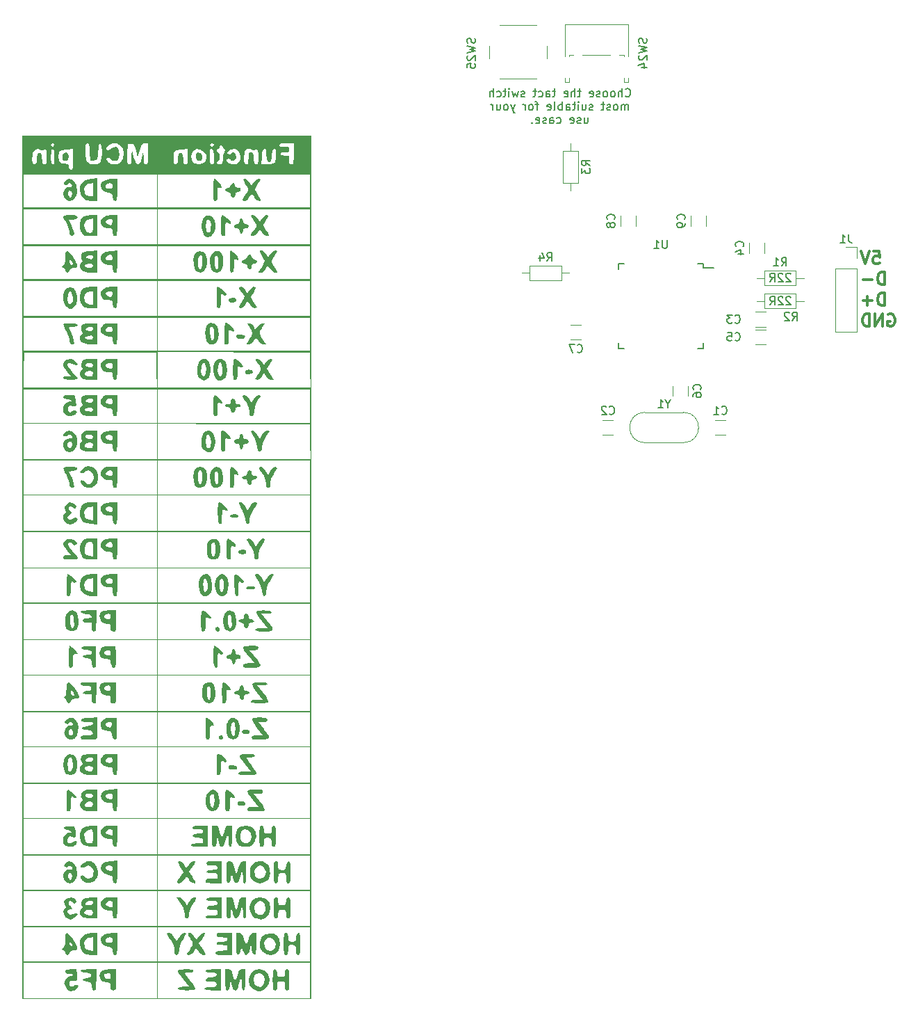
<source format=gbr>
%TF.GenerationSoftware,KiCad,Pcbnew,(6.0.4)*%
%TF.CreationDate,2022-05-19T11:32:38-03:00*%
%TF.ProjectId,G-Code_Keeb,472d436f-6465-45f4-9b65-65622e6b6963,1*%
%TF.SameCoordinates,Original*%
%TF.FileFunction,Legend,Bot*%
%TF.FilePolarity,Positive*%
%FSLAX46Y46*%
G04 Gerber Fmt 4.6, Leading zero omitted, Abs format (unit mm)*
G04 Created by KiCad (PCBNEW (6.0.4)) date 2022-05-19 11:32:38*
%MOMM*%
%LPD*%
G01*
G04 APERTURE LIST*
%ADD10C,0.150000*%
%ADD11C,0.300000*%
%ADD12C,0.120000*%
G04 APERTURE END LIST*
D10*
X119616190Y-47557142D02*
X119663809Y-47604761D01*
X119806666Y-47652380D01*
X119901904Y-47652380D01*
X120044761Y-47604761D01*
X120140000Y-47509523D01*
X120187619Y-47414285D01*
X120235238Y-47223809D01*
X120235238Y-47080952D01*
X120187619Y-46890476D01*
X120140000Y-46795238D01*
X120044761Y-46700000D01*
X119901904Y-46652380D01*
X119806666Y-46652380D01*
X119663809Y-46700000D01*
X119616190Y-46747619D01*
X119187619Y-47652380D02*
X119187619Y-46652380D01*
X118759047Y-47652380D02*
X118759047Y-47128571D01*
X118806666Y-47033333D01*
X118901904Y-46985714D01*
X119044761Y-46985714D01*
X119140000Y-47033333D01*
X119187619Y-47080952D01*
X118140000Y-47652380D02*
X118235238Y-47604761D01*
X118282857Y-47557142D01*
X118330476Y-47461904D01*
X118330476Y-47176190D01*
X118282857Y-47080952D01*
X118235238Y-47033333D01*
X118140000Y-46985714D01*
X117997142Y-46985714D01*
X117901904Y-47033333D01*
X117854285Y-47080952D01*
X117806666Y-47176190D01*
X117806666Y-47461904D01*
X117854285Y-47557142D01*
X117901904Y-47604761D01*
X117997142Y-47652380D01*
X118140000Y-47652380D01*
X117235238Y-47652380D02*
X117330476Y-47604761D01*
X117378095Y-47557142D01*
X117425714Y-47461904D01*
X117425714Y-47176190D01*
X117378095Y-47080952D01*
X117330476Y-47033333D01*
X117235238Y-46985714D01*
X117092380Y-46985714D01*
X116997142Y-47033333D01*
X116949523Y-47080952D01*
X116901904Y-47176190D01*
X116901904Y-47461904D01*
X116949523Y-47557142D01*
X116997142Y-47604761D01*
X117092380Y-47652380D01*
X117235238Y-47652380D01*
X116520952Y-47604761D02*
X116425714Y-47652380D01*
X116235238Y-47652380D01*
X116140000Y-47604761D01*
X116092380Y-47509523D01*
X116092380Y-47461904D01*
X116140000Y-47366666D01*
X116235238Y-47319047D01*
X116378095Y-47319047D01*
X116473333Y-47271428D01*
X116520952Y-47176190D01*
X116520952Y-47128571D01*
X116473333Y-47033333D01*
X116378095Y-46985714D01*
X116235238Y-46985714D01*
X116140000Y-47033333D01*
X115282857Y-47604761D02*
X115378095Y-47652380D01*
X115568571Y-47652380D01*
X115663809Y-47604761D01*
X115711428Y-47509523D01*
X115711428Y-47128571D01*
X115663809Y-47033333D01*
X115568571Y-46985714D01*
X115378095Y-46985714D01*
X115282857Y-47033333D01*
X115235238Y-47128571D01*
X115235238Y-47223809D01*
X115711428Y-47319047D01*
X114187619Y-46985714D02*
X113806666Y-46985714D01*
X114044761Y-46652380D02*
X114044761Y-47509523D01*
X113997142Y-47604761D01*
X113901904Y-47652380D01*
X113806666Y-47652380D01*
X113473333Y-47652380D02*
X113473333Y-46652380D01*
X113044761Y-47652380D02*
X113044761Y-47128571D01*
X113092380Y-47033333D01*
X113187619Y-46985714D01*
X113330476Y-46985714D01*
X113425714Y-47033333D01*
X113473333Y-47080952D01*
X112187619Y-47604761D02*
X112282857Y-47652380D01*
X112473333Y-47652380D01*
X112568571Y-47604761D01*
X112616190Y-47509523D01*
X112616190Y-47128571D01*
X112568571Y-47033333D01*
X112473333Y-46985714D01*
X112282857Y-46985714D01*
X112187619Y-47033333D01*
X112140000Y-47128571D01*
X112140000Y-47223809D01*
X112616190Y-47319047D01*
X111092380Y-46985714D02*
X110711428Y-46985714D01*
X110949523Y-46652380D02*
X110949523Y-47509523D01*
X110901904Y-47604761D01*
X110806666Y-47652380D01*
X110711428Y-47652380D01*
X109949523Y-47652380D02*
X109949523Y-47128571D01*
X109997142Y-47033333D01*
X110092380Y-46985714D01*
X110282857Y-46985714D01*
X110378095Y-47033333D01*
X109949523Y-47604761D02*
X110044761Y-47652380D01*
X110282857Y-47652380D01*
X110378095Y-47604761D01*
X110425714Y-47509523D01*
X110425714Y-47414285D01*
X110378095Y-47319047D01*
X110282857Y-47271428D01*
X110044761Y-47271428D01*
X109949523Y-47223809D01*
X109044761Y-47604761D02*
X109140000Y-47652380D01*
X109330476Y-47652380D01*
X109425714Y-47604761D01*
X109473333Y-47557142D01*
X109520952Y-47461904D01*
X109520952Y-47176190D01*
X109473333Y-47080952D01*
X109425714Y-47033333D01*
X109330476Y-46985714D01*
X109140000Y-46985714D01*
X109044761Y-47033333D01*
X108759047Y-46985714D02*
X108378095Y-46985714D01*
X108616190Y-46652380D02*
X108616190Y-47509523D01*
X108568571Y-47604761D01*
X108473333Y-47652380D01*
X108378095Y-47652380D01*
X107330476Y-47604761D02*
X107235238Y-47652380D01*
X107044761Y-47652380D01*
X106949523Y-47604761D01*
X106901904Y-47509523D01*
X106901904Y-47461904D01*
X106949523Y-47366666D01*
X107044761Y-47319047D01*
X107187619Y-47319047D01*
X107282857Y-47271428D01*
X107330476Y-47176190D01*
X107330476Y-47128571D01*
X107282857Y-47033333D01*
X107187619Y-46985714D01*
X107044761Y-46985714D01*
X106949523Y-47033333D01*
X106568571Y-46985714D02*
X106378095Y-47652380D01*
X106187619Y-47176190D01*
X105997142Y-47652380D01*
X105806666Y-46985714D01*
X105425714Y-47652380D02*
X105425714Y-46985714D01*
X105425714Y-46652380D02*
X105473333Y-46700000D01*
X105425714Y-46747619D01*
X105378095Y-46700000D01*
X105425714Y-46652380D01*
X105425714Y-46747619D01*
X105092380Y-46985714D02*
X104711428Y-46985714D01*
X104949523Y-46652380D02*
X104949523Y-47509523D01*
X104901904Y-47604761D01*
X104806666Y-47652380D01*
X104711428Y-47652380D01*
X103949523Y-47604761D02*
X104044761Y-47652380D01*
X104235238Y-47652380D01*
X104330476Y-47604761D01*
X104378095Y-47557142D01*
X104425714Y-47461904D01*
X104425714Y-47176190D01*
X104378095Y-47080952D01*
X104330476Y-47033333D01*
X104235238Y-46985714D01*
X104044761Y-46985714D01*
X103949523Y-47033333D01*
X103520952Y-47652380D02*
X103520952Y-46652380D01*
X103092380Y-47652380D02*
X103092380Y-47128571D01*
X103140000Y-47033333D01*
X103235238Y-46985714D01*
X103378095Y-46985714D01*
X103473333Y-47033333D01*
X103520952Y-47080952D01*
X119973333Y-49262380D02*
X119973333Y-48595714D01*
X119973333Y-48690952D02*
X119925714Y-48643333D01*
X119830476Y-48595714D01*
X119687619Y-48595714D01*
X119592380Y-48643333D01*
X119544761Y-48738571D01*
X119544761Y-49262380D01*
X119544761Y-48738571D02*
X119497142Y-48643333D01*
X119401904Y-48595714D01*
X119259047Y-48595714D01*
X119163809Y-48643333D01*
X119116190Y-48738571D01*
X119116190Y-49262380D01*
X118497142Y-49262380D02*
X118592380Y-49214761D01*
X118640000Y-49167142D01*
X118687619Y-49071904D01*
X118687619Y-48786190D01*
X118640000Y-48690952D01*
X118592380Y-48643333D01*
X118497142Y-48595714D01*
X118354285Y-48595714D01*
X118259047Y-48643333D01*
X118211428Y-48690952D01*
X118163809Y-48786190D01*
X118163809Y-49071904D01*
X118211428Y-49167142D01*
X118259047Y-49214761D01*
X118354285Y-49262380D01*
X118497142Y-49262380D01*
X117782857Y-49214761D02*
X117687619Y-49262380D01*
X117497142Y-49262380D01*
X117401904Y-49214761D01*
X117354285Y-49119523D01*
X117354285Y-49071904D01*
X117401904Y-48976666D01*
X117497142Y-48929047D01*
X117640000Y-48929047D01*
X117735238Y-48881428D01*
X117782857Y-48786190D01*
X117782857Y-48738571D01*
X117735238Y-48643333D01*
X117640000Y-48595714D01*
X117497142Y-48595714D01*
X117401904Y-48643333D01*
X117068571Y-48595714D02*
X116687619Y-48595714D01*
X116925714Y-48262380D02*
X116925714Y-49119523D01*
X116878095Y-49214761D01*
X116782857Y-49262380D01*
X116687619Y-49262380D01*
X115640000Y-49214761D02*
X115544761Y-49262380D01*
X115354285Y-49262380D01*
X115259047Y-49214761D01*
X115211428Y-49119523D01*
X115211428Y-49071904D01*
X115259047Y-48976666D01*
X115354285Y-48929047D01*
X115497142Y-48929047D01*
X115592380Y-48881428D01*
X115640000Y-48786190D01*
X115640000Y-48738571D01*
X115592380Y-48643333D01*
X115497142Y-48595714D01*
X115354285Y-48595714D01*
X115259047Y-48643333D01*
X114354285Y-48595714D02*
X114354285Y-49262380D01*
X114782857Y-48595714D02*
X114782857Y-49119523D01*
X114735238Y-49214761D01*
X114640000Y-49262380D01*
X114497142Y-49262380D01*
X114401904Y-49214761D01*
X114354285Y-49167142D01*
X113878095Y-49262380D02*
X113878095Y-48595714D01*
X113878095Y-48262380D02*
X113925714Y-48310000D01*
X113878095Y-48357619D01*
X113830476Y-48310000D01*
X113878095Y-48262380D01*
X113878095Y-48357619D01*
X113544761Y-48595714D02*
X113163809Y-48595714D01*
X113401904Y-48262380D02*
X113401904Y-49119523D01*
X113354285Y-49214761D01*
X113259047Y-49262380D01*
X113163809Y-49262380D01*
X112401904Y-49262380D02*
X112401904Y-48738571D01*
X112449523Y-48643333D01*
X112544761Y-48595714D01*
X112735238Y-48595714D01*
X112830476Y-48643333D01*
X112401904Y-49214761D02*
X112497142Y-49262380D01*
X112735238Y-49262380D01*
X112830476Y-49214761D01*
X112878095Y-49119523D01*
X112878095Y-49024285D01*
X112830476Y-48929047D01*
X112735238Y-48881428D01*
X112497142Y-48881428D01*
X112401904Y-48833809D01*
X111925714Y-49262380D02*
X111925714Y-48262380D01*
X111925714Y-48643333D02*
X111830476Y-48595714D01*
X111640000Y-48595714D01*
X111544761Y-48643333D01*
X111497142Y-48690952D01*
X111449523Y-48786190D01*
X111449523Y-49071904D01*
X111497142Y-49167142D01*
X111544761Y-49214761D01*
X111640000Y-49262380D01*
X111830476Y-49262380D01*
X111925714Y-49214761D01*
X110878095Y-49262380D02*
X110973333Y-49214761D01*
X111020952Y-49119523D01*
X111020952Y-48262380D01*
X110116190Y-49214761D02*
X110211428Y-49262380D01*
X110401904Y-49262380D01*
X110497142Y-49214761D01*
X110544761Y-49119523D01*
X110544761Y-48738571D01*
X110497142Y-48643333D01*
X110401904Y-48595714D01*
X110211428Y-48595714D01*
X110116190Y-48643333D01*
X110068571Y-48738571D01*
X110068571Y-48833809D01*
X110544761Y-48929047D01*
X109020952Y-48595714D02*
X108640000Y-48595714D01*
X108878095Y-49262380D02*
X108878095Y-48405238D01*
X108830476Y-48310000D01*
X108735238Y-48262380D01*
X108640000Y-48262380D01*
X108163809Y-49262380D02*
X108259047Y-49214761D01*
X108306666Y-49167142D01*
X108354285Y-49071904D01*
X108354285Y-48786190D01*
X108306666Y-48690952D01*
X108259047Y-48643333D01*
X108163809Y-48595714D01*
X108020952Y-48595714D01*
X107925714Y-48643333D01*
X107878095Y-48690952D01*
X107830476Y-48786190D01*
X107830476Y-49071904D01*
X107878095Y-49167142D01*
X107925714Y-49214761D01*
X108020952Y-49262380D01*
X108163809Y-49262380D01*
X107401904Y-49262380D02*
X107401904Y-48595714D01*
X107401904Y-48786190D02*
X107354285Y-48690952D01*
X107306666Y-48643333D01*
X107211428Y-48595714D01*
X107116190Y-48595714D01*
X106116190Y-48595714D02*
X105878095Y-49262380D01*
X105640000Y-48595714D02*
X105878095Y-49262380D01*
X105973333Y-49500476D01*
X106020952Y-49548095D01*
X106116190Y-49595714D01*
X105116190Y-49262380D02*
X105211428Y-49214761D01*
X105259047Y-49167142D01*
X105306666Y-49071904D01*
X105306666Y-48786190D01*
X105259047Y-48690952D01*
X105211428Y-48643333D01*
X105116190Y-48595714D01*
X104973333Y-48595714D01*
X104878095Y-48643333D01*
X104830476Y-48690952D01*
X104782857Y-48786190D01*
X104782857Y-49071904D01*
X104830476Y-49167142D01*
X104878095Y-49214761D01*
X104973333Y-49262380D01*
X105116190Y-49262380D01*
X103925714Y-48595714D02*
X103925714Y-49262380D01*
X104354285Y-48595714D02*
X104354285Y-49119523D01*
X104306666Y-49214761D01*
X104211428Y-49262380D01*
X104068571Y-49262380D01*
X103973333Y-49214761D01*
X103925714Y-49167142D01*
X103449523Y-49262380D02*
X103449523Y-48595714D01*
X103449523Y-48786190D02*
X103401904Y-48690952D01*
X103354285Y-48643333D01*
X103259047Y-48595714D01*
X103163809Y-48595714D01*
X114592380Y-50205714D02*
X114592380Y-50872380D01*
X115020952Y-50205714D02*
X115020952Y-50729523D01*
X114973333Y-50824761D01*
X114878095Y-50872380D01*
X114735238Y-50872380D01*
X114640000Y-50824761D01*
X114592380Y-50777142D01*
X114163809Y-50824761D02*
X114068571Y-50872380D01*
X113878095Y-50872380D01*
X113782857Y-50824761D01*
X113735238Y-50729523D01*
X113735238Y-50681904D01*
X113782857Y-50586666D01*
X113878095Y-50539047D01*
X114020952Y-50539047D01*
X114116190Y-50491428D01*
X114163809Y-50396190D01*
X114163809Y-50348571D01*
X114116190Y-50253333D01*
X114020952Y-50205714D01*
X113878095Y-50205714D01*
X113782857Y-50253333D01*
X112925714Y-50824761D02*
X113020952Y-50872380D01*
X113211428Y-50872380D01*
X113306666Y-50824761D01*
X113354285Y-50729523D01*
X113354285Y-50348571D01*
X113306666Y-50253333D01*
X113211428Y-50205714D01*
X113020952Y-50205714D01*
X112925714Y-50253333D01*
X112878095Y-50348571D01*
X112878095Y-50443809D01*
X113354285Y-50539047D01*
X111259047Y-50824761D02*
X111354285Y-50872380D01*
X111544761Y-50872380D01*
X111640000Y-50824761D01*
X111687619Y-50777142D01*
X111735238Y-50681904D01*
X111735238Y-50396190D01*
X111687619Y-50300952D01*
X111640000Y-50253333D01*
X111544761Y-50205714D01*
X111354285Y-50205714D01*
X111259047Y-50253333D01*
X110401904Y-50872380D02*
X110401904Y-50348571D01*
X110449523Y-50253333D01*
X110544761Y-50205714D01*
X110735238Y-50205714D01*
X110830476Y-50253333D01*
X110401904Y-50824761D02*
X110497142Y-50872380D01*
X110735238Y-50872380D01*
X110830476Y-50824761D01*
X110878095Y-50729523D01*
X110878095Y-50634285D01*
X110830476Y-50539047D01*
X110735238Y-50491428D01*
X110497142Y-50491428D01*
X110401904Y-50443809D01*
X109973333Y-50824761D02*
X109878095Y-50872380D01*
X109687619Y-50872380D01*
X109592380Y-50824761D01*
X109544761Y-50729523D01*
X109544761Y-50681904D01*
X109592380Y-50586666D01*
X109687619Y-50539047D01*
X109830476Y-50539047D01*
X109925714Y-50491428D01*
X109973333Y-50396190D01*
X109973333Y-50348571D01*
X109925714Y-50253333D01*
X109830476Y-50205714D01*
X109687619Y-50205714D01*
X109592380Y-50253333D01*
X108735238Y-50824761D02*
X108830476Y-50872380D01*
X109020952Y-50872380D01*
X109116190Y-50824761D01*
X109163809Y-50729523D01*
X109163809Y-50348571D01*
X109116190Y-50253333D01*
X109020952Y-50205714D01*
X108830476Y-50205714D01*
X108735238Y-50253333D01*
X108687619Y-50348571D01*
X108687619Y-50443809D01*
X109163809Y-50539047D01*
X108259047Y-50777142D02*
X108211428Y-50824761D01*
X108259047Y-50872380D01*
X108306666Y-50824761D01*
X108259047Y-50777142D01*
X108259047Y-50872380D01*
D11*
X151195000Y-73058571D02*
X151195000Y-71558571D01*
X150837857Y-71558571D01*
X150623571Y-71630000D01*
X150480714Y-71772857D01*
X150409285Y-71915714D01*
X150337857Y-72201428D01*
X150337857Y-72415714D01*
X150409285Y-72701428D01*
X150480714Y-72844285D01*
X150623571Y-72987142D01*
X150837857Y-73058571D01*
X151195000Y-73058571D01*
X149695000Y-72487142D02*
X148552142Y-72487142D01*
X149123571Y-73058571D02*
X149123571Y-71915714D01*
X151195000Y-70518571D02*
X151195000Y-69018571D01*
X150837857Y-69018571D01*
X150623571Y-69090000D01*
X150480714Y-69232857D01*
X150409285Y-69375714D01*
X150337857Y-69661428D01*
X150337857Y-69875714D01*
X150409285Y-70161428D01*
X150480714Y-70304285D01*
X150623571Y-70447142D01*
X150837857Y-70518571D01*
X151195000Y-70518571D01*
X149695000Y-69947142D02*
X148552142Y-69947142D01*
X151623571Y-74170000D02*
X151766428Y-74098571D01*
X151980714Y-74098571D01*
X152195000Y-74170000D01*
X152337857Y-74312857D01*
X152409285Y-74455714D01*
X152480714Y-74741428D01*
X152480714Y-74955714D01*
X152409285Y-75241428D01*
X152337857Y-75384285D01*
X152195000Y-75527142D01*
X151980714Y-75598571D01*
X151837857Y-75598571D01*
X151623571Y-75527142D01*
X151552142Y-75455714D01*
X151552142Y-74955714D01*
X151837857Y-74955714D01*
X150909285Y-75598571D02*
X150909285Y-74098571D01*
X150052142Y-75598571D01*
X150052142Y-74098571D01*
X149337857Y-75598571D02*
X149337857Y-74098571D01*
X148980714Y-74098571D01*
X148766428Y-74170000D01*
X148623571Y-74312857D01*
X148552142Y-74455714D01*
X148480714Y-74741428D01*
X148480714Y-74955714D01*
X148552142Y-75241428D01*
X148623571Y-75384285D01*
X148766428Y-75527142D01*
X148980714Y-75598571D01*
X149337857Y-75598571D01*
X149837857Y-66478571D02*
X150552142Y-66478571D01*
X150623571Y-67192857D01*
X150552142Y-67121428D01*
X150409285Y-67050000D01*
X150052142Y-67050000D01*
X149909285Y-67121428D01*
X149837857Y-67192857D01*
X149766428Y-67335714D01*
X149766428Y-67692857D01*
X149837857Y-67835714D01*
X149909285Y-67907142D01*
X150052142Y-67978571D01*
X150409285Y-67978571D01*
X150552142Y-67907142D01*
X150623571Y-67835714D01*
X149337857Y-66478571D02*
X148837857Y-67978571D01*
X148337857Y-66478571D01*
D10*
%TO.C,C1*%
X131356190Y-86207142D02*
X131403809Y-86254761D01*
X131546666Y-86302380D01*
X131641904Y-86302380D01*
X131784762Y-86254761D01*
X131880000Y-86159523D01*
X131927619Y-86064285D01*
X131975238Y-85873809D01*
X131975238Y-85730952D01*
X131927619Y-85540476D01*
X131880000Y-85445238D01*
X131784762Y-85350000D01*
X131641904Y-85302380D01*
X131546666Y-85302380D01*
X131403809Y-85350000D01*
X131356190Y-85397619D01*
X130403809Y-86302380D02*
X130975238Y-86302380D01*
X130689524Y-86302380D02*
X130689524Y-85302380D01*
X130784762Y-85445238D01*
X130880000Y-85540476D01*
X130975238Y-85588095D01*
%TO.C,J1*%
X146822857Y-64422380D02*
X146822857Y-65136666D01*
X146870476Y-65279523D01*
X146965714Y-65374761D01*
X147108571Y-65422380D01*
X147203809Y-65422380D01*
X145822857Y-65422380D02*
X146394285Y-65422380D01*
X146108571Y-65422380D02*
X146108571Y-64422380D01*
X146203809Y-64565238D01*
X146299047Y-64660476D01*
X146394285Y-64708095D01*
%TO.C,C7*%
X113756190Y-78707142D02*
X113803809Y-78754761D01*
X113946666Y-78802380D01*
X114041904Y-78802380D01*
X114184762Y-78754761D01*
X114280000Y-78659523D01*
X114327619Y-78564285D01*
X114375238Y-78373809D01*
X114375238Y-78230952D01*
X114327619Y-78040476D01*
X114280000Y-77945238D01*
X114184762Y-77850000D01*
X114041904Y-77802380D01*
X113946666Y-77802380D01*
X113803809Y-77850000D01*
X113756190Y-77897619D01*
X113422857Y-77802380D02*
X112756190Y-77802380D01*
X113184762Y-78802380D01*
%TO.C,SW24*%
X122184761Y-40522976D02*
X122232380Y-40665833D01*
X122232380Y-40903928D01*
X122184761Y-40999166D01*
X122137142Y-41046785D01*
X122041904Y-41094404D01*
X121946666Y-41094404D01*
X121851428Y-41046785D01*
X121803809Y-40999166D01*
X121756190Y-40903928D01*
X121708571Y-40713452D01*
X121660952Y-40618214D01*
X121613333Y-40570595D01*
X121518095Y-40522976D01*
X121422857Y-40522976D01*
X121327619Y-40570595D01*
X121280000Y-40618214D01*
X121232380Y-40713452D01*
X121232380Y-40951547D01*
X121280000Y-41094404D01*
X121232380Y-41427738D02*
X122232380Y-41665833D01*
X121518095Y-41856309D01*
X122232380Y-42046785D01*
X121232380Y-42284880D01*
X121327619Y-42618214D02*
X121280000Y-42665833D01*
X121232380Y-42761071D01*
X121232380Y-42999166D01*
X121280000Y-43094404D01*
X121327619Y-43142023D01*
X121422857Y-43189642D01*
X121518095Y-43189642D01*
X121660952Y-43142023D01*
X122232380Y-42570595D01*
X122232380Y-43189642D01*
X121565714Y-44046785D02*
X122232380Y-44046785D01*
X121184761Y-43808690D02*
X121899047Y-43570595D01*
X121899047Y-44189642D01*
%TO.C,SW25*%
X101284761Y-40540476D02*
X101332380Y-40683333D01*
X101332380Y-40921428D01*
X101284761Y-41016666D01*
X101237142Y-41064285D01*
X101141904Y-41111904D01*
X101046666Y-41111904D01*
X100951428Y-41064285D01*
X100903809Y-41016666D01*
X100856190Y-40921428D01*
X100808571Y-40730952D01*
X100760952Y-40635714D01*
X100713333Y-40588095D01*
X100618095Y-40540476D01*
X100522857Y-40540476D01*
X100427619Y-40588095D01*
X100380000Y-40635714D01*
X100332380Y-40730952D01*
X100332380Y-40969047D01*
X100380000Y-41111904D01*
X100332380Y-41445238D02*
X101332380Y-41683333D01*
X100618095Y-41873809D01*
X101332380Y-42064285D01*
X100332380Y-42302380D01*
X100427619Y-42635714D02*
X100380000Y-42683333D01*
X100332380Y-42778571D01*
X100332380Y-43016666D01*
X100380000Y-43111904D01*
X100427619Y-43159523D01*
X100522857Y-43207142D01*
X100618095Y-43207142D01*
X100760952Y-43159523D01*
X101332380Y-42588095D01*
X101332380Y-43207142D01*
X100332380Y-44111904D02*
X100332380Y-43635714D01*
X100808571Y-43588095D01*
X100760952Y-43635714D01*
X100713333Y-43730952D01*
X100713333Y-43969047D01*
X100760952Y-44064285D01*
X100808571Y-44111904D01*
X100903809Y-44159523D01*
X101141904Y-44159523D01*
X101237142Y-44111904D01*
X101284761Y-44064285D01*
X101332380Y-43969047D01*
X101332380Y-43730952D01*
X101284761Y-43635714D01*
X101237142Y-43588095D01*
%TO.C,R3*%
X115311904Y-56023333D02*
X114835714Y-55690000D01*
X115311904Y-55451904D02*
X114311904Y-55451904D01*
X114311904Y-55832857D01*
X114359524Y-55928095D01*
X114407143Y-55975714D01*
X114502381Y-56023333D01*
X114645238Y-56023333D01*
X114740476Y-55975714D01*
X114788095Y-55928095D01*
X114835714Y-55832857D01*
X114835714Y-55451904D01*
X114311904Y-56356666D02*
X114311904Y-56975714D01*
X114692857Y-56642380D01*
X114692857Y-56785238D01*
X114740476Y-56880476D01*
X114788095Y-56928095D01*
X114883333Y-56975714D01*
X115121428Y-56975714D01*
X115216666Y-56928095D01*
X115264285Y-56880476D01*
X115311904Y-56785238D01*
X115311904Y-56499523D01*
X115264285Y-56404285D01*
X115216666Y-56356666D01*
%TO.C,C9*%
X126807142Y-62583333D02*
X126854761Y-62535714D01*
X126902380Y-62392857D01*
X126902380Y-62297619D01*
X126854761Y-62154761D01*
X126759523Y-62059523D01*
X126664285Y-62011904D01*
X126473809Y-61964285D01*
X126330952Y-61964285D01*
X126140476Y-62011904D01*
X126045238Y-62059523D01*
X125950000Y-62154761D01*
X125902380Y-62297619D01*
X125902380Y-62392857D01*
X125950000Y-62535714D01*
X125997619Y-62583333D01*
X126902380Y-63059523D02*
X126902380Y-63250000D01*
X126854761Y-63345238D01*
X126807142Y-63392857D01*
X126664285Y-63488095D01*
X126473809Y-63535714D01*
X126092857Y-63535714D01*
X125997619Y-63488095D01*
X125950000Y-63440476D01*
X125902380Y-63345238D01*
X125902380Y-63154761D01*
X125950000Y-63059523D01*
X125997619Y-63011904D01*
X126092857Y-62964285D01*
X126330952Y-62964285D01*
X126426190Y-63011904D01*
X126473809Y-63059523D01*
X126521428Y-63154761D01*
X126521428Y-63345238D01*
X126473809Y-63440476D01*
X126426190Y-63488095D01*
X126330952Y-63535714D01*
%TO.C,Y1*%
X124815714Y-85026190D02*
X124815714Y-85502380D01*
X125149047Y-84502380D02*
X124815714Y-85026190D01*
X124482381Y-84502380D01*
X123625238Y-85502380D02*
X124196666Y-85502380D01*
X123910952Y-85502380D02*
X123910952Y-84502380D01*
X124006190Y-84645238D01*
X124101428Y-84740476D01*
X124196666Y-84788095D01*
%TO.C,R2*%
X139946190Y-74872380D02*
X140279524Y-74396190D01*
X140517619Y-74872380D02*
X140517619Y-73872380D01*
X140136666Y-73872380D01*
X140041428Y-73920000D01*
X139993809Y-73967619D01*
X139946190Y-74062857D01*
X139946190Y-74205714D01*
X139993809Y-74300952D01*
X140041428Y-74348571D01*
X140136666Y-74396190D01*
X140517619Y-74396190D01*
X139565238Y-73967619D02*
X139517619Y-73920000D01*
X139422381Y-73872380D01*
X139184285Y-73872380D01*
X139089047Y-73920000D01*
X139041428Y-73967619D01*
X138993809Y-74062857D01*
X138993809Y-74158095D01*
X139041428Y-74300952D01*
X139612857Y-74872380D01*
X138993809Y-74872380D01*
X139741428Y-69227619D02*
X139693809Y-69180000D01*
X139598571Y-69132380D01*
X139360476Y-69132380D01*
X139265238Y-69180000D01*
X139217619Y-69227619D01*
X139170000Y-69322857D01*
X139170000Y-69418095D01*
X139217619Y-69560952D01*
X139789047Y-70132380D01*
X139170000Y-70132380D01*
X138789047Y-69227619D02*
X138741428Y-69180000D01*
X138646190Y-69132380D01*
X138408095Y-69132380D01*
X138312857Y-69180000D01*
X138265238Y-69227619D01*
X138217619Y-69322857D01*
X138217619Y-69418095D01*
X138265238Y-69560952D01*
X138836666Y-70132380D01*
X138217619Y-70132380D01*
X137217619Y-70132380D02*
X137550952Y-69656190D01*
X137789047Y-70132380D02*
X137789047Y-69132380D01*
X137408095Y-69132380D01*
X137312857Y-69180000D01*
X137265238Y-69227619D01*
X137217619Y-69322857D01*
X137217619Y-69465714D01*
X137265238Y-69560952D01*
X137312857Y-69608571D01*
X137408095Y-69656190D01*
X137789047Y-69656190D01*
%TO.C,C8*%
X118246666Y-62583333D02*
X118294285Y-62535714D01*
X118341904Y-62392857D01*
X118341904Y-62297619D01*
X118294285Y-62154761D01*
X118199047Y-62059523D01*
X118103809Y-62011904D01*
X117913333Y-61964285D01*
X117770476Y-61964285D01*
X117580000Y-62011904D01*
X117484762Y-62059523D01*
X117389524Y-62154761D01*
X117341904Y-62297619D01*
X117341904Y-62392857D01*
X117389524Y-62535714D01*
X117437143Y-62583333D01*
X117770476Y-63154761D02*
X117722857Y-63059523D01*
X117675238Y-63011904D01*
X117580000Y-62964285D01*
X117532381Y-62964285D01*
X117437143Y-63011904D01*
X117389524Y-63059523D01*
X117341904Y-63154761D01*
X117341904Y-63345238D01*
X117389524Y-63440476D01*
X117437143Y-63488095D01*
X117532381Y-63535714D01*
X117580000Y-63535714D01*
X117675238Y-63488095D01*
X117722857Y-63440476D01*
X117770476Y-63345238D01*
X117770476Y-63154761D01*
X117818095Y-63059523D01*
X117865714Y-63011904D01*
X117960952Y-62964285D01*
X118151428Y-62964285D01*
X118246666Y-63011904D01*
X118294285Y-63059523D01*
X118341904Y-63154761D01*
X118341904Y-63345238D01*
X118294285Y-63440476D01*
X118246666Y-63488095D01*
X118151428Y-63535714D01*
X117960952Y-63535714D01*
X117865714Y-63488095D01*
X117818095Y-63440476D01*
X117770476Y-63345238D01*
%TO.C,C6*%
X128746666Y-83283333D02*
X128794285Y-83235714D01*
X128841904Y-83092857D01*
X128841904Y-82997619D01*
X128794285Y-82854761D01*
X128699047Y-82759523D01*
X128603809Y-82711904D01*
X128413333Y-82664285D01*
X128270476Y-82664285D01*
X128080000Y-82711904D01*
X127984762Y-82759523D01*
X127889524Y-82854761D01*
X127841904Y-82997619D01*
X127841904Y-83092857D01*
X127889524Y-83235714D01*
X127937143Y-83283333D01*
X127841904Y-84140476D02*
X127841904Y-83950000D01*
X127889524Y-83854761D01*
X127937143Y-83807142D01*
X128080000Y-83711904D01*
X128270476Y-83664285D01*
X128651428Y-83664285D01*
X128746666Y-83711904D01*
X128794285Y-83759523D01*
X128841904Y-83854761D01*
X128841904Y-84045238D01*
X128794285Y-84140476D01*
X128746666Y-84188095D01*
X128651428Y-84235714D01*
X128413333Y-84235714D01*
X128318095Y-84188095D01*
X128270476Y-84140476D01*
X128222857Y-84045238D01*
X128222857Y-83854761D01*
X128270476Y-83759523D01*
X128318095Y-83711904D01*
X128413333Y-83664285D01*
%TO.C,U1*%
X124701428Y-65102380D02*
X124701428Y-65911904D01*
X124653809Y-66007142D01*
X124606190Y-66054761D01*
X124510952Y-66102380D01*
X124320476Y-66102380D01*
X124225238Y-66054761D01*
X124177619Y-66007142D01*
X124130000Y-65911904D01*
X124130000Y-65102380D01*
X123130000Y-66102380D02*
X123701428Y-66102380D01*
X123415714Y-66102380D02*
X123415714Y-65102380D01*
X123510952Y-65245238D01*
X123606190Y-65340476D01*
X123701428Y-65388095D01*
%TO.C,C5*%
X132966666Y-77257142D02*
X133014285Y-77304761D01*
X133157142Y-77352380D01*
X133252380Y-77352380D01*
X133395238Y-77304761D01*
X133490476Y-77209523D01*
X133538095Y-77114285D01*
X133585714Y-76923809D01*
X133585714Y-76780952D01*
X133538095Y-76590476D01*
X133490476Y-76495238D01*
X133395238Y-76400000D01*
X133252380Y-76352380D01*
X133157142Y-76352380D01*
X133014285Y-76400000D01*
X132966666Y-76447619D01*
X132061904Y-76352380D02*
X132538095Y-76352380D01*
X132585714Y-76828571D01*
X132538095Y-76780952D01*
X132442857Y-76733333D01*
X132204761Y-76733333D01*
X132109523Y-76780952D01*
X132061904Y-76828571D01*
X132014285Y-76923809D01*
X132014285Y-77161904D01*
X132061904Y-77257142D01*
X132109523Y-77304761D01*
X132204761Y-77352380D01*
X132442857Y-77352380D01*
X132538095Y-77304761D01*
X132585714Y-77257142D01*
%TO.C,C4*%
X133927788Y-65883333D02*
X133975407Y-65835714D01*
X134023026Y-65692857D01*
X134023026Y-65597619D01*
X133975407Y-65454761D01*
X133880169Y-65359523D01*
X133784931Y-65311904D01*
X133594455Y-65264285D01*
X133451598Y-65264285D01*
X133261122Y-65311904D01*
X133165884Y-65359523D01*
X133070646Y-65454761D01*
X133023026Y-65597619D01*
X133023026Y-65692857D01*
X133070646Y-65835714D01*
X133118265Y-65883333D01*
X133356360Y-66740476D02*
X134023026Y-66740476D01*
X132975407Y-66502380D02*
X133689693Y-66264285D01*
X133689693Y-66883333D01*
%TO.C,R1*%
X138646190Y-68232380D02*
X138979524Y-67756190D01*
X139217619Y-68232380D02*
X139217619Y-67232380D01*
X138836666Y-67232380D01*
X138741428Y-67280000D01*
X138693809Y-67327619D01*
X138646190Y-67422857D01*
X138646190Y-67565714D01*
X138693809Y-67660952D01*
X138741428Y-67708571D01*
X138836666Y-67756190D01*
X139217619Y-67756190D01*
X137693809Y-68232380D02*
X138265238Y-68232380D01*
X137979524Y-68232380D02*
X137979524Y-67232380D01*
X138074762Y-67375238D01*
X138170000Y-67470476D01*
X138265238Y-67518095D01*
X139741428Y-72067619D02*
X139693809Y-72020000D01*
X139598571Y-71972380D01*
X139360476Y-71972380D01*
X139265238Y-72020000D01*
X139217619Y-72067619D01*
X139170000Y-72162857D01*
X139170000Y-72258095D01*
X139217619Y-72400952D01*
X139789047Y-72972380D01*
X139170000Y-72972380D01*
X138789047Y-72067619D02*
X138741428Y-72020000D01*
X138646190Y-71972380D01*
X138408095Y-71972380D01*
X138312857Y-72020000D01*
X138265238Y-72067619D01*
X138217619Y-72162857D01*
X138217619Y-72258095D01*
X138265238Y-72400952D01*
X138836666Y-72972380D01*
X138217619Y-72972380D01*
X137217619Y-72972380D02*
X137550952Y-72496190D01*
X137789047Y-72972380D02*
X137789047Y-71972380D01*
X137408095Y-71972380D01*
X137312857Y-72020000D01*
X137265238Y-72067619D01*
X137217619Y-72162857D01*
X137217619Y-72305714D01*
X137265238Y-72400952D01*
X137312857Y-72448571D01*
X137408095Y-72496190D01*
X137789047Y-72496190D01*
%TO.C,R4*%
X110056666Y-67632380D02*
X110390000Y-67156190D01*
X110628095Y-67632380D02*
X110628095Y-66632380D01*
X110247142Y-66632380D01*
X110151904Y-66680000D01*
X110104285Y-66727619D01*
X110056666Y-66822857D01*
X110056666Y-66965714D01*
X110104285Y-67060952D01*
X110151904Y-67108571D01*
X110247142Y-67156190D01*
X110628095Y-67156190D01*
X109199523Y-66965714D02*
X109199523Y-67632380D01*
X109437619Y-66584761D02*
X109675714Y-67299047D01*
X109056666Y-67299047D01*
%TO.C,C2*%
X117656190Y-86207142D02*
X117703809Y-86254761D01*
X117846666Y-86302380D01*
X117941904Y-86302380D01*
X118084762Y-86254761D01*
X118180000Y-86159523D01*
X118227619Y-86064285D01*
X118275238Y-85873809D01*
X118275238Y-85730952D01*
X118227619Y-85540476D01*
X118180000Y-85445238D01*
X118084762Y-85350000D01*
X117941904Y-85302380D01*
X117846666Y-85302380D01*
X117703809Y-85350000D01*
X117656190Y-85397619D01*
X117275238Y-85397619D02*
X117227619Y-85350000D01*
X117132381Y-85302380D01*
X116894285Y-85302380D01*
X116799047Y-85350000D01*
X116751428Y-85397619D01*
X116703809Y-85492857D01*
X116703809Y-85588095D01*
X116751428Y-85730952D01*
X117322857Y-86302380D01*
X116703809Y-86302380D01*
%TO.C,C3*%
X132966666Y-75107142D02*
X133014285Y-75154761D01*
X133157142Y-75202380D01*
X133252380Y-75202380D01*
X133395238Y-75154761D01*
X133490476Y-75059523D01*
X133538095Y-74964285D01*
X133585714Y-74773809D01*
X133585714Y-74630952D01*
X133538095Y-74440476D01*
X133490476Y-74345238D01*
X133395238Y-74250000D01*
X133252380Y-74202380D01*
X133157142Y-74202380D01*
X133014285Y-74250000D01*
X132966666Y-74297619D01*
X132633333Y-74202380D02*
X132014285Y-74202380D01*
X132347619Y-74583333D01*
X132204761Y-74583333D01*
X132109523Y-74630952D01*
X132061904Y-74678571D01*
X132014285Y-74773809D01*
X132014285Y-75011904D01*
X132061904Y-75107142D01*
X132109523Y-75154761D01*
X132204761Y-75202380D01*
X132490476Y-75202380D01*
X132585714Y-75154761D01*
X132633333Y-75107142D01*
D12*
%TO.C,C1*%
X131818524Y-86980000D02*
X130560524Y-86980000D01*
X131818524Y-88820000D02*
X130560524Y-88820000D01*
%TO.C,J1*%
X147819524Y-68570000D02*
X145159524Y-68570000D01*
X147819524Y-67300000D02*
X147819524Y-65970000D01*
X147819524Y-65970000D02*
X146489524Y-65970000D01*
X147819524Y-76250000D02*
X145159524Y-76250000D01*
X145159524Y-68570000D02*
X145159524Y-76250000D01*
X147819524Y-68570000D02*
X147819524Y-76250000D01*
%TO.C,C7*%
X112960524Y-77220000D02*
X114218524Y-77220000D01*
X112960524Y-75380000D02*
X114218524Y-75380000D01*
%TO.C,SW24*%
X119960000Y-45362500D02*
X119960000Y-45872500D01*
X117800000Y-42532500D02*
X114400000Y-42532500D01*
X119440000Y-45362500D02*
X119440000Y-45872500D01*
X112240000Y-38862500D02*
X112240000Y-42762500D01*
X112240000Y-45362500D02*
X112240000Y-45872500D01*
X113300000Y-42532500D02*
X112760000Y-42532500D01*
X119960000Y-45872500D02*
X119440000Y-45872500D01*
X119440000Y-42532500D02*
X118900000Y-42532500D01*
X119440000Y-42532500D02*
X119440000Y-42762500D01*
X112760000Y-42532500D02*
X112760000Y-42762500D01*
X112760000Y-45872500D02*
X112240000Y-45872500D01*
X112760000Y-45362500D02*
X112760000Y-45872500D01*
X119960000Y-38862500D02*
X119960000Y-42762500D01*
X119960000Y-38862500D02*
X112240000Y-38862500D01*
%TO.C,SW25*%
X108800000Y-45450000D02*
X104300000Y-45450000D01*
X110050000Y-41450000D02*
X110050000Y-42950000D01*
X103050000Y-42950000D02*
X103050000Y-41450000D01*
X104300000Y-38950000D02*
X108800000Y-38950000D01*
%TO.C,R3*%
X112019524Y-54270000D02*
X113859524Y-54270000D01*
X112939524Y-53320000D02*
X112939524Y-54270000D01*
X112019524Y-58110000D02*
X112019524Y-54270000D01*
X112939524Y-59060000D02*
X112939524Y-58110000D01*
X113859524Y-54270000D02*
X113859524Y-58110000D01*
X113859524Y-58110000D02*
X112019524Y-58110000D01*
%TO.C,C9*%
X127580000Y-62121000D02*
X127580000Y-63379000D01*
X129420000Y-62121000D02*
X129420000Y-63379000D01*
%TO.C,Y1*%
X126689524Y-89750000D02*
X121989524Y-89750000D01*
X126689524Y-86050000D02*
X121989524Y-86050000D01*
X126689524Y-89750000D02*
G75*
G03*
X126689524Y-86050000I0J1850000D01*
G01*
X121989524Y-86050000D02*
G75*
G03*
X121989524Y-89750000I0J-1850000D01*
G01*
%TO.C,R2*%
X141349524Y-69700000D02*
X140399524Y-69700000D01*
X135609524Y-69700000D02*
X136559524Y-69700000D01*
X140399524Y-70620000D02*
X136559524Y-70620000D01*
X140399524Y-68780000D02*
X140399524Y-70620000D01*
X136559524Y-70620000D02*
X136559524Y-68780000D01*
X136559524Y-68780000D02*
X140399524Y-68780000D01*
%TO.C,C8*%
X119019524Y-62121000D02*
X119019524Y-63379000D01*
X120859524Y-62121000D02*
X120859524Y-63379000D01*
%TO.C,C6*%
X125419524Y-84079000D02*
X125419524Y-82821000D01*
X127259524Y-84079000D02*
X127259524Y-82821000D01*
D10*
%TO.C,U1*%
X129114524Y-68500000D02*
X130389524Y-68500000D01*
X118764524Y-78275000D02*
X119439524Y-78275000D01*
X118764524Y-78275000D02*
X118764524Y-77600000D01*
X129114524Y-78275000D02*
X128439524Y-78275000D01*
X118764524Y-67925000D02*
X118764524Y-68600000D01*
X129114524Y-67925000D02*
X129114524Y-68500000D01*
X118764524Y-67925000D02*
X119439524Y-67925000D01*
X129114524Y-67925000D02*
X128439524Y-67925000D01*
X129114524Y-78275000D02*
X129114524Y-77600000D01*
D12*
%TO.C,C5*%
X136718524Y-77820000D02*
X135460524Y-77820000D01*
X136718524Y-75980000D02*
X135460524Y-75980000D01*
%TO.C,C4*%
X136540646Y-65421000D02*
X136540646Y-66679000D01*
X134700646Y-65421000D02*
X134700646Y-66679000D01*
%TO.C,R1*%
X141349524Y-72500000D02*
X140399524Y-72500000D01*
X136559524Y-71580000D02*
X140399524Y-71580000D01*
X135609524Y-72500000D02*
X136559524Y-72500000D01*
X136559524Y-73420000D02*
X136559524Y-71580000D01*
X140399524Y-71580000D02*
X140399524Y-73420000D01*
X140399524Y-73420000D02*
X136559524Y-73420000D01*
%TO.C,R4*%
X107970000Y-70020000D02*
X107970000Y-68180000D01*
X107970000Y-68180000D02*
X111810000Y-68180000D01*
X111810000Y-68180000D02*
X111810000Y-70020000D01*
X107020000Y-69100000D02*
X107970000Y-69100000D01*
X111810000Y-70020000D02*
X107970000Y-70020000D01*
X112760000Y-69100000D02*
X111810000Y-69100000D01*
%TO.C,C2*%
X118118524Y-88820000D02*
X116860524Y-88820000D01*
X118118524Y-86980000D02*
X116860524Y-86980000D01*
%TO.C,C3*%
X136698524Y-73830000D02*
X135440524Y-73830000D01*
X136698524Y-75670000D02*
X135440524Y-75670000D01*
%TO.C,G\u002A\u002A\u002A*%
G36*
X72245373Y-105764721D02*
G01*
X72518056Y-105939582D01*
X72817104Y-106197590D01*
X73058295Y-106462687D01*
X73157408Y-106658814D01*
X73083213Y-106781690D01*
X72878610Y-106785084D01*
X72646720Y-106645212D01*
X72591344Y-106609343D01*
X72527898Y-106683499D01*
X72494908Y-106955843D01*
X72485450Y-107461415D01*
X72485417Y-107510735D01*
X72476670Y-107997382D01*
X72443359Y-108271913D01*
X72372289Y-108386642D01*
X72250265Y-108393880D01*
X72183908Y-108371669D01*
X72094600Y-108269796D01*
X72036910Y-108046702D01*
X72000896Y-107653202D01*
X71976615Y-107040110D01*
X71971287Y-106842367D01*
X71966491Y-106290514D01*
X71987975Y-105950630D01*
X72040891Y-105778861D01*
X72130392Y-105731350D01*
X72245373Y-105764721D01*
G37*
G36*
X71632726Y-66387985D02*
G01*
X71886471Y-66574719D01*
X72166205Y-66853468D01*
X72392381Y-67140985D01*
X72485450Y-67354018D01*
X72484391Y-67393969D01*
X72422507Y-67504345D01*
X72216667Y-67429762D01*
X72068116Y-67368085D01*
X71987074Y-67420300D01*
X71954120Y-67638714D01*
X71947884Y-68074593D01*
X71939064Y-68423638D01*
X71906538Y-68779649D01*
X71858290Y-68952866D01*
X71818071Y-68982764D01*
X71589507Y-69042461D01*
X71589157Y-69042460D01*
X71503375Y-68977017D01*
X71448325Y-68756351D01*
X71418982Y-68342761D01*
X71410318Y-67698545D01*
X71415526Y-67307954D01*
X71440032Y-66816250D01*
X71480051Y-66479515D01*
X71530497Y-66354630D01*
X71632726Y-66387985D01*
G37*
G36*
X73631979Y-110641962D02*
G01*
X73694974Y-110905424D01*
X73696393Y-110967339D01*
X73775204Y-111185895D01*
X74030953Y-111241403D01*
X74250105Y-111280858D01*
X74366932Y-111442990D01*
X74301173Y-111574481D01*
X74030953Y-111644577D01*
X73969037Y-111645996D01*
X73750481Y-111724807D01*
X73694974Y-111980556D01*
X73636961Y-112237791D01*
X73426191Y-112316535D01*
X73220403Y-112244018D01*
X73157408Y-111980556D01*
X73155989Y-111918640D01*
X73077178Y-111700084D01*
X72821429Y-111644577D01*
X72602277Y-111605122D01*
X72485450Y-111442990D01*
X72551209Y-111311499D01*
X72821429Y-111241403D01*
X72883345Y-111239984D01*
X73101901Y-111161173D01*
X73157408Y-110905424D01*
X73215421Y-110648189D01*
X73426191Y-110569445D01*
X73631979Y-110641962D01*
G37*
G36*
X69055936Y-81125682D02*
G01*
X69021150Y-81517404D01*
X68924897Y-81765189D01*
X68741197Y-81955922D01*
X68473206Y-82133901D01*
X68252117Y-82212831D01*
X68044092Y-82140763D01*
X67763037Y-81955922D01*
X67672788Y-81876429D01*
X67529345Y-81672112D01*
X67462332Y-81373897D01*
X67450894Y-81043124D01*
X67920107Y-81043124D01*
X67997712Y-81462686D01*
X68160758Y-81655185D01*
X68357084Y-81620623D01*
X68503391Y-81372884D01*
X68510516Y-81345697D01*
X68578435Y-80699886D01*
X68436014Y-80163903D01*
X68350827Y-80014858D01*
X68247878Y-79960779D01*
X68100035Y-80131228D01*
X68065009Y-80186703D01*
X67946129Y-80571086D01*
X67920107Y-81043124D01*
X67450894Y-81043124D01*
X67445768Y-80894899D01*
X67460498Y-80561433D01*
X67592824Y-79991388D01*
X67858389Y-79643035D01*
X68252117Y-79525000D01*
X68448401Y-79550025D01*
X68783941Y-79774832D01*
X68988989Y-80225999D01*
X69038210Y-80699886D01*
X69058466Y-80894899D01*
X69055936Y-81125682D01*
G37*
G36*
X69440812Y-121209392D02*
G01*
X69345305Y-121296738D01*
X68970245Y-121444682D01*
X68572344Y-121396312D01*
X68259737Y-121156473D01*
X68215651Y-121080660D01*
X68096109Y-120684886D01*
X68050530Y-120178440D01*
X68050956Y-120167240D01*
X68655291Y-120167240D01*
X68660981Y-120425094D01*
X68715007Y-120844685D01*
X68823210Y-121018363D01*
X68870073Y-121029120D01*
X69029526Y-120936476D01*
X69105326Y-120605565D01*
X69100102Y-120026972D01*
X69074206Y-119754159D01*
X68993969Y-119460979D01*
X68856879Y-119372090D01*
X68836660Y-119373169D01*
X68727337Y-119454921D01*
X68671162Y-119702724D01*
X68655291Y-120167240D01*
X68050956Y-120167240D01*
X68060151Y-119925418D01*
X68182788Y-119366860D01*
X68439241Y-119020546D01*
X68820319Y-118901720D01*
X69122397Y-118938915D01*
X69434493Y-119139180D01*
X69608953Y-119535921D01*
X69663228Y-120155089D01*
X69658004Y-120406625D01*
X69631549Y-120605565D01*
X69591350Y-120907862D01*
X69440812Y-121209392D01*
G37*
G36*
X68232094Y-149408856D02*
G01*
X68394920Y-149432723D01*
X68426362Y-149529604D01*
X68317500Y-149747607D01*
X68059414Y-150134839D01*
X67665124Y-150707920D01*
X68058839Y-151301381D01*
X68207382Y-151532707D01*
X68384008Y-151835186D01*
X68453129Y-151995635D01*
X68451467Y-152021583D01*
X68343581Y-152120612D01*
X68124527Y-152078267D01*
X67874752Y-151925710D01*
X67674702Y-151694104D01*
X67563575Y-151508849D01*
X67390538Y-151324907D01*
X67230186Y-151386402D01*
X67021215Y-151693254D01*
X66800245Y-151965450D01*
X66471323Y-152096429D01*
X66327494Y-152090317D01*
X66229527Y-152015963D01*
X66317766Y-151794048D01*
X66497439Y-151484866D01*
X66732908Y-151124776D01*
X66866419Y-150921246D01*
X66914894Y-150741483D01*
X66844569Y-150524152D01*
X66646657Y-150172228D01*
X66615321Y-150118645D01*
X66401066Y-149733133D01*
X66324083Y-149519562D01*
X66378646Y-149428021D01*
X66559025Y-149408598D01*
X66591852Y-149411645D01*
X66837935Y-149548161D01*
X67078147Y-149824824D01*
X67341682Y-150241051D01*
X67638061Y-149824824D01*
X67683522Y-149764790D01*
X67950478Y-149511414D01*
X68194072Y-149408598D01*
X68232094Y-149408856D01*
G37*
G36*
X57567905Y-155336196D02*
G01*
X57562696Y-155852328D01*
X57539751Y-156166124D01*
X57485822Y-156327930D01*
X57387658Y-156388092D01*
X57232011Y-156396958D01*
X57034095Y-156374901D01*
X56921134Y-156244680D01*
X56896032Y-155926588D01*
X56896029Y-155918810D01*
X56873184Y-155607198D01*
X56755865Y-155480308D01*
X56469842Y-155456217D01*
X56466878Y-155456214D01*
X55990732Y-155350272D01*
X55669784Y-155063469D01*
X55552117Y-154638639D01*
X55554544Y-154619495D01*
X56089884Y-154619495D01*
X56182056Y-154829342D01*
X56392064Y-154968338D01*
X56492542Y-154994656D01*
X56765975Y-155035117D01*
X56875836Y-154931666D01*
X56896032Y-154635490D01*
X56891982Y-154495791D01*
X56834336Y-154300318D01*
X56683453Y-154299511D01*
X56575810Y-154333942D01*
X56280279Y-154381085D01*
X56134503Y-154438378D01*
X56089884Y-154619495D01*
X55554544Y-154619495D01*
X55590865Y-154333046D01*
X55783445Y-154047237D01*
X56166286Y-153890986D01*
X56771240Y-153843519D01*
X57567990Y-153843519D01*
X57567990Y-155120239D01*
X57567905Y-155336196D01*
G37*
G36*
X75936305Y-156028145D02*
G01*
X75512517Y-156343747D01*
X75304986Y-156433161D01*
X75062500Y-156509204D01*
X74846694Y-156490464D01*
X74517294Y-156382388D01*
X74168118Y-156186905D01*
X73851531Y-155784916D01*
X73714845Y-155283181D01*
X73733065Y-155117790D01*
X74293018Y-155117790D01*
X74397322Y-155563547D01*
X74512964Y-155733482D01*
X74811265Y-155934084D01*
X75140996Y-155975910D01*
X75403521Y-155832589D01*
X75597531Y-155475800D01*
X75649863Y-155060134D01*
X75553049Y-154685266D01*
X75335942Y-154407660D01*
X75027392Y-154283781D01*
X74656250Y-154370095D01*
X74613760Y-154395405D01*
X74372159Y-154696171D01*
X74293018Y-155117790D01*
X73733065Y-155117790D01*
X73773491Y-154750834D01*
X74042899Y-154257005D01*
X74256602Y-154034827D01*
X74550362Y-153881298D01*
X74971694Y-153843519D01*
X75299835Y-153862562D01*
X75614090Y-153979713D01*
X75900488Y-154257005D01*
X76075640Y-154518334D01*
X76230897Y-155045353D01*
X76229472Y-155060134D01*
X76180109Y-155571985D01*
X75936305Y-156028145D01*
G37*
G36*
X75870973Y-110169209D02*
G01*
X76262942Y-110195647D01*
X76461872Y-110258332D01*
X76517196Y-110367858D01*
X76491060Y-110455426D01*
X76307149Y-110543571D01*
X75906333Y-110569445D01*
X75295470Y-110569445D01*
X75973529Y-111407447D01*
X76051565Y-111505463D01*
X76356698Y-111922773D01*
X76570812Y-112270846D01*
X76651588Y-112482579D01*
X76650283Y-112514537D01*
X76600558Y-112621707D01*
X76440089Y-112683890D01*
X76116260Y-112712689D01*
X75576456Y-112719709D01*
X75100252Y-112713292D01*
X74735697Y-112683629D01*
X74551962Y-112621555D01*
X74501323Y-112518122D01*
X74501337Y-112515730D01*
X74569038Y-112395991D01*
X74802377Y-112334130D01*
X75252048Y-112316535D01*
X76002773Y-112316535D01*
X75319244Y-111457532D01*
X75030106Y-111086529D01*
X74746225Y-110671029D01*
X74652629Y-110402831D01*
X74755608Y-110250357D01*
X75061454Y-110182029D01*
X75576456Y-110166270D01*
X75870973Y-110169209D01*
G37*
G36*
X54538072Y-138926059D02*
G01*
X53927047Y-138861037D01*
X53474585Y-138637069D01*
X53215607Y-138238332D01*
X53133069Y-137649339D01*
X53161557Y-137428287D01*
X53704761Y-137428287D01*
X53717940Y-137821583D01*
X53727092Y-137872654D01*
X53832365Y-138211723D01*
X53968255Y-138409158D01*
X54122308Y-138472377D01*
X54443387Y-138520826D01*
X54467567Y-138520827D01*
X54620609Y-138495310D01*
X54704066Y-138381687D01*
X54738823Y-138119762D01*
X54745768Y-137649339D01*
X54738553Y-137199001D01*
X54703544Y-136924292D01*
X54622446Y-136803020D01*
X54476985Y-136775794D01*
X54218523Y-136851746D01*
X53924289Y-137059706D01*
X53848727Y-137141356D01*
X53704761Y-137428287D01*
X53161557Y-137428287D01*
X53204624Y-137094103D01*
X53451096Y-136682953D01*
X53889897Y-136447621D01*
X54538072Y-136372619D01*
X55283334Y-136372619D01*
X55283334Y-138926059D01*
X54538072Y-138926059D01*
G37*
G36*
X69672636Y-114512661D02*
G01*
X69954264Y-114692609D01*
X70259285Y-114943426D01*
X70503813Y-115194180D01*
X70603965Y-115373942D01*
X70533407Y-115509455D01*
X70330601Y-115523263D01*
X70093281Y-115380662D01*
X70037905Y-115344793D01*
X69974459Y-115418949D01*
X69941469Y-115691293D01*
X69932011Y-116196865D01*
X69931977Y-116246185D01*
X69923231Y-116732832D01*
X69889920Y-117007363D01*
X69818850Y-117122092D01*
X69696826Y-117129329D01*
X69630469Y-117107119D01*
X69541161Y-117005246D01*
X69483471Y-116782152D01*
X69447457Y-116388652D01*
X69423176Y-115775560D01*
X69419450Y-115633677D01*
X69419803Y-114983270D01*
X69456948Y-114595382D01*
X69531150Y-114466799D01*
X69672636Y-114512661D01*
G37*
G36*
X68577557Y-68395942D02*
G01*
X68350722Y-68807276D01*
X68267293Y-68883288D01*
X67919629Y-69021946D01*
X67536577Y-69009055D01*
X67244119Y-68840800D01*
X67218546Y-68805412D01*
X67092893Y-68476612D01*
X67010149Y-68009929D01*
X67002821Y-67871353D01*
X67513704Y-67871353D01*
X67573368Y-68324095D01*
X67615015Y-68455225D01*
X67765040Y-68632025D01*
X67960935Y-68549692D01*
X67999884Y-68431318D01*
X68036422Y-68106648D01*
X68050530Y-67666293D01*
X68047184Y-67371356D01*
X68019151Y-67060166D01*
X67947753Y-66927472D01*
X67815344Y-66917058D01*
X67804821Y-66919481D01*
X67643635Y-67086449D01*
X67541861Y-67431273D01*
X67513704Y-67871353D01*
X67002821Y-67871353D01*
X66984004Y-67515505D01*
X67028150Y-67103481D01*
X67059463Y-67003058D01*
X67309286Y-66640196D01*
X67680263Y-66450149D01*
X68092817Y-66479551D01*
X68235593Y-66560116D01*
X68491035Y-66890192D01*
X68638991Y-67358673D01*
X68657482Y-67666293D01*
X68670739Y-67886832D01*
X68577557Y-68395942D01*
G37*
G36*
X57698796Y-90106560D02*
G01*
X57680625Y-90490804D01*
X57637366Y-90703535D01*
X57558523Y-90794610D01*
X57433598Y-90813889D01*
X57312258Y-90798514D01*
X57194882Y-90667708D01*
X57164815Y-90343519D01*
X57163813Y-90214465D01*
X57126161Y-89978677D01*
X56975855Y-89887989D01*
X56634870Y-89873149D01*
X56523019Y-89870831D01*
X56141905Y-89792561D01*
X55895716Y-89574463D01*
X55729676Y-89253401D01*
X55722288Y-89087838D01*
X56291825Y-89087838D01*
X56395846Y-89319206D01*
X56545139Y-89408321D01*
X56855715Y-89469974D01*
X56890204Y-89469407D01*
X57107122Y-89391967D01*
X57164815Y-89133995D01*
X57157380Y-89002598D01*
X57057475Y-88837428D01*
X56776019Y-88798016D01*
X56713885Y-88800114D01*
X56412318Y-88894956D01*
X56291825Y-89087838D01*
X55722288Y-89087838D01*
X55711967Y-88856547D01*
X55925219Y-88542076D01*
X56349087Y-88335030D01*
X56963228Y-88260450D01*
X57702381Y-88260450D01*
X57702381Y-89537170D01*
X57698796Y-90106560D01*
G37*
G36*
X72007459Y-112421023D02*
G01*
X71822540Y-112601350D01*
X71410318Y-112719709D01*
X71249236Y-112705066D01*
X70892243Y-112508972D01*
X70676410Y-112087101D01*
X70603969Y-111442990D01*
X70604375Y-111431791D01*
X71208731Y-111431791D01*
X71214420Y-111689644D01*
X71268446Y-112109235D01*
X71376649Y-112282913D01*
X71423512Y-112293670D01*
X71582965Y-112201026D01*
X71658765Y-111870115D01*
X71653541Y-111291523D01*
X71627645Y-111018709D01*
X71547408Y-110725529D01*
X71410318Y-110636641D01*
X71390099Y-110637719D01*
X71280776Y-110719472D01*
X71224601Y-110967274D01*
X71208731Y-111431791D01*
X70604375Y-111431791D01*
X70613217Y-111187943D01*
X70737066Y-110622705D01*
X71003511Y-110280968D01*
X71410318Y-110166270D01*
X71571400Y-110180914D01*
X71928393Y-110377008D01*
X72144226Y-110798878D01*
X72216667Y-111442990D01*
X72212703Y-111591807D01*
X72173100Y-111870115D01*
X72143382Y-112078960D01*
X72007459Y-112421023D01*
G37*
G36*
X52188993Y-75225947D02*
G01*
X52597584Y-75250139D01*
X52805968Y-75312985D01*
X52864286Y-75426059D01*
X52852381Y-75489301D01*
X52693509Y-75595705D01*
X52315521Y-75627646D01*
X52179566Y-75630876D01*
X51903844Y-75666373D01*
X51818639Y-75728440D01*
X52066733Y-76255668D01*
X52297082Y-76855076D01*
X52424169Y-77333546D01*
X52452625Y-77583347D01*
X52399811Y-77742165D01*
X52209913Y-77777911D01*
X52138236Y-77774427D01*
X51968253Y-77677517D01*
X51923545Y-77393675D01*
X51878587Y-77128876D01*
X51733169Y-76691814D01*
X51522073Y-76217749D01*
X51325449Y-75817474D01*
X51176497Y-75488626D01*
X51118899Y-75325265D01*
X51232192Y-75275606D01*
X51546186Y-75238611D01*
X51990741Y-75224471D01*
X52188993Y-75225947D01*
G37*
G36*
X78419427Y-149439033D02*
G01*
X78510529Y-149594469D01*
X78533069Y-149946164D01*
X78534080Y-150100438D01*
X78567787Y-150365019D01*
X78699333Y-150466963D01*
X78995327Y-150483731D01*
X79059404Y-150483457D01*
X79332134Y-150451711D01*
X79452123Y-150310767D01*
X79499295Y-149980880D01*
X79503024Y-149939921D01*
X79592479Y-149576655D01*
X79776191Y-149433460D01*
X79876162Y-149435057D01*
X79947692Y-149519603D01*
X79988572Y-149735105D01*
X80007050Y-150127483D01*
X80011376Y-150742660D01*
X80011344Y-150830205D01*
X80006561Y-151415323D01*
X79986919Y-151786025D01*
X79942795Y-151990791D01*
X79864561Y-152078099D01*
X79742593Y-152096429D01*
X79723284Y-152096198D01*
X79564422Y-152048307D01*
X79491396Y-151869595D01*
X79473810Y-151491667D01*
X79470909Y-151222546D01*
X79429314Y-150987312D01*
X79292456Y-150899815D01*
X79003440Y-150886905D01*
X78794123Y-150890635D01*
X78611164Y-150944114D01*
X78543111Y-151120075D01*
X78533069Y-151491667D01*
X78532967Y-151535112D01*
X78511682Y-151892553D01*
X78432254Y-152056860D01*
X78264286Y-152096429D01*
X78249891Y-152096319D01*
X78132365Y-152073165D01*
X78057893Y-151975857D01*
X78016746Y-151755745D01*
X77999192Y-151364180D01*
X77995503Y-150752514D01*
X77995525Y-150680539D01*
X78000156Y-150092909D01*
X78019618Y-149720549D01*
X78063640Y-149514810D01*
X78141953Y-149427043D01*
X78264286Y-149408598D01*
X78419427Y-149439033D01*
G37*
G36*
X54486739Y-73342990D02*
G01*
X54167450Y-73338025D01*
X53822308Y-73295971D01*
X53596419Y-73184778D01*
X53398389Y-72973413D01*
X53238018Y-72726513D01*
X53155157Y-72403081D01*
X53167346Y-72016032D01*
X53677163Y-72016032D01*
X53747912Y-72503043D01*
X53774050Y-72571607D01*
X53964309Y-72818914D01*
X54311422Y-72914732D01*
X54745768Y-72956845D01*
X54745768Y-71310087D01*
X54311422Y-71352200D01*
X54122236Y-71393813D01*
X53810568Y-71628663D01*
X53677163Y-72016032D01*
X53167346Y-72016032D01*
X53169727Y-71940422D01*
X53279857Y-71402366D01*
X53523291Y-71040405D01*
X53936713Y-70846887D01*
X54559069Y-70789551D01*
X55283334Y-70789551D01*
X55283334Y-73342990D01*
X54486739Y-73342990D01*
G37*
G36*
X54453969Y-147661508D02*
G01*
X54151603Y-147654309D01*
X53669351Y-147586455D01*
X53378837Y-147439092D01*
X53176069Y-147122200D01*
X53167504Y-146946819D01*
X53673574Y-146946819D01*
X53819042Y-147135448D01*
X54030038Y-147213094D01*
X54376191Y-147256276D01*
X54497968Y-147252451D01*
X54697349Y-147169482D01*
X54745768Y-146922355D01*
X54722829Y-146721914D01*
X54591091Y-146610955D01*
X54271179Y-146586376D01*
X53999043Y-146622017D01*
X53748084Y-146758055D01*
X53673574Y-146946819D01*
X53167504Y-146946819D01*
X53157987Y-146751954D01*
X53340352Y-146447258D01*
X53454471Y-146313025D01*
X53407548Y-146135141D01*
X53309635Y-145986276D01*
X53306169Y-145922076D01*
X53826740Y-145922076D01*
X53943538Y-146022554D01*
X54265543Y-146048810D01*
X54503927Y-146038046D01*
X54697456Y-145960394D01*
X54745768Y-145771512D01*
X54731802Y-145641045D01*
X54613325Y-145535339D01*
X54310096Y-145536327D01*
X53999116Y-145613518D01*
X53829871Y-145813625D01*
X53826740Y-145922076D01*
X53306169Y-145922076D01*
X53291341Y-145647412D01*
X53478648Y-145319256D01*
X53543589Y-145267046D01*
X53899266Y-145146898D01*
X54486584Y-145108069D01*
X55283334Y-145108069D01*
X55283334Y-147661508D01*
X54453969Y-147661508D01*
G37*
G36*
X70335186Y-156396958D02*
G01*
X69327249Y-156396958D01*
X68940326Y-156392339D01*
X68562914Y-156364118D01*
X68372112Y-156301703D01*
X68319313Y-156195371D01*
X68383220Y-156075387D01*
X68612712Y-156011882D01*
X69058466Y-155993784D01*
X69427614Y-155988279D01*
X69677022Y-155950419D01*
X69778432Y-155850227D01*
X69797620Y-155657805D01*
X69790514Y-155517536D01*
X69720411Y-155386376D01*
X69518270Y-155332356D01*
X69115808Y-155321826D01*
X68981167Y-155320995D01*
X68639829Y-155297933D01*
X68491867Y-155227028D01*
X68478657Y-155086641D01*
X68530158Y-154975045D01*
X68740546Y-154865240D01*
X69160469Y-154810494D01*
X69188953Y-154808617D01*
X69570319Y-154762822D01*
X69751599Y-154672909D01*
X69797620Y-154508113D01*
X69795303Y-154454902D01*
X69731056Y-154322267D01*
X69529644Y-154261346D01*
X69125662Y-154246694D01*
X68774700Y-154233794D01*
X68525640Y-154171877D01*
X68453704Y-154045106D01*
X68467420Y-153981995D01*
X68590795Y-153898002D01*
X68883325Y-153855374D01*
X69394445Y-153843519D01*
X70335186Y-153843519D01*
X70335186Y-156396958D01*
G37*
G36*
X67022570Y-140673406D02*
G01*
X67185396Y-140697273D01*
X67216838Y-140794154D01*
X67107976Y-141012157D01*
X66849890Y-141399389D01*
X66455600Y-141972470D01*
X66849315Y-142565931D01*
X66997858Y-142797257D01*
X67174484Y-143099736D01*
X67243605Y-143260186D01*
X67243263Y-143272879D01*
X67147175Y-143380091D01*
X66935390Y-143342167D01*
X66687639Y-143190831D01*
X66483649Y-142957805D01*
X66457023Y-142913720D01*
X66274581Y-142658721D01*
X66147670Y-142554630D01*
X66135550Y-142557042D01*
X65996233Y-142688154D01*
X65811691Y-142957805D01*
X65589132Y-143230928D01*
X65266527Y-143360979D01*
X65182982Y-143360069D01*
X65019266Y-143332200D01*
X64991800Y-143229394D01*
X65107321Y-143003780D01*
X65372565Y-142607486D01*
X65785605Y-142007153D01*
X65439761Y-141417013D01*
X65388028Y-141328525D01*
X65185248Y-140964240D01*
X65115416Y-140768052D01*
X65172259Y-140688257D01*
X65349501Y-140673149D01*
X65382328Y-140676196D01*
X65628411Y-140812711D01*
X65868623Y-141089375D01*
X66132159Y-141505601D01*
X66428538Y-141089375D01*
X66473998Y-141029341D01*
X66740954Y-140775964D01*
X66984549Y-140673149D01*
X67022570Y-140673406D01*
G37*
G36*
X52856770Y-68279570D02*
G01*
X52727385Y-68451704D01*
X52409590Y-68504895D01*
X52312790Y-68506991D01*
X52015138Y-68576976D01*
X51884606Y-68773678D01*
X51803812Y-68929637D01*
X51600148Y-69042461D01*
X51475416Y-68996780D01*
X51385979Y-68773678D01*
X51348564Y-68616936D01*
X51184392Y-68504895D01*
X51090692Y-68483303D01*
X50982805Y-68317686D01*
X51005782Y-68222331D01*
X51184392Y-68053120D01*
X51293432Y-67948830D01*
X51348036Y-67732143D01*
X51927820Y-67732143D01*
X51965040Y-67983783D01*
X52125133Y-68101720D01*
X52266421Y-68074920D01*
X52306102Y-67922418D01*
X52129407Y-67623438D01*
X52008052Y-67474318D01*
X51941994Y-67481926D01*
X51927820Y-67732143D01*
X51348036Y-67732143D01*
X51364637Y-67666266D01*
X51385979Y-67165197D01*
X51386253Y-67098749D01*
X51416882Y-66628826D01*
X51508990Y-66399138D01*
X51677883Y-66409410D01*
X51938867Y-66659369D01*
X52307248Y-67148743D01*
X52544617Y-67503089D01*
X52770841Y-67922418D01*
X52796321Y-67969647D01*
X52856770Y-68279570D01*
G37*
G36*
X46144709Y-157472090D02*
G01*
X46144709Y-157337699D01*
X46279101Y-157337699D01*
X62540477Y-157337699D01*
X62674868Y-157337699D01*
X81220900Y-157337699D01*
X81220900Y-153037170D01*
X62674868Y-153037170D01*
X62674868Y-157337699D01*
X62540477Y-157337699D01*
X62540477Y-153037170D01*
X46279101Y-153037170D01*
X46279101Y-157337699D01*
X46144709Y-157337699D01*
X46144709Y-152902778D01*
X46279101Y-152902778D01*
X81220900Y-152902778D01*
X81220900Y-148736641D01*
X62674868Y-148736641D01*
X62674868Y-152902778D01*
X62540477Y-152902778D01*
X62540477Y-148736641D01*
X46279101Y-148736641D01*
X46279101Y-152902778D01*
X46144709Y-152902778D01*
X46144709Y-148602249D01*
X46279101Y-148602249D01*
X62540477Y-148602249D01*
X62674868Y-148602249D01*
X81220900Y-148602249D01*
X81220900Y-144301720D01*
X62674868Y-144301720D01*
X62674868Y-148602249D01*
X62540477Y-148602249D01*
X62540477Y-144301720D01*
X46279101Y-144301720D01*
X46279101Y-148602249D01*
X46144709Y-148602249D01*
X46144709Y-144167328D01*
X46279101Y-144167328D01*
X62540477Y-144167328D01*
X62674868Y-144167328D01*
X81220900Y-144167328D01*
X81220900Y-140001191D01*
X62674868Y-140001191D01*
X62674868Y-144167328D01*
X62540477Y-144167328D01*
X62540477Y-140001191D01*
X46279101Y-140001191D01*
X46279101Y-144167328D01*
X46144709Y-144167328D01*
X46144709Y-139866799D01*
X46279101Y-139866799D01*
X62540477Y-139866799D01*
X62674868Y-139866799D01*
X81220900Y-139866799D01*
X81220900Y-135566270D01*
X62674868Y-135566270D01*
X62674868Y-139866799D01*
X62540477Y-139866799D01*
X62540477Y-135566270D01*
X46279101Y-135566270D01*
X46279101Y-139866799D01*
X46144709Y-139866799D01*
X46144709Y-135431879D01*
X46279101Y-135431879D01*
X62540477Y-135431879D01*
X62674868Y-135431879D01*
X81220900Y-135431879D01*
X81220900Y-131265741D01*
X62674868Y-131265741D01*
X62674868Y-135431879D01*
X62540477Y-135431879D01*
X62540477Y-131265741D01*
X46279101Y-131265741D01*
X46279101Y-135431879D01*
X46144709Y-135431879D01*
X46144709Y-131131350D01*
X46279101Y-131131350D01*
X62540477Y-131131350D01*
X62674868Y-131131350D01*
X81220900Y-131131350D01*
X81220900Y-126830821D01*
X62674868Y-126830821D01*
X62674868Y-131131350D01*
X62540477Y-131131350D01*
X62540477Y-126830821D01*
X46279101Y-126830821D01*
X46279101Y-131131350D01*
X46144709Y-131131350D01*
X46144709Y-126696429D01*
X46279101Y-126696429D01*
X62540477Y-126696429D01*
X62674868Y-126696429D01*
X81220900Y-126696429D01*
X81220900Y-122530291D01*
X62674868Y-122530291D01*
X62674868Y-126696429D01*
X62540477Y-126696429D01*
X62540477Y-122530291D01*
X46279101Y-122530291D01*
X46279101Y-126696429D01*
X46144709Y-126696429D01*
X46144709Y-122395900D01*
X46279101Y-122395900D01*
X62540477Y-122395900D01*
X62674868Y-122395900D01*
X81220900Y-122395900D01*
X81220900Y-118095371D01*
X62674868Y-118095371D01*
X62674868Y-122395900D01*
X62540477Y-122395900D01*
X62540477Y-118095371D01*
X46279101Y-118095371D01*
X46279101Y-122395900D01*
X46144709Y-122395900D01*
X46144709Y-117960979D01*
X46279101Y-117960979D01*
X81220900Y-117960979D01*
X81220900Y-113794842D01*
X62674868Y-113794842D01*
X62674868Y-117960979D01*
X62540477Y-117960979D01*
X62540477Y-113794842D01*
X46279101Y-113794842D01*
X46279101Y-117960979D01*
X46144709Y-117960979D01*
X46144709Y-113660450D01*
X46279101Y-113660450D01*
X81220900Y-113660450D01*
X81220900Y-109359921D01*
X62674868Y-109359921D01*
X62674868Y-113660450D01*
X62540477Y-113660450D01*
X62540477Y-109359921D01*
X46279101Y-109359921D01*
X46279101Y-113660450D01*
X46144709Y-113660450D01*
X46144709Y-109225530D01*
X46279101Y-109225530D01*
X62540477Y-109225530D01*
X62674868Y-109225530D01*
X81220900Y-109225530D01*
X81220900Y-105059392D01*
X62674868Y-105059392D01*
X62674868Y-109225530D01*
X62540477Y-109225530D01*
X62540477Y-105059392D01*
X46279101Y-105059392D01*
X46279101Y-109225530D01*
X46144709Y-109225530D01*
X46144709Y-104925000D01*
X46279101Y-104925000D01*
X62540477Y-104925000D01*
X62674868Y-104925000D01*
X81220900Y-104925000D01*
X81220900Y-100624471D01*
X62674868Y-100624471D01*
X62674868Y-104925000D01*
X62540477Y-104925000D01*
X62540477Y-100624471D01*
X46279101Y-100624471D01*
X46279101Y-104925000D01*
X46144709Y-104925000D01*
X46144709Y-100490080D01*
X46279101Y-100490080D01*
X62540477Y-100490080D01*
X62674868Y-100490080D01*
X81220900Y-100490080D01*
X81220900Y-96189551D01*
X62674868Y-96189551D01*
X62674868Y-100490080D01*
X62540477Y-100490080D01*
X62540477Y-96189551D01*
X46279101Y-96189551D01*
X46279101Y-100490080D01*
X46144709Y-100490080D01*
X46144709Y-96055159D01*
X46279101Y-96055159D01*
X62540477Y-96055159D01*
X62674868Y-96055159D01*
X81220900Y-96055159D01*
X81220900Y-91889022D01*
X62674868Y-91889022D01*
X62674868Y-96055159D01*
X62540477Y-96055159D01*
X62540477Y-91889022D01*
X46279101Y-91889022D01*
X46279101Y-96055159D01*
X46144709Y-96055159D01*
X46144709Y-91754630D01*
X46279101Y-91754630D01*
X62540477Y-91754630D01*
X62674868Y-91754630D01*
X81227725Y-91754630D01*
X81190715Y-89637963D01*
X81153704Y-87521297D01*
X71914286Y-87486773D01*
X62674868Y-87452248D01*
X62674868Y-91754630D01*
X62540477Y-91754630D01*
X62540477Y-87454101D01*
X46279101Y-87454101D01*
X46279101Y-91754630D01*
X46144709Y-91754630D01*
X46144709Y-87319709D01*
X46279101Y-87319709D01*
X62540477Y-87319709D01*
X62674868Y-87319709D01*
X81220900Y-87319709D01*
X81220900Y-83287963D01*
X62674868Y-83287963D01*
X62674868Y-87319709D01*
X62540477Y-87319709D01*
X62540477Y-83287963D01*
X46279101Y-83287963D01*
X46279101Y-87319709D01*
X46144709Y-87319709D01*
X46144709Y-83019180D01*
X46272276Y-83019180D01*
X62547302Y-83019180D01*
X62674868Y-83019180D01*
X81227725Y-83019180D01*
X81190715Y-80902514D01*
X81153704Y-78785847D01*
X62674868Y-78716799D01*
X62674868Y-83019180D01*
X62547302Y-83019180D01*
X62510291Y-80902514D01*
X62473281Y-78785847D01*
X46346297Y-78785847D01*
X46309286Y-80902514D01*
X46272276Y-83019180D01*
X46144709Y-83019180D01*
X46144709Y-78584260D01*
X46279101Y-78584260D01*
X62540477Y-78584260D01*
X62674868Y-78584260D01*
X81220900Y-78584260D01*
X81220900Y-74552514D01*
X62674868Y-74552514D01*
X62674868Y-78584260D01*
X62540477Y-78584260D01*
X62540477Y-74552514D01*
X46279101Y-74552514D01*
X46279101Y-78584260D01*
X46144709Y-78584260D01*
X46144709Y-74283731D01*
X46279101Y-74283731D01*
X62540477Y-74283731D01*
X62674868Y-74283731D01*
X81220900Y-74283731D01*
X81220900Y-70117593D01*
X62674868Y-70117593D01*
X62674868Y-74283731D01*
X62540477Y-74283731D01*
X62540477Y-70117593D01*
X46279101Y-70117593D01*
X46279101Y-74283731D01*
X46144709Y-74283731D01*
X46144709Y-69848810D01*
X46279101Y-69848810D01*
X62540477Y-69848810D01*
X62674868Y-69848810D01*
X81220900Y-69848810D01*
X81220900Y-65817064D01*
X62674868Y-65817064D01*
X62674868Y-69848810D01*
X62540477Y-69848810D01*
X62540477Y-65817064D01*
X46279101Y-65817064D01*
X46279101Y-69848810D01*
X46144709Y-69848810D01*
X46144709Y-65548281D01*
X46279101Y-65548281D01*
X81220900Y-65548281D01*
X81220900Y-61382143D01*
X62674868Y-61382143D01*
X62674868Y-65548281D01*
X62540477Y-65548281D01*
X62540477Y-61382143D01*
X46279101Y-61382143D01*
X46279101Y-65548281D01*
X46144709Y-65548281D01*
X46144709Y-61113360D01*
X46279101Y-61113360D01*
X62540477Y-61113360D01*
X62674868Y-61113360D01*
X81220900Y-61113360D01*
X81220900Y-57081614D01*
X62674868Y-57081614D01*
X62674868Y-61113360D01*
X62540477Y-61113360D01*
X62540477Y-57081614D01*
X46279101Y-57081614D01*
X46279101Y-61113360D01*
X46144709Y-61113360D01*
X46144709Y-55166795D01*
X46296875Y-55166795D01*
X46313713Y-55844874D01*
X46326869Y-56051634D01*
X46339822Y-56047532D01*
X46350054Y-55812501D01*
X46356749Y-55366568D01*
X46356991Y-55300926D01*
X47356068Y-55300926D01*
X47372322Y-55649391D01*
X47448492Y-55827858D01*
X47615993Y-55872090D01*
X47671151Y-55869196D01*
X47805711Y-55798442D01*
X47879100Y-55585266D01*
X47918374Y-55166535D01*
X47929441Y-54998132D01*
X47976385Y-54657141D01*
X48066496Y-54499377D01*
X48227778Y-54460979D01*
X48292139Y-54464580D01*
X48426168Y-54536273D01*
X48498514Y-54748972D01*
X48537182Y-55166535D01*
X48546790Y-55314760D01*
X48593289Y-55666478D01*
X48681861Y-55831210D01*
X48839563Y-55872090D01*
X48852901Y-55871976D01*
X48985455Y-55839563D01*
X49060435Y-55710114D01*
X49093753Y-55426439D01*
X49101323Y-54931350D01*
X49638889Y-54931350D01*
X49641828Y-55225867D01*
X49668266Y-55617836D01*
X49730951Y-55816766D01*
X49840477Y-55872090D01*
X49903587Y-55858375D01*
X49987581Y-55735000D01*
X50030209Y-55442470D01*
X50042064Y-54931350D01*
X50041773Y-54902188D01*
X50490630Y-54902188D01*
X50496975Y-54931350D01*
X50604476Y-55425409D01*
X50711344Y-55610192D01*
X50924863Y-55766641D01*
X51288604Y-55804895D01*
X51306275Y-55804912D01*
X51627126Y-55827191D01*
X51761874Y-55931006D01*
X51789242Y-56174471D01*
X51789868Y-56220129D01*
X51854516Y-56473660D01*
X52057937Y-56544048D01*
X52174800Y-56528320D01*
X52257295Y-56444516D01*
X52302989Y-56242415D01*
X52322568Y-55871869D01*
X52326720Y-55282730D01*
X52326720Y-54296685D01*
X53805027Y-54296685D01*
X53812026Y-54643414D01*
X53877229Y-55220638D01*
X54014235Y-55573404D01*
X54066175Y-55634124D01*
X54397722Y-55814570D01*
X54839236Y-55883226D01*
X55280105Y-55834026D01*
X55609713Y-55660904D01*
X55702419Y-55491392D01*
X55785534Y-55129792D01*
X55830258Y-54671249D01*
X55836296Y-54188313D01*
X55810928Y-53853550D01*
X56381810Y-53853550D01*
X56406137Y-54046197D01*
X56627249Y-54125000D01*
X56783449Y-54100288D01*
X56896032Y-53993169D01*
X56981200Y-53868300D01*
X57230382Y-53780029D01*
X57531907Y-53770578D01*
X57771322Y-53857666D01*
X57824778Y-53919997D01*
X57918036Y-54188313D01*
X57933012Y-54231401D01*
X57968694Y-54644814D01*
X57928697Y-55042731D01*
X57809895Y-55307646D01*
X57524695Y-55452710D01*
X57166491Y-55419990D01*
X56878826Y-55200930D01*
X56713577Y-55035007D01*
X56503484Y-55055069D01*
X56420828Y-55121441D01*
X56398111Y-55266174D01*
X56540180Y-55524642D01*
X56698728Y-55718298D01*
X56950315Y-55841192D01*
X57359747Y-55872090D01*
X57711121Y-55836155D01*
X58154679Y-55615872D01*
X58418765Y-55196928D01*
X58926231Y-55196928D01*
X58932623Y-55568297D01*
X58969933Y-55770843D01*
X59047746Y-55855221D01*
X59175645Y-55872090D01*
X59182728Y-55872065D01*
X59326320Y-55843636D01*
X59408478Y-55721969D01*
X59447696Y-55448570D01*
X59462468Y-54964948D01*
X59475465Y-54057805D01*
X59703903Y-54931350D01*
X59759775Y-55137097D01*
X59899366Y-55547581D01*
X60040168Y-55765770D01*
X60212225Y-55845710D01*
X60310204Y-55849990D01*
X60450669Y-55774944D01*
X60567460Y-55545459D01*
X60696605Y-55106557D01*
X60901101Y-54326588D01*
X60914440Y-55099339D01*
X60923248Y-55397058D01*
X60959625Y-55702540D01*
X61043140Y-55840097D01*
X61196561Y-55872090D01*
X61316433Y-55855061D01*
X61397326Y-55768749D01*
X61442112Y-55563269D01*
X61461286Y-55188762D01*
X61461438Y-55166535D01*
X64558408Y-55166535D01*
X64559528Y-55359489D01*
X64585600Y-55687179D01*
X64663897Y-55836590D01*
X64818110Y-55872090D01*
X64873268Y-55869196D01*
X65007828Y-55798442D01*
X65081216Y-55585266D01*
X65120490Y-55166535D01*
X65131558Y-54998132D01*
X65178501Y-54657141D01*
X65268612Y-54499377D01*
X65429895Y-54460979D01*
X65494256Y-54464580D01*
X65628284Y-54536273D01*
X65700631Y-54748972D01*
X65739299Y-55166535D01*
X65748906Y-55314760D01*
X65795406Y-55666478D01*
X65883978Y-55831210D01*
X66041680Y-55872090D01*
X66048087Y-55872065D01*
X66184247Y-55842002D01*
X66261329Y-55716166D01*
X66295628Y-55436951D01*
X66303440Y-54946751D01*
X66303440Y-54867698D01*
X66716361Y-54867698D01*
X66753024Y-55307848D01*
X66952382Y-55649674D01*
X67221527Y-55806222D01*
X67654604Y-55875427D01*
X68077185Y-55795854D01*
X68378888Y-55573404D01*
X68550435Y-55212956D01*
X68541715Y-54921496D01*
X68991270Y-54921496D01*
X68991434Y-55034020D01*
X68995484Y-55212956D01*
X69001681Y-55486781D01*
X69039822Y-55739111D01*
X69122459Y-55848413D01*
X69266194Y-55872090D01*
X69291178Y-55871823D01*
X69425989Y-55841643D01*
X69495773Y-55719898D01*
X69515810Y-55447744D01*
X69501379Y-54966337D01*
X69484966Y-54668584D01*
X69438621Y-54288618D01*
X69393618Y-54177818D01*
X69797620Y-54177818D01*
X69820597Y-54273172D01*
X69999207Y-54442383D01*
X70143057Y-54613220D01*
X70200794Y-54994328D01*
X70200304Y-55044490D01*
X70147687Y-55367882D01*
X70030321Y-55447744D01*
X69999207Y-55468916D01*
X69905196Y-55492331D01*
X69797620Y-55670503D01*
X69829687Y-55751912D01*
X70026633Y-55855951D01*
X70296544Y-55872658D01*
X70514374Y-55782496D01*
X70543274Y-55718718D01*
X70586825Y-55441464D01*
X70588868Y-55394016D01*
X71037282Y-55394016D01*
X71252911Y-55649674D01*
X71357708Y-55727334D01*
X71761856Y-55856931D01*
X72193931Y-55822518D01*
X72531817Y-55626323D01*
X72539782Y-55617384D01*
X72725957Y-55239363D01*
X72727596Y-55092619D01*
X73157408Y-55092619D01*
X73161489Y-55411259D01*
X73192991Y-55708839D01*
X73274059Y-55841668D01*
X73426191Y-55872090D01*
X73524314Y-55863350D01*
X73634298Y-55779486D01*
X73683598Y-55554026D01*
X73694974Y-55123590D01*
X73700107Y-54758187D01*
X73734722Y-54507509D01*
X73825085Y-54414470D01*
X73997355Y-54418034D01*
X74081823Y-54434505D01*
X74226034Y-54526456D01*
X74301518Y-54747129D01*
X74340357Y-55166535D01*
X74349965Y-55314760D01*
X74396464Y-55666478D01*
X74485036Y-55831210D01*
X74642738Y-55872090D01*
X74770805Y-55850732D01*
X74775883Y-55844153D01*
X75296029Y-55844153D01*
X76019453Y-55852794D01*
X76301758Y-55844621D01*
X76683831Y-55791961D01*
X76898820Y-55705493D01*
X76964685Y-55565315D01*
X77029632Y-55213709D01*
X77054762Y-54760226D01*
X77051533Y-54471366D01*
X77023665Y-54159173D01*
X76952274Y-54026007D01*
X76819577Y-54015561D01*
X76694500Y-54079917D01*
X76594119Y-54300872D01*
X76542731Y-54730971D01*
X76513302Y-55050912D01*
X76420285Y-55433666D01*
X76269388Y-55570490D01*
X76052522Y-55473643D01*
X76043162Y-55465503D01*
X75895587Y-55166181D01*
X75845239Y-54636257D01*
X75844667Y-54526173D01*
X75822506Y-54179841D01*
X75751748Y-54029344D01*
X75610053Y-54015742D01*
X75536872Y-54040859D01*
X75432100Y-54171343D01*
X75370544Y-54456128D01*
X75335448Y-54952368D01*
X75333056Y-55006477D01*
X75296029Y-55844153D01*
X74775883Y-55844153D01*
X74857032Y-55739021D01*
X74895620Y-55477366D01*
X74904498Y-55006477D01*
X74886746Y-54541544D01*
X74807499Y-54158341D01*
X74660271Y-54020903D01*
X74440205Y-54119957D01*
X74319136Y-54193872D01*
X74169378Y-54131526D01*
X74140339Y-54095922D01*
X73897875Y-54001209D01*
X73578799Y-54020942D01*
X73318678Y-54151879D01*
X73251775Y-54289445D01*
X73183759Y-54640579D01*
X73173893Y-54809819D01*
X73157408Y-55092619D01*
X72727596Y-55092619D01*
X72730756Y-54809819D01*
X72582394Y-54406607D01*
X72309087Y-54107585D01*
X71939049Y-53990609D01*
X71933964Y-53990623D01*
X71555470Y-54063192D01*
X71340152Y-54192196D01*
X71260455Y-54239945D01*
X71141535Y-54465708D01*
X71204811Y-54615482D01*
X71402997Y-54649648D01*
X71643189Y-54510330D01*
X71759214Y-54424626D01*
X71988435Y-54420002D01*
X72151266Y-54615256D01*
X72191653Y-54964024D01*
X72178435Y-55071164D01*
X72074881Y-55341959D01*
X71847090Y-55444665D01*
X71656041Y-55439263D01*
X71544709Y-55343871D01*
X71494244Y-55260279D01*
X71275926Y-55200133D01*
X71063743Y-55241967D01*
X71037282Y-55394016D01*
X70588868Y-55394016D01*
X70603969Y-55043343D01*
X70612064Y-54821835D01*
X70660587Y-54514415D01*
X70738360Y-54393784D01*
X70800184Y-54371040D01*
X70872752Y-54192196D01*
X70857590Y-54099460D01*
X70738360Y-53990609D01*
X70681341Y-53972815D01*
X70603969Y-53803400D01*
X70580991Y-53708046D01*
X70402381Y-53538835D01*
X70265904Y-53533512D01*
X70200794Y-53726044D01*
X70163458Y-53879016D01*
X69999207Y-53990609D01*
X69905507Y-54012201D01*
X69797620Y-54177818D01*
X69393618Y-54177818D01*
X69357933Y-54089960D01*
X69226456Y-54015742D01*
X69224560Y-54015384D01*
X69139562Y-54021411D01*
X69101907Y-54024081D01*
X69031292Y-54142757D01*
X68998988Y-54424275D01*
X68991270Y-54921496D01*
X68541715Y-54921496D01*
X68536656Y-54752401D01*
X68258226Y-54320479D01*
X68235970Y-54298728D01*
X67812183Y-54041047D01*
X67372566Y-54027010D01*
X66975397Y-54259392D01*
X66840502Y-54443397D01*
X66716361Y-54867698D01*
X66303440Y-54867698D01*
X66303440Y-54021411D01*
X65556720Y-54043918D01*
X65343245Y-54053496D01*
X64929125Y-54121098D01*
X64692374Y-54293047D01*
X64593996Y-54595371D01*
X64584849Y-54623481D01*
X64558408Y-55166535D01*
X61461438Y-55166535D01*
X61465344Y-54595371D01*
X61465344Y-53520239D01*
X68991270Y-53520239D01*
X69041158Y-53637795D01*
X69260053Y-53721826D01*
X69416795Y-53684410D01*
X69528836Y-53520239D01*
X77457937Y-53520239D01*
X77482527Y-53605740D01*
X77664093Y-53695444D01*
X78062699Y-53721826D01*
X78225816Y-53723109D01*
X78519185Y-53752250D01*
X78642395Y-53850479D01*
X78667461Y-54057805D01*
X78667269Y-54087064D01*
X78630177Y-54288947D01*
X78476239Y-54375445D01*
X78129895Y-54393784D01*
X77975348Y-54397442D01*
X77681095Y-54455201D01*
X77592329Y-54595371D01*
X77602085Y-54653326D01*
X77751300Y-54760226D01*
X77756109Y-54763671D01*
X78129895Y-54796958D01*
X78667461Y-54796958D01*
X78667461Y-55334524D01*
X78682678Y-55644806D01*
X78760396Y-55827011D01*
X78936244Y-55872090D01*
X79056115Y-55855061D01*
X79137009Y-55768749D01*
X79181794Y-55563269D01*
X79200968Y-55188762D01*
X79205027Y-54595371D01*
X79205027Y-53318651D01*
X78331482Y-53318651D01*
X78133230Y-53320127D01*
X77724639Y-53344319D01*
X77516255Y-53407165D01*
X77457937Y-53520239D01*
X69528836Y-53520239D01*
X69478949Y-53402682D01*
X69260053Y-53318651D01*
X69103312Y-53356067D01*
X68991270Y-53520239D01*
X61465344Y-53520239D01*
X61465344Y-53318651D01*
X61079879Y-53318651D01*
X61062672Y-53318702D01*
X60854171Y-53342976D01*
X60712625Y-53451847D01*
X60594325Y-53704119D01*
X60455565Y-54158598D01*
X60216716Y-54998545D01*
X59990204Y-54192196D01*
X59856944Y-53752712D01*
X59739284Y-53508802D01*
X59592820Y-53406562D01*
X59371396Y-53385847D01*
X58979101Y-53385847D01*
X58942258Y-54571138D01*
X58940460Y-54628969D01*
X58926231Y-55196928D01*
X58418765Y-55196928D01*
X58420328Y-55194449D01*
X58508731Y-54571138D01*
X58507144Y-54500069D01*
X58375217Y-53959559D01*
X58069790Y-53561395D01*
X57645328Y-53336265D01*
X57156294Y-53314857D01*
X56657152Y-53527859D01*
X56550981Y-53612699D01*
X56381810Y-53853550D01*
X55810928Y-53853550D01*
X55803349Y-53753535D01*
X55731121Y-53439464D01*
X55619313Y-53318651D01*
X55509354Y-53368680D01*
X55433470Y-53587179D01*
X55404329Y-54024207D01*
X55396478Y-54298135D01*
X55348667Y-54844536D01*
X55246724Y-55182342D01*
X55072264Y-55353940D01*
X54806904Y-55401720D01*
X54409789Y-55401720D01*
X54370538Y-54360186D01*
X54363627Y-54187652D01*
X54334347Y-53725943D01*
X54285861Y-53463439D01*
X54202391Y-53345790D01*
X54068157Y-53318651D01*
X54037659Y-53319289D01*
X53913176Y-53357613D01*
X53843001Y-53495776D01*
X53840424Y-53520239D01*
X53811998Y-53790045D01*
X53808815Y-54021411D01*
X53805027Y-54296685D01*
X52326720Y-54296685D01*
X52326720Y-54021411D01*
X51580001Y-54043918D01*
X51428974Y-54050778D01*
X50945138Y-54123336D01*
X50705268Y-54263702D01*
X50640673Y-54372657D01*
X50490630Y-54902188D01*
X50041773Y-54902188D01*
X50039125Y-54636833D01*
X50012687Y-54244863D01*
X49950002Y-54045933D01*
X49840477Y-53990609D01*
X49777366Y-54004325D01*
X49693372Y-54127699D01*
X49650745Y-54420229D01*
X49638889Y-54931350D01*
X49101323Y-54931350D01*
X49098384Y-54636833D01*
X49071947Y-54244863D01*
X49009262Y-54045933D01*
X48899736Y-53990609D01*
X48806926Y-54006331D01*
X48698149Y-54129729D01*
X48647302Y-54195254D01*
X48416848Y-54118301D01*
X48360717Y-54091011D01*
X47973394Y-54026819D01*
X47634862Y-54148333D01*
X47439323Y-54425911D01*
X47424714Y-54489555D01*
X47393573Y-54729762D01*
X47376461Y-54861752D01*
X47356068Y-55300926D01*
X46356991Y-55300926D01*
X46359092Y-54729762D01*
X46357005Y-54149232D01*
X46350588Y-53696756D01*
X46343238Y-53520239D01*
X49638889Y-53520239D01*
X49662305Y-53614250D01*
X49840477Y-53721826D01*
X49934488Y-53698411D01*
X50042064Y-53520239D01*
X50018649Y-53426227D01*
X49840477Y-53318651D01*
X49746465Y-53342066D01*
X49638889Y-53520239D01*
X46343238Y-53520239D01*
X46340642Y-53457902D01*
X46327976Y-53451058D01*
X46313404Y-53694609D01*
X46296893Y-54390291D01*
X46296875Y-55166795D01*
X46144709Y-55166795D01*
X46144709Y-52377911D01*
X81355291Y-52377911D01*
X81355291Y-157472090D01*
X46144709Y-157472090D01*
G37*
G36*
X52513223Y-143108865D02*
G01*
X52237331Y-143308098D01*
X51852619Y-143359728D01*
X51490872Y-143219319D01*
X51222320Y-142918134D01*
X51117196Y-142487434D01*
X51118063Y-142476235D01*
X51721958Y-142476235D01*
X51740606Y-142655236D01*
X51848375Y-142880759D01*
X52000355Y-142935218D01*
X52136428Y-142775243D01*
X52184918Y-142467165D01*
X52105471Y-142196794D01*
X51921705Y-142084260D01*
X51783064Y-142165276D01*
X51721958Y-142476235D01*
X51118063Y-142476235D01*
X51130168Y-142319886D01*
X51290750Y-141924093D01*
X51590291Y-141687610D01*
X51972577Y-141664518D01*
X52094551Y-141691224D01*
X52244276Y-141666616D01*
X52231101Y-141478858D01*
X52198599Y-141400500D01*
X52011425Y-141242467D01*
X51782110Y-141218240D01*
X51629800Y-141352797D01*
X51565405Y-141416348D01*
X51352279Y-141406559D01*
X51201156Y-141290688D01*
X51253906Y-141071991D01*
X51455049Y-140838645D01*
X51797624Y-140722552D01*
X52171758Y-140796670D01*
X52509083Y-141043777D01*
X52741231Y-141446650D01*
X52774215Y-141560274D01*
X52832450Y-142133938D01*
X52776981Y-142467165D01*
X52740433Y-142686730D01*
X52513223Y-143108865D01*
G37*
G36*
X52126021Y-79551583D02*
G01*
X52471126Y-79709559D01*
X52749736Y-79948439D01*
X52864286Y-80196958D01*
X52852837Y-80250427D01*
X52700049Y-80327338D01*
X52443387Y-80279024D01*
X52177781Y-80116597D01*
X51961975Y-79991723D01*
X51744220Y-80031326D01*
X51654762Y-80267599D01*
X51734762Y-80451413D01*
X51952441Y-80765561D01*
X52259524Y-81137699D01*
X52562150Y-81495990D01*
X52780825Y-81788913D01*
X52864286Y-81948534D01*
X52750203Y-82012523D01*
X52435578Y-82060213D01*
X51990741Y-82078440D01*
X51792490Y-82076964D01*
X51383898Y-82052772D01*
X51175515Y-81989926D01*
X51117196Y-81876852D01*
X51119377Y-81847907D01*
X51249165Y-81716129D01*
X51603205Y-81675265D01*
X52089213Y-81675265D01*
X51603205Y-81137312D01*
X51425848Y-80920795D01*
X51203923Y-80569579D01*
X51117196Y-80307947D01*
X51224840Y-79932016D01*
X51525908Y-79638815D01*
X51944374Y-79525000D01*
X52126021Y-79551583D01*
G37*
G36*
X57567905Y-120394397D02*
G01*
X57562696Y-120910530D01*
X57539751Y-121224325D01*
X57485822Y-121386131D01*
X57387658Y-121446293D01*
X57232011Y-121455159D01*
X57034095Y-121433102D01*
X56921134Y-121302881D01*
X56896032Y-120984789D01*
X56896029Y-120977011D01*
X56873184Y-120665399D01*
X56755865Y-120538509D01*
X56469842Y-120514418D01*
X56457920Y-120514369D01*
X55973399Y-120403327D01*
X55662113Y-120097729D01*
X55583963Y-119761702D01*
X56133078Y-119761702D01*
X56266430Y-119900434D01*
X56555836Y-119976852D01*
X56625165Y-119975121D01*
X56841424Y-119895562D01*
X56896032Y-119640873D01*
X56850636Y-119404965D01*
X56660847Y-119306953D01*
X56388133Y-119353932D01*
X56158222Y-119522400D01*
X56133078Y-119761702D01*
X55583963Y-119761702D01*
X55552117Y-119624773D01*
X55552142Y-119615536D01*
X55613460Y-119269616D01*
X55819003Y-119050285D01*
X56208081Y-118935125D01*
X56820001Y-118901720D01*
X57567990Y-118901720D01*
X57567990Y-120178440D01*
X57567905Y-120394397D01*
G37*
G36*
X76555833Y-79542745D02*
G01*
X76632665Y-79637727D01*
X76551325Y-79854803D01*
X76307257Y-80238118D01*
X75962926Y-80744846D01*
X76373211Y-81411643D01*
X76783495Y-82078440D01*
X76461956Y-82078440D01*
X76191538Y-81997980D01*
X75875258Y-81659650D01*
X75610099Y-81240861D01*
X75362714Y-81659650D01*
X75131460Y-81946854D01*
X74808326Y-82078440D01*
X74744172Y-82077949D01*
X74567732Y-82053333D01*
X74530502Y-81956084D01*
X74638407Y-81737690D01*
X74897376Y-81349637D01*
X74988957Y-81214270D01*
X75166210Y-80907010D01*
X75202587Y-80702049D01*
X75119572Y-80519074D01*
X75054255Y-80423279D01*
X74759994Y-79985706D01*
X74600798Y-79719914D01*
X74562595Y-79583080D01*
X74631310Y-79532383D01*
X74792870Y-79525000D01*
X75066399Y-79606866D01*
X75360401Y-79939873D01*
X75605472Y-80354746D01*
X75857772Y-79939873D01*
X75860900Y-79934756D01*
X76117203Y-79639841D01*
X76380829Y-79525000D01*
X76555833Y-79542745D01*
G37*
G36*
X54419388Y-82078440D02*
G01*
X54063754Y-82069303D01*
X53604366Y-82003445D01*
X53344256Y-81867253D01*
X53203409Y-81671901D01*
X53175324Y-81460114D01*
X53714030Y-81460114D01*
X53873902Y-81611373D01*
X54271179Y-81675265D01*
X54554313Y-81659026D01*
X54711049Y-81565764D01*
X54745768Y-81339286D01*
X54740814Y-81228607D01*
X54648327Y-81047867D01*
X54376191Y-81005365D01*
X53981730Y-81059652D01*
X53735062Y-81219778D01*
X53714030Y-81460114D01*
X53175324Y-81460114D01*
X53153438Y-81295077D01*
X53352895Y-80937071D01*
X53488911Y-80740770D01*
X53420091Y-80564615D01*
X53336004Y-80457042D01*
X53322513Y-80366654D01*
X53807970Y-80366654D01*
X54017606Y-80518559D01*
X54357262Y-80602164D01*
X54641167Y-80546685D01*
X54745768Y-80331350D01*
X54730392Y-80210009D01*
X54599586Y-80092633D01*
X54275397Y-80062567D01*
X54045968Y-80088013D01*
X53827835Y-80204723D01*
X53807970Y-80366654D01*
X53322513Y-80366654D01*
X53287105Y-80129417D01*
X53489877Y-79770768D01*
X53655248Y-79643461D01*
X53980221Y-79551693D01*
X54497814Y-79525000D01*
X55283334Y-79525000D01*
X55283334Y-82078440D01*
X54419388Y-82078440D01*
G37*
G36*
X70394565Y-97102535D02*
G01*
X70724148Y-97385798D01*
X70849870Y-97508978D01*
X71092138Y-97807852D01*
X71153031Y-97997623D01*
X71032256Y-98048805D01*
X70729525Y-97931912D01*
X70671084Y-97902311D01*
X70559618Y-97881393D01*
X70499237Y-97982864D01*
X70474403Y-98255510D01*
X70469577Y-98748116D01*
X70469574Y-98763362D01*
X70461489Y-99256146D01*
X70428684Y-99534414D01*
X70357528Y-99650923D01*
X70234392Y-99658430D01*
X70168035Y-99636219D01*
X70078727Y-99534346D01*
X70021037Y-99311252D01*
X69985023Y-98917752D01*
X69960742Y-98304661D01*
X69952126Y-97900063D01*
X69966159Y-97369198D01*
X70032975Y-97073287D01*
X70169975Y-96991382D01*
X70394565Y-97102535D01*
G37*
G36*
X52077170Y-83962198D02*
G01*
X52406520Y-83990018D01*
X52558604Y-84066292D01*
X52595503Y-84211905D01*
X52619673Y-84507787D01*
X52681121Y-84891978D01*
X52707669Y-85029507D01*
X52712035Y-85230744D01*
X52579413Y-85294392D01*
X52244348Y-85278354D01*
X52179747Y-85273411D01*
X51870914Y-85273881D01*
X51732037Y-85368832D01*
X51679360Y-85606981D01*
X51679843Y-85771137D01*
X51794079Y-86018083D01*
X52002528Y-86088673D01*
X52232383Y-85939175D01*
X52347532Y-85842425D01*
X52630190Y-85823666D01*
X52750503Y-85878671D01*
X52790507Y-85988866D01*
X52656167Y-86213120D01*
X52537800Y-86337911D01*
X52166992Y-86497224D01*
X51739276Y-86483741D01*
X51362964Y-86290944D01*
X51155510Y-85963722D01*
X51122988Y-85560609D01*
X51250529Y-85172986D01*
X51510977Y-84881368D01*
X51877179Y-84766270D01*
X51880067Y-84766268D01*
X52143026Y-84726241D01*
X52180959Y-84635705D01*
X52020798Y-84536883D01*
X51689478Y-84472002D01*
X51648518Y-84468274D01*
X51285253Y-84378818D01*
X51142058Y-84195106D01*
X51135270Y-84122015D01*
X51199424Y-84019232D01*
X51417433Y-83971566D01*
X51846496Y-83959921D01*
X52077170Y-83962198D01*
G37*
G36*
X57698796Y-72635660D02*
G01*
X57680625Y-73019905D01*
X57637366Y-73232635D01*
X57558523Y-73323711D01*
X57433598Y-73342990D01*
X57312258Y-73327614D01*
X57194882Y-73196809D01*
X57164815Y-72872619D01*
X57163813Y-72743565D01*
X57126161Y-72507777D01*
X56975855Y-72417089D01*
X56634870Y-72402249D01*
X56523019Y-72399932D01*
X56141905Y-72321661D01*
X55895716Y-72103563D01*
X55729676Y-71782502D01*
X55721839Y-71606867D01*
X56266347Y-71606867D01*
X56430816Y-71817875D01*
X56499793Y-71865321D01*
X56838360Y-72000107D01*
X57075479Y-71929442D01*
X57164815Y-71663096D01*
X57156421Y-71524912D01*
X57054038Y-71365022D01*
X56769572Y-71327117D01*
X56627375Y-71334840D01*
X56341548Y-71431831D01*
X56266347Y-71606867D01*
X55721839Y-71606867D01*
X55711967Y-71385647D01*
X55925219Y-71071176D01*
X56349087Y-70864131D01*
X56963228Y-70789551D01*
X57702381Y-70789551D01*
X57702381Y-72066270D01*
X57698796Y-72635660D01*
G37*
G36*
X71940506Y-58147441D02*
G01*
X72058025Y-58391932D01*
X72154750Y-58615540D01*
X72427602Y-58694313D01*
X72672997Y-58750220D01*
X72754233Y-58963096D01*
X72681716Y-59168884D01*
X72418254Y-59231879D01*
X72356339Y-59233298D01*
X72137783Y-59312109D01*
X72082276Y-59567858D01*
X72024262Y-59825092D01*
X71813493Y-59903836D01*
X71607705Y-59831320D01*
X71544709Y-59567858D01*
X71542464Y-59490917D01*
X71459592Y-59283793D01*
X71198877Y-59231879D01*
X70984115Y-59179365D01*
X70887784Y-59017690D01*
X70973720Y-58834150D01*
X71235437Y-58719646D01*
X71415015Y-58649602D01*
X71570043Y-58383668D01*
X71598873Y-58270868D01*
X71753686Y-58106514D01*
X71940506Y-58147441D01*
G37*
G36*
X52855087Y-151341770D02*
G01*
X52724000Y-151508106D01*
X52409590Y-151558863D01*
X52312790Y-151560959D01*
X52015138Y-151630944D01*
X51884606Y-151827646D01*
X51803812Y-151983606D01*
X51600148Y-152096429D01*
X51475416Y-152050748D01*
X51385979Y-151827646D01*
X51348564Y-151670904D01*
X51184392Y-151558863D01*
X51088504Y-151533927D01*
X50982805Y-151353058D01*
X51005614Y-151249501D01*
X51184392Y-151069896D01*
X51289002Y-150974089D01*
X51348553Y-150752514D01*
X51923545Y-150752514D01*
X51960465Y-150908995D01*
X52129861Y-151021297D01*
X52159839Y-151020591D01*
X52267282Y-150959200D01*
X52192329Y-150752514D01*
X52090130Y-150586607D01*
X51986013Y-150483731D01*
X51949819Y-150533780D01*
X51923545Y-150752514D01*
X51348553Y-150752514D01*
X51363542Y-150696745D01*
X51385979Y-150200569D01*
X51386118Y-150156533D01*
X51418603Y-149679847D01*
X51516397Y-149446518D01*
X51691507Y-149456637D01*
X51955943Y-149710292D01*
X52321712Y-150207574D01*
X52561809Y-150577990D01*
X52760096Y-150959200D01*
X52801481Y-151038763D01*
X52855087Y-151341770D01*
G37*
G36*
X57702359Y-98411790D02*
G01*
X57697729Y-98999420D01*
X57678267Y-99371780D01*
X57634245Y-99577519D01*
X57555932Y-99665286D01*
X57433598Y-99683731D01*
X57278457Y-99653295D01*
X57187355Y-99497860D01*
X57164815Y-99146164D01*
X57163542Y-98960666D01*
X57124806Y-98713346D01*
X56974079Y-98621854D01*
X56634870Y-98608598D01*
X56523019Y-98606281D01*
X56141905Y-98528010D01*
X55895716Y-98309912D01*
X55729676Y-97988851D01*
X55722288Y-97823288D01*
X56291825Y-97823288D01*
X56395846Y-98054656D01*
X56545139Y-98143771D01*
X56855715Y-98205424D01*
X56890204Y-98204856D01*
X57107122Y-98127417D01*
X57164815Y-97869445D01*
X57157380Y-97738048D01*
X57057475Y-97572878D01*
X56776019Y-97533466D01*
X56713885Y-97535563D01*
X56412318Y-97630405D01*
X56291825Y-97823288D01*
X55722288Y-97823288D01*
X55711967Y-97591996D01*
X55925219Y-97277526D01*
X56349087Y-97070480D01*
X56963228Y-96995900D01*
X57702381Y-96995900D01*
X57702381Y-98339815D01*
X57702359Y-98411790D01*
G37*
G36*
X57702359Y-59035071D02*
G01*
X57697729Y-59622700D01*
X57678267Y-59995060D01*
X57634245Y-60200799D01*
X57555932Y-60288566D01*
X57433598Y-60307011D01*
X57323699Y-60295021D01*
X57197498Y-60170976D01*
X57164815Y-59854225D01*
X57164808Y-59844452D01*
X57136980Y-59544152D01*
X57001347Y-59399303D01*
X56677777Y-59322403D01*
X56610102Y-59310153D01*
X56114859Y-59123177D01*
X55793693Y-58821282D01*
X55677909Y-58449658D01*
X55705514Y-58359203D01*
X56317059Y-58359203D01*
X56322267Y-58660715D01*
X56473292Y-58777275D01*
X56772840Y-58828704D01*
X56930088Y-58821930D01*
X57119714Y-58735248D01*
X57164815Y-58492725D01*
X57157380Y-58361329D01*
X57057475Y-58196158D01*
X56776019Y-58156746D01*
X56537509Y-58187593D01*
X56317059Y-58359203D01*
X55705514Y-58359203D01*
X55798809Y-58053497D01*
X55937725Y-57932578D01*
X56299937Y-57776721D01*
X56773073Y-57663129D01*
X57264722Y-57619180D01*
X57702381Y-57619180D01*
X57702381Y-58963096D01*
X57702359Y-59035071D01*
G37*
G36*
X70469577Y-147661508D02*
G01*
X69461641Y-147661508D01*
X69074718Y-147656890D01*
X68697305Y-147628669D01*
X68506503Y-147566253D01*
X68453704Y-147459921D01*
X68517612Y-147339937D01*
X68747104Y-147276432D01*
X69192858Y-147258334D01*
X69562005Y-147252830D01*
X69811413Y-147214970D01*
X69912824Y-147114777D01*
X69932011Y-146922355D01*
X69924905Y-146782086D01*
X69854803Y-146650926D01*
X69652661Y-146596906D01*
X69250199Y-146586376D01*
X69115558Y-146585545D01*
X68774221Y-146562483D01*
X68626258Y-146491578D01*
X68613048Y-146351191D01*
X68664550Y-146239595D01*
X68874938Y-146129790D01*
X69294860Y-146075044D01*
X69323345Y-146073167D01*
X69704711Y-146027372D01*
X69885991Y-145937459D01*
X69932011Y-145772663D01*
X69929694Y-145719452D01*
X69865448Y-145586817D01*
X69664036Y-145525896D01*
X69260053Y-145511244D01*
X68909091Y-145498344D01*
X68660032Y-145436427D01*
X68588096Y-145309657D01*
X68601811Y-145246546D01*
X68725186Y-145162552D01*
X69017716Y-145119924D01*
X69528836Y-145108069D01*
X70469577Y-145108069D01*
X70469577Y-147661508D01*
G37*
G36*
X70469577Y-143360979D02*
G01*
X69461641Y-143360979D01*
X69280205Y-143360558D01*
X68835061Y-143348949D01*
X68586062Y-143310255D01*
X68477510Y-143229622D01*
X68453704Y-143092196D01*
X68461588Y-142997900D01*
X68543178Y-142885521D01*
X68765702Y-142835080D01*
X69192858Y-142823413D01*
X69562005Y-142817909D01*
X69811413Y-142780049D01*
X69912824Y-142679856D01*
X69932011Y-142487434D01*
X69925646Y-142352598D01*
X69857805Y-142217940D01*
X69658853Y-142162349D01*
X69260053Y-142151455D01*
X68909091Y-142138556D01*
X68660032Y-142076639D01*
X68588096Y-141949868D01*
X68631095Y-141844580D01*
X68837484Y-141769862D01*
X69260053Y-141748281D01*
X69415476Y-141747131D01*
X69746470Y-141721120D01*
X69896633Y-141640715D01*
X69932011Y-141479498D01*
X69929136Y-141417329D01*
X69864109Y-141284931D01*
X69663096Y-141224866D01*
X69260053Y-141210715D01*
X69104630Y-141209565D01*
X68773637Y-141183554D01*
X68623474Y-141103149D01*
X68588096Y-140941932D01*
X68588358Y-140920537D01*
X68621681Y-140787674D01*
X68751220Y-140713102D01*
X69034448Y-140680400D01*
X69528836Y-140673149D01*
X70469577Y-140673149D01*
X70469577Y-143360979D01*
G37*
G36*
X52401218Y-101545672D02*
G01*
X52696341Y-101798746D01*
X52787757Y-101946996D01*
X52814421Y-102097597D01*
X52661358Y-102189085D01*
X52512460Y-102210656D01*
X52303406Y-102056345D01*
X52123238Y-101878141D01*
X51880480Y-101856054D01*
X51703938Y-102034082D01*
X51723170Y-102185047D01*
X51907126Y-102504221D01*
X52245722Y-102922162D01*
X52556913Y-103293847D01*
X52779408Y-103608525D01*
X52864286Y-103797207D01*
X52862931Y-103815742D01*
X52767606Y-103915521D01*
X52491255Y-103968614D01*
X51990741Y-103984260D01*
X51540403Y-103977045D01*
X51265694Y-103942036D01*
X51144422Y-103860938D01*
X51117196Y-103715477D01*
X51135796Y-103584989D01*
X51272489Y-103474693D01*
X51603205Y-103446694D01*
X52089213Y-103446694D01*
X51603205Y-102908740D01*
X51423149Y-102691728D01*
X51203105Y-102358426D01*
X51117196Y-102123220D01*
X51128618Y-102009365D01*
X51302674Y-101704490D01*
X51625430Y-101514767D01*
X52017929Y-101456420D01*
X52401218Y-101545672D01*
G37*
G36*
X70079824Y-70835881D02*
G01*
X70359847Y-71016403D01*
X70663596Y-71267491D01*
X70907288Y-71517978D01*
X71007139Y-71696694D01*
X70936581Y-71832206D01*
X70733776Y-71846014D01*
X70496456Y-71703413D01*
X70450810Y-71669222D01*
X70381397Y-71718139D01*
X70345444Y-71964056D01*
X70335186Y-72442567D01*
X70335185Y-72450940D01*
X70327028Y-72929119D01*
X70291175Y-73198117D01*
X70210131Y-73316539D01*
X70066403Y-73342990D01*
X69946531Y-73325961D01*
X69865637Y-73239649D01*
X69820852Y-73034168D01*
X69801678Y-72659662D01*
X69797620Y-72066270D01*
X69798548Y-71885945D01*
X69819988Y-71293052D01*
X69867768Y-70919480D01*
X69939191Y-70789551D01*
X70079824Y-70835881D01*
G37*
G36*
X54506888Y-77777911D02*
G01*
X54185981Y-77765411D01*
X53608696Y-77645799D01*
X53253892Y-77404489D01*
X53133069Y-77047592D01*
X53147150Y-76971561D01*
X53737831Y-76971561D01*
X53737885Y-76975804D01*
X53865007Y-77134898D01*
X54241799Y-77214859D01*
X54550608Y-77224394D01*
X54709427Y-77156659D01*
X54745768Y-76971561D01*
X54717433Y-76799266D01*
X54574419Y-76721286D01*
X54241799Y-76728264D01*
X54231204Y-76729162D01*
X53859772Y-76810752D01*
X53737831Y-76971561D01*
X53147150Y-76971561D01*
X53173404Y-76829802D01*
X53340352Y-76563660D01*
X53454471Y-76429427D01*
X53407548Y-76251543D01*
X53294169Y-76031086D01*
X53291916Y-75896429D01*
X53872223Y-75896429D01*
X53974601Y-76050201D01*
X54308995Y-76140129D01*
X54525793Y-76151272D01*
X54703599Y-76090659D01*
X54745768Y-75896429D01*
X54730852Y-75756000D01*
X54612026Y-75651106D01*
X54308995Y-75652729D01*
X53997210Y-75730042D01*
X53872223Y-75896429D01*
X53291916Y-75896429D01*
X53288280Y-75679084D01*
X53428731Y-75385741D01*
X53580950Y-75314897D01*
X53950154Y-75249337D01*
X54436667Y-75224471D01*
X55283334Y-75224471D01*
X55283334Y-77777911D01*
X54506888Y-77777911D01*
G37*
G36*
X70105765Y-112226317D02*
G01*
X70200794Y-112450926D01*
X70156621Y-112624680D01*
X69932011Y-112719709D01*
X69758257Y-112675536D01*
X69663228Y-112450926D01*
X69707402Y-112277172D01*
X69932011Y-112182143D01*
X70105765Y-112226317D01*
G37*
G36*
X76315078Y-142111488D02*
G01*
X76282444Y-142522947D01*
X76170314Y-142795141D01*
X75938538Y-143036637D01*
X75632568Y-143235942D01*
X75106085Y-143360979D01*
X74764765Y-143308086D01*
X74273632Y-143036637D01*
X74222667Y-142991820D01*
X74014730Y-142752789D01*
X73919411Y-142464060D01*
X73896561Y-142017064D01*
X73897092Y-141922640D01*
X73899991Y-141886085D01*
X74424120Y-141886085D01*
X74453736Y-142323675D01*
X74509568Y-142490220D01*
X74680968Y-142714622D01*
X74996620Y-142797367D01*
X75188371Y-142795544D01*
X75554028Y-142642635D01*
X75772132Y-142333782D01*
X75810271Y-141934275D01*
X75636031Y-141509401D01*
X75454804Y-141321052D01*
X75134131Y-141209185D01*
X74819003Y-141291177D01*
X74564104Y-141529365D01*
X74424120Y-141886085D01*
X73899991Y-141886085D01*
X73929727Y-141511181D01*
X74041856Y-141238987D01*
X74273632Y-140997491D01*
X74579602Y-140798186D01*
X75106085Y-140673149D01*
X75447406Y-140726042D01*
X75938538Y-140997491D01*
X75989503Y-141042308D01*
X76197441Y-141281339D01*
X76292759Y-141570068D01*
X76311377Y-141934275D01*
X76315609Y-142017064D01*
X76315078Y-142111488D01*
G37*
G36*
X74259531Y-88264750D02*
G01*
X74510801Y-88422387D01*
X74771421Y-88763229D01*
X75068067Y-89266007D01*
X75355859Y-88764545D01*
X75367494Y-88744464D01*
X75652915Y-88379682D01*
X75946032Y-88261766D01*
X76134153Y-88275061D01*
X76248413Y-88325036D01*
X76188830Y-88449546D01*
X76019178Y-88738781D01*
X75778043Y-89124930D01*
X75761695Y-89150637D01*
X75422087Y-89805824D01*
X75307672Y-90337063D01*
X75298268Y-90559217D01*
X75223156Y-90762113D01*
X75038889Y-90813889D01*
X74884580Y-90783949D01*
X74792828Y-90629230D01*
X74770106Y-90278342D01*
X74689742Y-89773968D01*
X74366932Y-89087553D01*
X74258925Y-88910936D01*
X74055142Y-88554952D01*
X73986270Y-88359608D01*
X74043810Y-88277307D01*
X74219266Y-88260450D01*
X74259531Y-88264750D01*
G37*
G36*
X76905851Y-136389649D02*
G01*
X76986744Y-136475961D01*
X77031530Y-136681441D01*
X77050704Y-137055948D01*
X77054762Y-137649339D01*
X77051177Y-138218729D01*
X77033006Y-138602973D01*
X76989747Y-138815704D01*
X76910904Y-138906780D01*
X76785979Y-138926059D01*
X76630838Y-138895623D01*
X76539736Y-138740188D01*
X76517196Y-138388493D01*
X76516144Y-138229870D01*
X76481825Y-137967684D01*
X76347987Y-137867201D01*
X76046826Y-137850926D01*
X75908031Y-137852128D01*
X75678619Y-137891350D01*
X75590695Y-138044308D01*
X75576456Y-138388493D01*
X75561238Y-138698774D01*
X75483520Y-138880979D01*
X75307672Y-138926059D01*
X75187801Y-138909030D01*
X75106907Y-138822717D01*
X75062122Y-138617237D01*
X75042948Y-138242731D01*
X75038889Y-137649339D01*
X75042474Y-137079949D01*
X75060645Y-136695705D01*
X75103904Y-136482974D01*
X75182748Y-136391898D01*
X75307672Y-136372619D01*
X75429013Y-136387995D01*
X75546389Y-136518801D01*
X75576456Y-136842990D01*
X75576514Y-136878792D01*
X75602279Y-137175181D01*
X75731569Y-137292556D01*
X76046826Y-137313360D01*
X76082628Y-137313302D01*
X76379017Y-137287536D01*
X76496392Y-137158247D01*
X76517196Y-136842990D01*
X76525982Y-136630644D01*
X76600728Y-136425236D01*
X76785979Y-136372619D01*
X76905851Y-136389649D01*
G37*
G36*
X52441079Y-62061315D02*
G01*
X52715789Y-62096325D01*
X52837060Y-62177423D01*
X52864286Y-62322884D01*
X52835358Y-62475448D01*
X52682123Y-62568564D01*
X52332903Y-62591667D01*
X51801519Y-62591667D01*
X52130003Y-63297223D01*
X52260089Y-63601229D01*
X52403506Y-64018053D01*
X52459799Y-64305159D01*
X52410013Y-64520469D01*
X52192329Y-64607540D01*
X52162139Y-64606810D01*
X51974889Y-64518238D01*
X51920594Y-64237963D01*
X51906209Y-64088411D01*
X51802657Y-63686207D01*
X51633842Y-63249324D01*
X51441053Y-62876759D01*
X51265582Y-62667512D01*
X51185714Y-62576863D01*
X51117196Y-62314953D01*
X51139505Y-62185900D01*
X51253076Y-62100930D01*
X51517150Y-62062871D01*
X51990741Y-62054101D01*
X52441079Y-62061315D01*
G37*
G36*
X69857195Y-77479224D02*
G01*
X69778257Y-77571236D01*
X69428587Y-77753592D01*
X69027748Y-77746128D01*
X68688317Y-77542725D01*
X68556810Y-77306560D01*
X68450273Y-76842626D01*
X68425447Y-76305672D01*
X68463149Y-75987103D01*
X69004316Y-75987103D01*
X69018166Y-76445782D01*
X69044343Y-76781741D01*
X69119428Y-77175053D01*
X69226385Y-77341647D01*
X69272483Y-77352172D01*
X69432397Y-77259812D01*
X69508454Y-76929194D01*
X69503277Y-76350932D01*
X69467041Y-76006560D01*
X69378307Y-75749112D01*
X69219753Y-75651308D01*
X69104009Y-75648646D01*
X69028187Y-75740088D01*
X69004316Y-75987103D01*
X68463149Y-75987103D01*
X68485143Y-75801259D01*
X68632174Y-75434946D01*
X68754295Y-75315596D01*
X69105873Y-75197184D01*
X69497108Y-75257422D01*
X69823096Y-75491344D01*
X69892666Y-75599075D01*
X70027683Y-76032833D01*
X70068071Y-76566213D01*
X70028842Y-76929194D01*
X70011889Y-77086062D01*
X69857195Y-77479224D01*
G37*
G36*
X52237364Y-97050033D02*
G01*
X52548270Y-97229749D01*
X52705644Y-97502573D01*
X52705769Y-97503446D01*
X52671952Y-97746885D01*
X52501763Y-97781916D01*
X52239090Y-97599427D01*
X52093769Y-97493723D01*
X51912711Y-97472966D01*
X51816414Y-97581689D01*
X51815114Y-97811882D01*
X51990741Y-97985240D01*
X52171982Y-98151970D01*
X52146031Y-98363770D01*
X51923545Y-98513147D01*
X51767615Y-98594704D01*
X51654762Y-98801822D01*
X51755772Y-99025972D01*
X51988657Y-99121001D01*
X52228240Y-99029618D01*
X52285997Y-98982308D01*
X52528710Y-98890134D01*
X52760752Y-98898854D01*
X52864286Y-99011773D01*
X52792817Y-99174261D01*
X52595503Y-99414948D01*
X52338368Y-99590260D01*
X51990741Y-99683731D01*
X51626504Y-99589174D01*
X51328500Y-99334674D01*
X51152076Y-98993471D01*
X51134432Y-98639029D01*
X51312765Y-98344810D01*
X51317954Y-98340475D01*
X51437336Y-98161337D01*
X51347343Y-97924716D01*
X51272510Y-97719642D01*
X51359214Y-97385098D01*
X51690250Y-97077238D01*
X51884118Y-97010003D01*
X52237364Y-97050033D01*
G37*
G36*
X73033775Y-133424792D02*
G01*
X73239183Y-133499538D01*
X73291799Y-133684789D01*
X73276424Y-133806129D01*
X73145618Y-133923505D01*
X72821429Y-133953572D01*
X72609084Y-133944786D01*
X72403675Y-133870040D01*
X72351059Y-133684789D01*
X72366434Y-133563449D01*
X72497240Y-133446072D01*
X72821429Y-133416006D01*
X73033775Y-133424792D01*
G37*
G36*
X76059563Y-147297650D02*
G01*
X75646909Y-147608297D01*
X75439378Y-147697711D01*
X75196892Y-147773754D01*
X74981085Y-147755014D01*
X74651686Y-147646938D01*
X74528697Y-147594784D01*
X74136871Y-147266377D01*
X73897548Y-146795150D01*
X73851701Y-146382340D01*
X74427410Y-146382340D01*
X74531713Y-146828097D01*
X74647355Y-146998033D01*
X74945657Y-147198634D01*
X75275388Y-147240460D01*
X75537913Y-147097139D01*
X75731923Y-146740350D01*
X75784254Y-146324684D01*
X75687441Y-145949816D01*
X75470333Y-145672210D01*
X75161783Y-145548332D01*
X74790641Y-145634645D01*
X74748152Y-145659955D01*
X74506550Y-145960721D01*
X74427410Y-146382340D01*
X73851701Y-146382340D01*
X73838052Y-146259443D01*
X73985709Y-145737594D01*
X74194178Y-145433666D01*
X74568684Y-145189312D01*
X75106085Y-145116617D01*
X75195727Y-145118767D01*
X75588475Y-145173935D01*
X75856885Y-145280333D01*
X75956587Y-145365587D01*
X76258479Y-145806683D01*
X76371903Y-146324172D01*
X76371836Y-146324684D01*
X76303412Y-146845385D01*
X76059563Y-147297650D01*
G37*
G36*
X57698796Y-94541480D02*
G01*
X57680625Y-94925725D01*
X57637366Y-95138456D01*
X57558523Y-95229531D01*
X57433598Y-95248810D01*
X57312258Y-95233435D01*
X57194882Y-95102629D01*
X57164815Y-94778440D01*
X57164757Y-94742637D01*
X57138991Y-94446248D01*
X57009702Y-94328873D01*
X56694445Y-94308069D01*
X56337885Y-94255032D01*
X55957753Y-94037724D01*
X55736922Y-93706930D01*
X55728210Y-93585292D01*
X56316151Y-93585292D01*
X56473088Y-93713032D01*
X56776019Y-93770503D01*
X56928072Y-93764078D01*
X57119208Y-93677745D01*
X57164815Y-93434524D01*
X57164293Y-93397036D01*
X57093049Y-93161255D01*
X56855715Y-93098545D01*
X56562104Y-93153256D01*
X56337098Y-93333962D01*
X56316151Y-93585292D01*
X55728210Y-93585292D01*
X55709332Y-93321713D01*
X55908925Y-92941138D01*
X56074296Y-92813831D01*
X56399268Y-92722063D01*
X56916861Y-92695371D01*
X57702381Y-92695371D01*
X57702381Y-93972090D01*
X57698796Y-94541480D01*
G37*
G36*
X57698796Y-81371110D02*
G01*
X57680625Y-81755354D01*
X57637366Y-81968085D01*
X57558523Y-82059161D01*
X57433598Y-82078440D01*
X57312258Y-82063064D01*
X57194882Y-81932258D01*
X57164815Y-81608069D01*
X57163813Y-81479015D01*
X57126161Y-81243227D01*
X56975855Y-81152539D01*
X56634870Y-81137699D01*
X56523019Y-81135381D01*
X56141905Y-81057111D01*
X55895716Y-80839013D01*
X55729676Y-80517952D01*
X55722288Y-80352388D01*
X56291825Y-80352388D01*
X56395846Y-80583756D01*
X56545139Y-80672872D01*
X56855715Y-80734524D01*
X56890204Y-80733957D01*
X57107122Y-80656518D01*
X57164815Y-80398545D01*
X57157380Y-80267149D01*
X57057475Y-80101978D01*
X56776019Y-80062567D01*
X56713885Y-80064664D01*
X56412318Y-80159506D01*
X56291825Y-80352388D01*
X55722288Y-80352388D01*
X55711967Y-80121097D01*
X55925219Y-79806626D01*
X56349087Y-79599580D01*
X56963228Y-79525000D01*
X57702381Y-79525000D01*
X57702381Y-80801720D01*
X57698796Y-81371110D01*
G37*
G36*
X54510583Y-99642127D02*
G01*
X54038521Y-99570143D01*
X53693052Y-99437688D01*
X53435450Y-99212657D01*
X53412557Y-99185205D01*
X53179978Y-98698858D01*
X53155491Y-98222381D01*
X53677163Y-98222381D01*
X53747912Y-98709392D01*
X53774050Y-98777956D01*
X53964309Y-99025263D01*
X54311422Y-99121081D01*
X54745768Y-99163194D01*
X54745768Y-97516436D01*
X54311422Y-97558549D01*
X54122236Y-97600162D01*
X53810568Y-97835012D01*
X53677163Y-98222381D01*
X53155491Y-98222381D01*
X53150369Y-98122712D01*
X53329274Y-97543874D01*
X53432339Y-97377758D01*
X53698993Y-97152025D01*
X54105132Y-97033435D01*
X54712170Y-96997735D01*
X55283334Y-96995900D01*
X55283334Y-99721334D01*
X54510583Y-99642127D01*
G37*
G36*
X69511167Y-64157493D02*
G01*
X69258484Y-64501443D01*
X69065462Y-64629715D01*
X68681693Y-64712222D01*
X68353280Y-64555048D01*
X68107987Y-64177680D01*
X67973578Y-63599604D01*
X67960204Y-63370887D01*
X68461346Y-63370887D01*
X68538409Y-63901985D01*
X68684210Y-64149330D01*
X68880512Y-64184495D01*
X69044088Y-63991787D01*
X69115334Y-63662676D01*
X69119903Y-63229016D01*
X69053751Y-62835338D01*
X68926302Y-62593516D01*
X68843886Y-62535049D01*
X68711802Y-62548857D01*
X68590323Y-62787396D01*
X68560549Y-62869118D01*
X68461346Y-63370887D01*
X67960204Y-63370887D01*
X67958302Y-63338364D01*
X68030574Y-62754486D01*
X68246643Y-62332062D01*
X68584129Y-62103148D01*
X69020653Y-62099798D01*
X69026426Y-62101283D01*
X69331727Y-62307617D01*
X69540273Y-62691335D01*
X69644641Y-63177507D01*
X69643916Y-63229016D01*
X69637413Y-63691204D01*
X69511167Y-64157493D01*
G37*
G36*
X54506888Y-86513360D02*
G01*
X54185981Y-86500860D01*
X53608696Y-86381249D01*
X53253892Y-86139938D01*
X53133069Y-85783042D01*
X53147150Y-85707011D01*
X53737831Y-85707011D01*
X53737885Y-85711253D01*
X53865007Y-85870348D01*
X54241799Y-85950309D01*
X54550608Y-85959843D01*
X54709427Y-85892109D01*
X54745768Y-85707011D01*
X54717433Y-85534716D01*
X54574419Y-85456736D01*
X54241799Y-85463713D01*
X54231204Y-85464612D01*
X53859772Y-85546202D01*
X53737831Y-85707011D01*
X53147150Y-85707011D01*
X53173404Y-85565252D01*
X53340352Y-85299109D01*
X53454471Y-85164877D01*
X53407548Y-84986992D01*
X53294169Y-84766536D01*
X53291916Y-84631879D01*
X53872223Y-84631879D01*
X53974601Y-84785651D01*
X54308995Y-84875579D01*
X54525793Y-84886721D01*
X54703599Y-84826109D01*
X54745768Y-84631879D01*
X54730852Y-84491450D01*
X54612026Y-84386555D01*
X54308995Y-84388179D01*
X53997210Y-84465492D01*
X53872223Y-84631879D01*
X53291916Y-84631879D01*
X53288280Y-84414533D01*
X53428731Y-84121191D01*
X53580950Y-84050347D01*
X53950154Y-83984787D01*
X54436667Y-83959921D01*
X55283334Y-83959921D01*
X55283334Y-86513360D01*
X54506888Y-86513360D01*
G37*
G36*
X74635715Y-150753441D02*
G01*
X74632020Y-151339859D01*
X74614830Y-151746924D01*
X74575966Y-151974029D01*
X74507256Y-152066963D01*
X74400530Y-152071519D01*
X74293717Y-152021396D01*
X74167747Y-151797911D01*
X74085664Y-151356109D01*
X74052228Y-151106494D01*
X74009686Y-150888392D01*
X73984121Y-150886905D01*
X73933020Y-151223492D01*
X73788651Y-151705917D01*
X73600165Y-152003261D01*
X73393569Y-152096290D01*
X73194872Y-151965768D01*
X73030083Y-151592461D01*
X73009921Y-151518610D01*
X72917274Y-151144101D01*
X72868261Y-150886905D01*
X72852998Y-150862318D01*
X72814569Y-151018361D01*
X72766718Y-151356109D01*
X72721049Y-151652439D01*
X72614998Y-151956135D01*
X72451852Y-152071519D01*
X72350523Y-152069332D01*
X72279705Y-151983171D01*
X72239237Y-151765662D01*
X72220948Y-151371016D01*
X72216667Y-150753441D01*
X72216667Y-149390745D01*
X72585931Y-149433270D01*
X72689427Y-149449706D01*
X72880907Y-149542567D01*
X73019000Y-149763831D01*
X73155353Y-150181350D01*
X73242297Y-150466454D01*
X73353893Y-150769338D01*
X73426191Y-150886905D01*
X73471921Y-150826381D01*
X73574961Y-150570123D01*
X73697029Y-150181350D01*
X73754855Y-149985847D01*
X73885701Y-149655252D01*
X74039017Y-149493677D01*
X74266451Y-149433270D01*
X74635715Y-149390745D01*
X74635715Y-150753441D01*
G37*
G36*
X55121141Y-115665089D02*
G01*
X55126356Y-115840145D01*
X55131103Y-116360890D01*
X55119005Y-116764535D01*
X55091761Y-116975407D01*
X55044848Y-117050233D01*
X54824909Y-117154630D01*
X54784120Y-117148838D01*
X54652758Y-116986314D01*
X54585505Y-116583466D01*
X54569546Y-116388767D01*
X54510126Y-116125962D01*
X54357647Y-116013507D01*
X54040212Y-115970592D01*
X53918417Y-115956642D01*
X53596478Y-115854418D01*
X53517823Y-115716020D01*
X53678313Y-115594255D01*
X54073810Y-115541932D01*
X54374163Y-115527772D01*
X54563622Y-115452084D01*
X54611376Y-115280512D01*
X54611247Y-115267941D01*
X54559039Y-115108646D01*
X54367896Y-115022274D01*
X53973016Y-114978131D01*
X53724874Y-114954815D01*
X53425794Y-114874496D01*
X53334657Y-114735582D01*
X53341053Y-114689832D01*
X53445882Y-114595542D01*
X53718217Y-114547453D01*
X54208202Y-114533995D01*
X55081747Y-114533995D01*
X55121141Y-115665089D01*
G37*
G36*
X73974515Y-80877702D02*
G01*
X74179924Y-80952448D01*
X74232540Y-81137699D01*
X74217165Y-81259039D01*
X74086359Y-81376415D01*
X73762170Y-81406482D01*
X73549824Y-81397696D01*
X73344416Y-81322950D01*
X73291799Y-81137699D01*
X73307175Y-81016359D01*
X73437981Y-80898982D01*
X73762170Y-80868916D01*
X73974515Y-80877702D01*
G37*
G36*
X70936911Y-81768089D02*
G01*
X70754830Y-81957736D01*
X70363977Y-82178278D01*
X70007754Y-82149976D01*
X69672982Y-81858728D01*
X69487931Y-81497926D01*
X69396221Y-80975496D01*
X69397333Y-80958059D01*
X69957819Y-80958059D01*
X69990112Y-81273676D01*
X70077824Y-81546905D01*
X70234392Y-81650312D01*
X70266858Y-81655253D01*
X70429759Y-81591085D01*
X70489843Y-81315542D01*
X70495072Y-81192679D01*
X70487172Y-80668310D01*
X70434320Y-80251940D01*
X70345423Y-80023273D01*
X70334215Y-80012299D01*
X70182261Y-79992468D01*
X70053307Y-80181033D01*
X69970709Y-80521671D01*
X69957819Y-80958059D01*
X69397333Y-80958059D01*
X69431035Y-80429421D01*
X69585149Y-79950081D01*
X69851336Y-79627852D01*
X70069761Y-79540627D01*
X70464943Y-79574658D01*
X70816085Y-79805418D01*
X70942743Y-79993271D01*
X71041076Y-80350419D01*
X71069859Y-80894238D01*
X71067280Y-81128138D01*
X71061563Y-81192679D01*
X71032543Y-81520312D01*
X70936911Y-81768089D01*
G37*
G36*
X70508940Y-125396687D02*
G01*
X70603969Y-125621297D01*
X70559795Y-125795051D01*
X70335186Y-125890080D01*
X70161432Y-125845906D01*
X70066403Y-125621297D01*
X70110576Y-125447543D01*
X70335186Y-125352514D01*
X70508940Y-125396687D01*
G37*
G36*
X75113772Y-123202324D02*
G01*
X75578792Y-123211845D01*
X75839794Y-123248856D01*
X75954250Y-123329778D01*
X75979630Y-123471032D01*
X75946317Y-123630760D01*
X75786791Y-123718273D01*
X75430492Y-123739815D01*
X74881355Y-123739815D01*
X75578349Y-124615740D01*
X75622716Y-124671963D01*
X75954388Y-125131244D01*
X76155281Y-125486181D01*
X76198900Y-125690872D01*
X76170987Y-125738381D01*
X76005351Y-125828491D01*
X75667729Y-125876141D01*
X75110303Y-125890080D01*
X74922339Y-125889629D01*
X74478365Y-125877896D01*
X74230071Y-125839105D01*
X74121864Y-125758493D01*
X74098149Y-125621297D01*
X74101733Y-125552944D01*
X74169644Y-125424387D01*
X74374414Y-125366180D01*
X74781678Y-125352514D01*
X75465207Y-125352514D01*
X74781678Y-124493511D01*
X74492540Y-124122507D01*
X74208658Y-123707008D01*
X74115062Y-123438810D01*
X74218042Y-123286336D01*
X74523888Y-123218008D01*
X75038889Y-123202249D01*
X75113772Y-123202324D01*
G37*
G36*
X72952920Y-88729384D02*
G01*
X73023016Y-88999604D01*
X73024435Y-89061519D01*
X73103246Y-89280075D01*
X73358995Y-89335582D01*
X73616230Y-89393596D01*
X73694974Y-89604366D01*
X73622457Y-89810153D01*
X73358995Y-89873149D01*
X73297080Y-89874567D01*
X73078523Y-89953379D01*
X73023016Y-90209127D01*
X72983561Y-90428279D01*
X72821429Y-90545106D01*
X72689938Y-90479347D01*
X72619842Y-90209127D01*
X72618423Y-90147212D01*
X72539612Y-89928656D01*
X72283863Y-89873149D01*
X72026628Y-89815135D01*
X71947884Y-89604366D01*
X72020401Y-89398578D01*
X72283863Y-89335582D01*
X72345779Y-89334164D01*
X72564335Y-89255352D01*
X72619842Y-88999604D01*
X72659297Y-88780452D01*
X72821429Y-88663625D01*
X72952920Y-88729384D01*
G37*
G36*
X57702338Y-67781195D02*
G01*
X57697422Y-68364133D01*
X57677625Y-68733397D01*
X57633412Y-68937320D01*
X57555248Y-69024231D01*
X57433598Y-69042461D01*
X57312258Y-69027085D01*
X57194882Y-68896280D01*
X57164815Y-68572090D01*
X57148278Y-68289369D01*
X57052887Y-68135373D01*
X56820001Y-68101720D01*
X56636953Y-68091451D01*
X56145499Y-67938866D01*
X55812782Y-67633857D01*
X55737111Y-67378943D01*
X56316151Y-67378943D01*
X56473088Y-67506682D01*
X56776019Y-67564154D01*
X56928072Y-67557729D01*
X57119208Y-67471395D01*
X57164815Y-67228175D01*
X57164293Y-67190686D01*
X57093049Y-66954906D01*
X56855715Y-66892196D01*
X56562104Y-66946907D01*
X56337098Y-67127613D01*
X56316151Y-67378943D01*
X55737111Y-67378943D01*
X55688566Y-67215406D01*
X55691967Y-67143031D01*
X55857622Y-66796280D01*
X56272070Y-66551191D01*
X56935286Y-66407781D01*
X57702381Y-66317624D01*
X57702381Y-67680042D01*
X57702338Y-67781195D01*
G37*
G36*
X54495024Y-140709337D02*
G01*
X54905283Y-140933744D01*
X55217051Y-141342933D01*
X55380505Y-141914288D01*
X55393633Y-142039455D01*
X55397346Y-142404027D01*
X55293897Y-142665521D01*
X55041643Y-142951388D01*
X54858632Y-143112211D01*
X54378296Y-143342955D01*
X53901450Y-143313929D01*
X53455704Y-143023874D01*
X53424957Y-142992325D01*
X53226246Y-142701565D01*
X53238209Y-142497337D01*
X53460524Y-142420239D01*
X53580422Y-142451258D01*
X53805027Y-142621826D01*
X53887367Y-142704122D01*
X54210191Y-142830104D01*
X54532998Y-142740976D01*
X54758725Y-142453836D01*
X54806372Y-142301047D01*
X54829210Y-141865826D01*
X54701397Y-141509214D01*
X54464281Y-141278651D01*
X54159213Y-141221582D01*
X53827542Y-141385448D01*
X53675518Y-141478378D01*
X53340161Y-141485428D01*
X53293516Y-141467916D01*
X53169889Y-141390405D01*
X53212130Y-141268165D01*
X53434846Y-141031112D01*
X53578325Y-140905331D01*
X54036097Y-140692327D01*
X54495024Y-140709337D01*
G37*
G36*
X74118303Y-107213315D02*
G01*
X74412556Y-107271074D01*
X74501323Y-107411244D01*
X74491567Y-107469199D01*
X74337543Y-107579544D01*
X73963757Y-107612831D01*
X73809211Y-107609173D01*
X73514958Y-107551414D01*
X73426191Y-107411244D01*
X73435947Y-107353289D01*
X73589971Y-107242944D01*
X73963757Y-107209657D01*
X74118303Y-107213315D01*
G37*
G36*
X71778777Y-129006570D02*
G01*
X71819736Y-129010299D01*
X72183002Y-129099755D01*
X72326197Y-129283466D01*
X72319387Y-129417615D01*
X72174494Y-129498121D01*
X71823347Y-129518651D01*
X71489624Y-129501371D01*
X71317485Y-129421109D01*
X71275926Y-129241756D01*
X71303224Y-129078874D01*
X71446017Y-129000114D01*
X71778777Y-129006570D01*
G37*
G36*
X73571341Y-124689342D02*
G01*
X73776749Y-124764088D01*
X73829366Y-124949339D01*
X73813990Y-125070679D01*
X73683184Y-125188056D01*
X73358995Y-125218122D01*
X73146650Y-125209336D01*
X72941241Y-125134590D01*
X72888625Y-124949339D01*
X72904000Y-124827999D01*
X73034806Y-124710622D01*
X73358995Y-124680556D01*
X73571341Y-124689342D01*
G37*
G36*
X74541256Y-70807696D02*
G01*
X74616706Y-70903323D01*
X74534334Y-71121201D01*
X74289489Y-71505457D01*
X74172968Y-71673382D01*
X74056377Y-71863260D01*
X74026585Y-72027324D01*
X74096188Y-72229813D01*
X74277786Y-72534963D01*
X74583975Y-73007011D01*
X74716464Y-73231584D01*
X74690489Y-73327468D01*
X74462781Y-73342990D01*
X74163055Y-73255299D01*
X73859385Y-72924200D01*
X73594226Y-72505411D01*
X73346841Y-72924200D01*
X73115587Y-73211404D01*
X72792453Y-73342990D01*
X72728299Y-73342500D01*
X72551859Y-73317884D01*
X72514629Y-73220635D01*
X72622534Y-73002240D01*
X72881503Y-72614188D01*
X72973084Y-72478820D01*
X73150337Y-72171560D01*
X73186714Y-71966599D01*
X73103699Y-71783624D01*
X73038382Y-71687829D01*
X72744121Y-71250256D01*
X72584925Y-70984464D01*
X72546722Y-70847631D01*
X72615437Y-70796934D01*
X72776997Y-70789551D01*
X73050526Y-70871417D01*
X73344528Y-71204424D01*
X73589599Y-71619297D01*
X73841899Y-71204424D01*
X73845027Y-71199306D01*
X74101330Y-70904392D01*
X74364956Y-70789551D01*
X74541256Y-70807696D01*
G37*
G36*
X73855100Y-127640109D02*
G01*
X74247069Y-127666546D01*
X74445999Y-127729231D01*
X74501323Y-127838757D01*
X74491567Y-127896712D01*
X74337543Y-128007057D01*
X73963757Y-128040344D01*
X73843619Y-128042335D01*
X73545530Y-128069684D01*
X73426191Y-128118890D01*
X73427272Y-128124973D01*
X73520972Y-128281617D01*
X73736219Y-128582027D01*
X74030953Y-128967201D01*
X74054408Y-128997225D01*
X74348167Y-129404899D01*
X74556531Y-129751137D01*
X74635715Y-129963788D01*
X74635233Y-129981609D01*
X74588270Y-130089421D01*
X74428003Y-130152914D01*
X74102688Y-130183005D01*
X73560583Y-130190609D01*
X73084379Y-130184192D01*
X72719824Y-130154528D01*
X72536089Y-130092454D01*
X72485450Y-129989022D01*
X72485464Y-129986630D01*
X72553165Y-129866890D01*
X72786504Y-129805029D01*
X73236175Y-129787434D01*
X73986900Y-129787434D01*
X73303371Y-128928432D01*
X73014233Y-128557428D01*
X72730352Y-128141929D01*
X72636756Y-127873730D01*
X72739735Y-127721256D01*
X73045581Y-127652928D01*
X73560583Y-127637170D01*
X73855100Y-127640109D01*
G37*
G36*
X68722487Y-138926059D02*
G01*
X67714551Y-138926059D01*
X67327628Y-138921440D01*
X66950215Y-138893219D01*
X66759413Y-138830803D01*
X66706614Y-138724471D01*
X66770522Y-138604487D01*
X67000014Y-138540982D01*
X67445768Y-138522884D01*
X67806149Y-138517614D01*
X68060360Y-138480611D01*
X68164726Y-138382561D01*
X68184921Y-138194269D01*
X68181796Y-138102132D01*
X68122568Y-137942903D01*
X67934076Y-137863885D01*
X67546561Y-137824692D01*
X67298419Y-137801376D01*
X66999339Y-137721056D01*
X66908202Y-137582143D01*
X66931616Y-137502280D01*
X67125188Y-137395413D01*
X67546561Y-137339595D01*
X67577237Y-137337573D01*
X67958039Y-137291759D01*
X68139001Y-137201870D01*
X68184921Y-137037214D01*
X68182604Y-136984002D01*
X68118358Y-136851368D01*
X67916946Y-136790447D01*
X67512963Y-136775794D01*
X67162001Y-136762894D01*
X66912942Y-136700978D01*
X66841006Y-136574207D01*
X66854721Y-136511096D01*
X66978096Y-136427103D01*
X67270626Y-136384475D01*
X67781747Y-136372619D01*
X68722487Y-136372619D01*
X68722487Y-138926059D01*
G37*
G36*
X57698796Y-103276930D02*
G01*
X57680625Y-103661174D01*
X57637366Y-103873905D01*
X57558523Y-103964981D01*
X57433598Y-103984260D01*
X57312258Y-103968884D01*
X57194882Y-103838078D01*
X57164815Y-103513889D01*
X57164757Y-103478087D01*
X57138991Y-103181698D01*
X57009702Y-103064323D01*
X56694445Y-103043519D01*
X56337885Y-102990482D01*
X55957753Y-102773174D01*
X55736922Y-102442380D01*
X55728210Y-102320742D01*
X56316151Y-102320742D01*
X56473088Y-102448481D01*
X56776019Y-102505953D01*
X56928072Y-102499528D01*
X57119208Y-102413194D01*
X57164815Y-102169974D01*
X57164293Y-102132485D01*
X57093049Y-101896705D01*
X56855715Y-101833995D01*
X56562104Y-101888706D01*
X56337098Y-102069412D01*
X56316151Y-102320742D01*
X55728210Y-102320742D01*
X55709332Y-102057163D01*
X55908925Y-101676588D01*
X56074296Y-101549281D01*
X56399268Y-101457513D01*
X56916861Y-101430821D01*
X57702381Y-101430821D01*
X57702381Y-102707540D01*
X57698796Y-103276930D01*
G37*
G36*
X70878125Y-118996980D02*
G01*
X71175133Y-119235500D01*
X71261012Y-119316056D01*
X71474144Y-119583714D01*
X71553604Y-119796383D01*
X71490497Y-119900489D01*
X71275926Y-119842461D01*
X71236138Y-119821661D01*
X71108556Y-119782014D01*
X71040039Y-119861398D01*
X71012323Y-120109720D01*
X71007143Y-120576886D01*
X70999764Y-121033635D01*
X70964602Y-121307316D01*
X70883512Y-121428074D01*
X70738360Y-121455159D01*
X70618489Y-121438130D01*
X70537595Y-121351818D01*
X70492810Y-121146338D01*
X70473636Y-120771831D01*
X70469577Y-120178440D01*
X70471062Y-119876215D01*
X70492931Y-119331627D01*
X70555649Y-119020152D01*
X70677838Y-118916900D01*
X70878125Y-118996980D01*
G37*
G36*
X74125062Y-75295218D02*
G01*
X74357919Y-75594048D01*
X74526442Y-75963625D01*
X74821312Y-75594048D01*
X74834788Y-75577519D01*
X75126986Y-75326630D01*
X75418359Y-75224471D01*
X75720537Y-75224471D01*
X75379713Y-75726039D01*
X75317543Y-75818490D01*
X75116116Y-76169625D01*
X75067863Y-76451774D01*
X75177195Y-76758292D01*
X75448520Y-77182532D01*
X75858151Y-77777911D01*
X75509465Y-77777911D01*
X75198878Y-77690285D01*
X74931845Y-77375586D01*
X74823938Y-77196207D01*
X74646527Y-77006237D01*
X74489638Y-77065770D01*
X74299736Y-77374736D01*
X74060167Y-77684546D01*
X73743262Y-77777911D01*
X73517578Y-77765420D01*
X73475500Y-77678133D01*
X73612322Y-77441932D01*
X73830150Y-77106915D01*
X74051662Y-76752542D01*
X74156857Y-76516462D01*
X74157689Y-76330590D01*
X74066112Y-76126838D01*
X73894079Y-75837121D01*
X73535042Y-75224471D01*
X73862219Y-75224471D01*
X74125062Y-75295218D01*
G37*
G36*
X76957358Y-92695839D02*
G01*
X77128725Y-92728348D01*
X77162056Y-92843871D01*
X77050193Y-93086847D01*
X76785979Y-93501720D01*
X76740200Y-93572055D01*
X76466525Y-94129690D01*
X76383380Y-94677646D01*
X76364698Y-95033624D01*
X76285833Y-95206592D01*
X76114022Y-95248810D01*
X75970516Y-95224628D01*
X75870335Y-95078643D01*
X75845239Y-94737555D01*
X75763997Y-94254109D01*
X75468562Y-93628825D01*
X75329506Y-93407822D01*
X75117314Y-93068791D01*
X74990260Y-92863360D01*
X74984208Y-92740909D01*
X75206130Y-92695371D01*
X75237203Y-92696314D01*
X75527119Y-92820305D01*
X75798890Y-93177027D01*
X76074155Y-93658684D01*
X76358339Y-93177027D01*
X76365259Y-93165386D01*
X76643355Y-92819920D01*
X76915838Y-92695371D01*
X76957358Y-92695839D01*
G37*
G36*
X69616853Y-57652536D02*
G01*
X69870598Y-57839269D01*
X70150332Y-58118019D01*
X70376508Y-58405535D01*
X70469577Y-58618569D01*
X70468518Y-58658520D01*
X70406634Y-58768895D01*
X70200794Y-58694313D01*
X70052243Y-58632636D01*
X69971201Y-58684851D01*
X69938247Y-58903265D01*
X69932011Y-59339143D01*
X69923191Y-59688188D01*
X69890665Y-60044199D01*
X69842417Y-60217417D01*
X69802198Y-60247315D01*
X69573634Y-60307011D01*
X69573284Y-60307010D01*
X69487502Y-60241567D01*
X69432452Y-60020901D01*
X69403109Y-59607311D01*
X69394445Y-58963096D01*
X69399653Y-58572504D01*
X69424159Y-58080800D01*
X69464178Y-57744065D01*
X69514624Y-57619180D01*
X69616853Y-57652536D01*
G37*
G36*
X57702359Y-150824489D02*
G01*
X57697729Y-151412118D01*
X57678267Y-151784478D01*
X57634245Y-151990217D01*
X57555932Y-152077984D01*
X57433598Y-152096429D01*
X57323699Y-152084439D01*
X57197498Y-151960394D01*
X57164815Y-151643643D01*
X57164808Y-151633870D01*
X57136980Y-151333570D01*
X57001347Y-151188721D01*
X56677777Y-151111821D01*
X56607144Y-151098951D01*
X56115947Y-150912122D01*
X55794660Y-150611474D01*
X55675852Y-150243272D01*
X55704100Y-150148621D01*
X56317059Y-150148621D01*
X56322267Y-150450133D01*
X56473292Y-150566693D01*
X56772840Y-150618122D01*
X56930088Y-150611348D01*
X57119714Y-150524666D01*
X57164815Y-150282143D01*
X57157380Y-150150747D01*
X57057475Y-149985576D01*
X56776019Y-149946164D01*
X56537509Y-149977011D01*
X56317059Y-150148621D01*
X55704100Y-150148621D01*
X55792095Y-149853779D01*
X55842483Y-149792060D01*
X56161593Y-149598068D01*
X56634832Y-149460726D01*
X57173564Y-149408598D01*
X57702381Y-149408598D01*
X57702381Y-150752514D01*
X57702359Y-150824489D01*
G37*
G36*
X52415676Y-92701256D02*
G01*
X52707474Y-92732196D01*
X52830633Y-92803557D01*
X52839425Y-92930556D01*
X52689594Y-93118452D01*
X52312281Y-93206243D01*
X51829707Y-93246744D01*
X52083932Y-93760579D01*
X52117255Y-93830641D01*
X52300808Y-94309601D01*
X52417218Y-94761612D01*
X52451330Y-95072028D01*
X52394274Y-95217227D01*
X52209913Y-95248810D01*
X52132551Y-95244693D01*
X51966895Y-95145562D01*
X51923545Y-94859282D01*
X51881147Y-94605318D01*
X51734913Y-94171292D01*
X51520371Y-93703307D01*
X51328625Y-93324167D01*
X51175786Y-92989988D01*
X51117196Y-92816115D01*
X51235116Y-92756032D01*
X51552940Y-92712134D01*
X52000595Y-92695371D01*
X52415676Y-92701256D01*
G37*
G36*
X72095697Y-79571331D02*
G01*
X72375720Y-79751853D01*
X72679469Y-80002941D01*
X72923161Y-80253427D01*
X73023012Y-80432143D01*
X72952454Y-80567656D01*
X72749649Y-80581464D01*
X72512329Y-80438863D01*
X72466683Y-80404671D01*
X72397270Y-80453589D01*
X72361317Y-80699506D01*
X72351059Y-81178016D01*
X72351058Y-81186390D01*
X72342901Y-81664569D01*
X72307048Y-81933567D01*
X72226004Y-82051989D01*
X72082276Y-82078440D01*
X71962404Y-82061411D01*
X71881511Y-81975098D01*
X71836725Y-81769618D01*
X71817551Y-81395111D01*
X71813493Y-80801720D01*
X71814421Y-80621395D01*
X71835861Y-80028502D01*
X71883641Y-79654930D01*
X71955064Y-79525000D01*
X72095697Y-79571331D01*
G37*
G36*
X54559069Y-103984260D02*
G01*
X53955652Y-103931244D01*
X53535240Y-103743303D01*
X53286247Y-103388105D01*
X53169727Y-102833389D01*
X53163144Y-102691439D01*
X53737831Y-102691439D01*
X53740477Y-102859886D01*
X53764363Y-103191823D01*
X53805027Y-103352599D01*
X53809884Y-103356560D01*
X53991000Y-103427509D01*
X54308995Y-103508868D01*
X54745768Y-103602441D01*
X54745768Y-102718218D01*
X54745679Y-102630555D01*
X54736106Y-102192133D01*
X54696211Y-101953479D01*
X54605477Y-101854737D01*
X54443387Y-101836053D01*
X54343500Y-101839520D01*
X53985215Y-101940851D01*
X53794227Y-102211608D01*
X53737831Y-102691439D01*
X53163144Y-102691439D01*
X53151416Y-102438529D01*
X53215234Y-102099328D01*
X53398389Y-101800397D01*
X53524594Y-101654083D01*
X53729489Y-101509359D01*
X54019740Y-101445283D01*
X54486739Y-101430821D01*
X55283334Y-101430821D01*
X55283334Y-103984260D01*
X54559069Y-103984260D01*
G37*
G36*
X71818865Y-92790630D02*
G01*
X72115874Y-93029150D01*
X72201753Y-93109706D01*
X72414885Y-93377365D01*
X72494345Y-93590034D01*
X72431238Y-93694140D01*
X72216667Y-93636112D01*
X72176879Y-93615312D01*
X72049297Y-93575665D01*
X71980780Y-93655049D01*
X71953064Y-93903371D01*
X71947884Y-94370537D01*
X71940505Y-94827286D01*
X71905343Y-95100967D01*
X71824252Y-95221724D01*
X71679101Y-95248810D01*
X71559229Y-95231781D01*
X71478336Y-95145469D01*
X71433550Y-94939988D01*
X71414377Y-94565482D01*
X71410318Y-93972090D01*
X71411803Y-93669865D01*
X71433672Y-93125278D01*
X71496389Y-92813803D01*
X71618579Y-92710551D01*
X71818865Y-92790630D01*
G37*
G36*
X57698796Y-63900210D02*
G01*
X57680625Y-64284455D01*
X57637366Y-64497186D01*
X57558523Y-64588261D01*
X57433598Y-64607540D01*
X57312258Y-64592165D01*
X57194882Y-64461359D01*
X57164815Y-64137170D01*
X57163813Y-64008116D01*
X57126161Y-63772327D01*
X56975855Y-63681639D01*
X56634870Y-63666799D01*
X56523019Y-63664482D01*
X56141905Y-63586212D01*
X55895716Y-63368113D01*
X55729676Y-63047052D01*
X55721749Y-62869411D01*
X56257943Y-62869411D01*
X56417750Y-63071085D01*
X56524823Y-63144040D01*
X56863265Y-63270766D01*
X57085150Y-63172941D01*
X57164815Y-62857890D01*
X57151245Y-62617464D01*
X57054051Y-62504582D01*
X56795239Y-62539262D01*
X56738905Y-62553072D01*
X56364916Y-62696851D01*
X56257943Y-62869411D01*
X55721749Y-62869411D01*
X55711967Y-62650197D01*
X55925219Y-62335727D01*
X56349087Y-62128681D01*
X56963228Y-62054101D01*
X57702381Y-62054101D01*
X57702381Y-63330821D01*
X57698796Y-63900210D01*
G37*
G36*
X70800767Y-62163751D02*
G01*
X71127322Y-62443999D01*
X71253044Y-62567180D01*
X71495313Y-62866053D01*
X71556205Y-63055824D01*
X71435431Y-63107006D01*
X71132700Y-62990113D01*
X71102065Y-62974070D01*
X70975388Y-62934616D01*
X70906655Y-63014027D01*
X70878300Y-63262259D01*
X70872752Y-63729267D01*
X70865373Y-64186016D01*
X70830210Y-64459697D01*
X70749120Y-64580455D01*
X70603969Y-64607540D01*
X70484097Y-64590511D01*
X70403204Y-64504199D01*
X70358418Y-64298719D01*
X70339244Y-63924212D01*
X70335186Y-63330821D01*
X70337623Y-62979971D01*
X70365141Y-62442575D01*
X70438773Y-62141659D01*
X70577616Y-62055844D01*
X70800767Y-62163751D01*
G37*
G36*
X65320594Y-145109488D02*
G01*
X65620021Y-145235544D01*
X65908278Y-145591405D01*
X66206996Y-146074740D01*
X66483221Y-145591405D01*
X66503005Y-145557372D01*
X66778082Y-145215255D01*
X67072460Y-145108069D01*
X67274193Y-145123787D01*
X67309207Y-145221887D01*
X67186807Y-145477646D01*
X66966969Y-145855396D01*
X66713871Y-146250397D01*
X66522131Y-146670351D01*
X66438717Y-147157540D01*
X66426292Y-147419254D01*
X66349512Y-147612791D01*
X66169048Y-147661508D01*
X66000752Y-147622043D01*
X65919958Y-147454210D01*
X65900265Y-147088550D01*
X65874537Y-146769246D01*
X65730719Y-146329045D01*
X65426324Y-145811831D01*
X64952383Y-145108069D01*
X65280972Y-145108069D01*
X65320594Y-145109488D01*
G37*
G36*
X73961552Y-66886923D02*
G01*
X74072815Y-67119117D01*
X74142647Y-67299507D01*
X74407421Y-67455096D01*
X74631932Y-67539179D01*
X74752455Y-67716438D01*
X74691968Y-67889455D01*
X74443982Y-67967328D01*
X74364785Y-67969510D01*
X74151586Y-68050021D01*
X74098149Y-68303307D01*
X74040135Y-68560542D01*
X73829366Y-68639286D01*
X73623578Y-68566769D01*
X73560583Y-68303307D01*
X73558337Y-68226367D01*
X73475465Y-68019243D01*
X73214750Y-67967328D01*
X72999988Y-67914815D01*
X72903657Y-67753140D01*
X72989593Y-67569600D01*
X73251310Y-67455096D01*
X73430888Y-67385052D01*
X73585916Y-67119117D01*
X73653978Y-66939116D01*
X73829366Y-66825000D01*
X73961552Y-66886923D01*
G37*
G36*
X52727768Y-129671357D02*
G01*
X52563529Y-130022619D01*
X52372580Y-130137817D01*
X52015321Y-130185460D01*
X51642731Y-130133007D01*
X51382279Y-129984563D01*
X51340952Y-129926746D01*
X51199293Y-129534322D01*
X51143594Y-129019390D01*
X51150509Y-128913889D01*
X51654762Y-128913889D01*
X51654764Y-128916994D01*
X51678911Y-129294514D01*
X51736337Y-129574855D01*
X51745842Y-129598716D01*
X51888298Y-129793092D01*
X52037529Y-129770787D01*
X52171516Y-129578766D01*
X52268241Y-129263990D01*
X52305686Y-128873422D01*
X52261832Y-128454025D01*
X52258081Y-128437317D01*
X52129121Y-128112252D01*
X51971221Y-128022441D01*
X51817469Y-128142820D01*
X51700954Y-128448324D01*
X51654762Y-128913889D01*
X51150509Y-128913889D01*
X51178155Y-128492100D01*
X51307275Y-128062600D01*
X51371521Y-127947248D01*
X51599707Y-127703303D01*
X51917397Y-127637170D01*
X52289555Y-127707294D01*
X52618267Y-127993024D01*
X52804797Y-128504529D01*
X52826521Y-128661042D01*
X52824596Y-128873422D01*
X52821842Y-129177169D01*
X52727768Y-129671357D01*
G37*
G36*
X77103816Y-66368043D02*
G01*
X77168572Y-66445676D01*
X77087041Y-66638587D01*
X76853175Y-66997719D01*
X76767060Y-67130396D01*
X76588345Y-67456048D01*
X76517196Y-67669677D01*
X76528453Y-67731743D01*
X76647024Y-68000663D01*
X76853175Y-68341634D01*
X76944272Y-68479574D01*
X77119549Y-68774127D01*
X77189154Y-68939266D01*
X77187587Y-68963659D01*
X77080216Y-69065457D01*
X76861230Y-69024879D01*
X76611064Y-68872810D01*
X76410152Y-68640136D01*
X76302244Y-68460758D01*
X76124834Y-68270787D01*
X75967945Y-68330321D01*
X75778043Y-68639286D01*
X75538474Y-68949096D01*
X75221569Y-69042461D01*
X74995885Y-69029970D01*
X74953807Y-68942683D01*
X75090629Y-68706482D01*
X75306927Y-68373718D01*
X75529225Y-68018578D01*
X75635682Y-67783246D01*
X75638813Y-67600458D01*
X75551133Y-67402952D01*
X75385156Y-67123462D01*
X75348681Y-67061073D01*
X75135716Y-66677318D01*
X75059609Y-66464853D01*
X75114486Y-66373887D01*
X75294475Y-66354630D01*
X75327301Y-66357677D01*
X75573385Y-66494193D01*
X75813596Y-66770856D01*
X76077132Y-67187082D01*
X76373511Y-66770856D01*
X76418972Y-66710822D01*
X76685927Y-66457446D01*
X76929522Y-66354630D01*
X77103816Y-66368043D01*
G37*
G36*
X71460665Y-153855974D02*
G01*
X71614495Y-153940501D01*
X71719885Y-154161396D01*
X71825240Y-154582672D01*
X71903419Y-154893756D01*
X72005761Y-155202379D01*
X72082276Y-155321826D01*
X72136292Y-155252756D01*
X72234623Y-154984308D01*
X72339311Y-154582672D01*
X72426473Y-154222823D01*
X72528185Y-153969423D01*
X72669313Y-153864326D01*
X72898263Y-153843519D01*
X73291799Y-153843519D01*
X73291799Y-155120239D01*
X73291356Y-155305407D01*
X73279764Y-155850548D01*
X73247120Y-156184148D01*
X73186307Y-156351265D01*
X73090212Y-156396958D01*
X73058231Y-156393984D01*
X72955030Y-156300084D01*
X72899612Y-156037636D01*
X72879529Y-155557011D01*
X72865955Y-155185496D01*
X72823181Y-154957066D01*
X72748039Y-154985880D01*
X72636656Y-155274576D01*
X72485162Y-155825794D01*
X72422126Y-156043222D01*
X72277069Y-156316949D01*
X72082276Y-156396958D01*
X71980600Y-156379551D01*
X71812853Y-156212036D01*
X71677042Y-155825794D01*
X71612281Y-155576693D01*
X71514056Y-155235896D01*
X71458413Y-155146133D01*
X71431865Y-155300327D01*
X71420928Y-155691403D01*
X71416153Y-155889428D01*
X71383471Y-156214488D01*
X71300465Y-156362115D01*
X71141535Y-156396958D01*
X71021663Y-156379929D01*
X70940770Y-156293617D01*
X70895984Y-156088137D01*
X70876811Y-155713630D01*
X70872752Y-155120239D01*
X70872752Y-153843519D01*
X71266288Y-153843519D01*
X71460665Y-153855974D01*
G37*
G36*
X52015368Y-114506835D02*
G01*
X52264178Y-114692217D01*
X52543086Y-114956859D01*
X52770365Y-115220610D01*
X52864286Y-115403320D01*
X52816656Y-115484838D01*
X52595503Y-115474736D01*
X52458545Y-115448142D01*
X52371261Y-115516718D01*
X52334343Y-115742988D01*
X52326720Y-116182434D01*
X52317778Y-116535703D01*
X52285257Y-116891916D01*
X52237126Y-117065036D01*
X52196907Y-117094934D01*
X51968343Y-117154630D01*
X51967993Y-117154629D01*
X51882211Y-117089186D01*
X51827161Y-116868520D01*
X51797818Y-116454930D01*
X51789154Y-115810715D01*
X51794362Y-115420123D01*
X51818868Y-114928419D01*
X51858887Y-114591684D01*
X51909333Y-114466799D01*
X52015368Y-114506835D01*
G37*
G36*
X57702359Y-107147240D02*
G01*
X57697729Y-107734870D01*
X57678267Y-108107229D01*
X57634245Y-108312968D01*
X57555932Y-108400736D01*
X57433598Y-108419180D01*
X57278457Y-108388745D01*
X57187355Y-108233309D01*
X57164815Y-107881614D01*
X57163542Y-107696116D01*
X57124806Y-107448796D01*
X56974079Y-107357303D01*
X56634870Y-107344048D01*
X56523019Y-107341731D01*
X56141905Y-107263460D01*
X55895716Y-107045362D01*
X55729676Y-106724301D01*
X55722288Y-106558738D01*
X56291825Y-106558738D01*
X56395846Y-106790106D01*
X56545139Y-106879221D01*
X56855715Y-106940873D01*
X56890204Y-106940306D01*
X57107122Y-106862867D01*
X57164815Y-106604895D01*
X57157380Y-106473498D01*
X57057475Y-106308327D01*
X56776019Y-106268916D01*
X56713885Y-106271013D01*
X56412318Y-106365855D01*
X56291825Y-106558738D01*
X55722288Y-106558738D01*
X55711967Y-106327446D01*
X55925219Y-106012975D01*
X56349087Y-105805930D01*
X56963228Y-105731350D01*
X57702381Y-105731350D01*
X57702381Y-107075265D01*
X57702359Y-107147240D01*
G37*
G36*
X54347321Y-90813889D02*
G01*
X53894433Y-90806373D01*
X53564596Y-90768795D01*
X53376060Y-90683407D01*
X53260762Y-90532589D01*
X53192572Y-90314175D01*
X53190409Y-90195564D01*
X53714030Y-90195564D01*
X53873902Y-90346823D01*
X54271179Y-90410715D01*
X54554313Y-90394476D01*
X54711049Y-90301213D01*
X54745768Y-90074736D01*
X54740814Y-89964057D01*
X54648327Y-89783317D01*
X54376191Y-89740815D01*
X53981730Y-89795102D01*
X53735062Y-89955228D01*
X53714030Y-90195564D01*
X53190409Y-90195564D01*
X53186681Y-89991073D01*
X53258468Y-89718851D01*
X53392739Y-89604366D01*
X53400650Y-89603431D01*
X53432872Y-89478711D01*
X53363256Y-89207924D01*
X53309604Y-89048499D01*
X53309013Y-89033202D01*
X53829871Y-89033202D01*
X53949681Y-89204762D01*
X54310096Y-89310499D01*
X54517197Y-89321629D01*
X54701270Y-89264013D01*
X54745768Y-89075314D01*
X54727126Y-88937663D01*
X54592648Y-88825913D01*
X54265543Y-88798016D01*
X54045713Y-88806544D01*
X53853148Y-88873067D01*
X53829871Y-89033202D01*
X53309013Y-89033202D01*
X53299322Y-88782395D01*
X53462955Y-88535966D01*
X53467115Y-88531397D01*
X53684403Y-88365981D01*
X54000004Y-88283110D01*
X54497814Y-88260450D01*
X55283334Y-88260450D01*
X55283334Y-90813889D01*
X54347321Y-90813889D01*
G37*
G36*
X75333406Y-118904659D02*
G01*
X75725376Y-118931097D01*
X75924306Y-118993782D01*
X75979630Y-119103307D01*
X75953494Y-119190876D01*
X75769583Y-119279020D01*
X75368767Y-119304895D01*
X74757904Y-119304895D01*
X75435963Y-120142897D01*
X75513998Y-120240912D01*
X75819132Y-120658223D01*
X76033246Y-121006296D01*
X76114022Y-121218029D01*
X76112717Y-121249987D01*
X76062992Y-121357157D01*
X75902523Y-121419339D01*
X75578693Y-121448138D01*
X75038889Y-121455159D01*
X74562686Y-121448742D01*
X74198131Y-121419078D01*
X74014396Y-121357005D01*
X73963757Y-121253572D01*
X73963771Y-121251180D01*
X74031472Y-121131440D01*
X74264811Y-121069580D01*
X74714482Y-121051985D01*
X75465207Y-121051985D01*
X74781678Y-120192982D01*
X74492540Y-119821978D01*
X74208658Y-119406479D01*
X74115062Y-119138281D01*
X74218042Y-118985806D01*
X74523888Y-118917479D01*
X75038889Y-118901720D01*
X75333406Y-118904659D01*
G37*
G36*
X52553662Y-125689234D02*
G01*
X52463637Y-125746479D01*
X52025305Y-125875220D01*
X51636324Y-125775365D01*
X51357987Y-125478582D01*
X51251588Y-125016535D01*
X51259959Y-124931241D01*
X51811374Y-124931241D01*
X51818509Y-125220461D01*
X51947743Y-125401342D01*
X52171612Y-125365317D01*
X52274857Y-125231891D01*
X52304361Y-124969428D01*
X52225919Y-124722668D01*
X52057937Y-124613360D01*
X51918779Y-124687086D01*
X51811374Y-124931241D01*
X51259959Y-124931241D01*
X51270178Y-124827126D01*
X51433957Y-124451240D01*
X51715847Y-124214136D01*
X52053518Y-124180774D01*
X52262413Y-124182917D01*
X52326720Y-123996017D01*
X52306578Y-123900962D01*
X52141310Y-123757473D01*
X51915659Y-123748047D01*
X51759597Y-123895681D01*
X51682427Y-123980035D01*
X51461498Y-123913798D01*
X51313151Y-123813923D01*
X51313996Y-123697499D01*
X51502254Y-123489149D01*
X51891405Y-123241475D01*
X52278276Y-123243320D01*
X52617311Y-123482062D01*
X52864865Y-123943157D01*
X52948736Y-124353492D01*
X52934365Y-124897958D01*
X52913770Y-124969428D01*
X52797181Y-125374025D01*
X52553662Y-125689234D01*
G37*
G36*
X66329174Y-153846458D02*
G01*
X66721143Y-153872895D01*
X66920073Y-153935581D01*
X66975397Y-154045106D01*
X66965641Y-154103061D01*
X66811617Y-154213406D01*
X66437831Y-154246694D01*
X66317718Y-154248545D01*
X66019612Y-154273991D01*
X65900265Y-154319777D01*
X65904749Y-154333602D01*
X66018728Y-154503437D01*
X66255189Y-154810642D01*
X66572223Y-155200299D01*
X66639787Y-155282469D01*
X66946777Y-155683632D01*
X67162633Y-156011721D01*
X67244180Y-156202348D01*
X67215047Y-156280341D01*
X67058321Y-156350650D01*
X66724908Y-156386762D01*
X66169048Y-156396958D01*
X65738499Y-156391692D01*
X65349902Y-156363332D01*
X65150288Y-156302992D01*
X65093916Y-156202394D01*
X65127069Y-156116540D01*
X65342485Y-156019302D01*
X65788996Y-155967209D01*
X66484076Y-155926588D01*
X65788996Y-155092528D01*
X65511907Y-154753584D01*
X65215401Y-154343190D01*
X65113317Y-154078026D01*
X65211763Y-153927052D01*
X65516841Y-153859229D01*
X66034657Y-153843519D01*
X66329174Y-153846458D01*
G37*
G36*
X73168166Y-102783522D02*
G01*
X73373575Y-102858268D01*
X73426191Y-103043519D01*
X73410816Y-103164859D01*
X73280010Y-103282236D01*
X72955821Y-103312302D01*
X72743475Y-103303516D01*
X72538067Y-103228770D01*
X72485450Y-103043519D01*
X72500826Y-102922179D01*
X72631631Y-102804802D01*
X72955821Y-102774736D01*
X73168166Y-102783522D01*
G37*
G36*
X72952920Y-62523035D02*
G01*
X73023016Y-62793254D01*
X73024435Y-62855170D01*
X73103246Y-63073726D01*
X73358995Y-63129233D01*
X73616230Y-63187247D01*
X73694974Y-63398016D01*
X73622457Y-63603804D01*
X73358995Y-63666799D01*
X73297080Y-63668218D01*
X73078523Y-63747029D01*
X73023016Y-64002778D01*
X72983561Y-64221930D01*
X72821429Y-64338757D01*
X72689938Y-64272998D01*
X72619842Y-64002778D01*
X72618423Y-63940863D01*
X72539612Y-63722306D01*
X72283863Y-63666799D01*
X72026628Y-63608786D01*
X71947884Y-63398016D01*
X72020401Y-63192228D01*
X72283863Y-63129233D01*
X72345779Y-63127814D01*
X72564335Y-63049003D01*
X72619842Y-62793254D01*
X72659297Y-62574103D01*
X72821429Y-62457276D01*
X72952920Y-62523035D01*
G37*
G36*
X72835502Y-76570153D02*
G01*
X73181839Y-76641516D01*
X73312553Y-76798730D01*
X73202205Y-77016358D01*
X73196136Y-77021649D01*
X72996709Y-77081366D01*
X72664639Y-77105953D01*
X72487087Y-77099286D01*
X72272433Y-77025987D01*
X72216667Y-76837170D01*
X72247102Y-76682029D01*
X72402538Y-76590927D01*
X72754233Y-76568387D01*
X72835502Y-76570153D01*
G37*
G36*
X52635891Y-137026817D02*
G01*
X52671691Y-137246997D01*
X52663837Y-137640597D01*
X52519257Y-137808773D01*
X52240355Y-137747145D01*
X51946089Y-137662206D01*
X51729649Y-137783487D01*
X51654762Y-138130909D01*
X51656162Y-138202748D01*
X51721582Y-138453500D01*
X51915614Y-138522884D01*
X52069969Y-138501390D01*
X52259524Y-138388493D01*
X52348924Y-138314762D01*
X52608163Y-138254101D01*
X52690759Y-138256892D01*
X52803673Y-138322281D01*
X52725838Y-138530465D01*
X52587485Y-138709007D01*
X52284337Y-138916484D01*
X52256166Y-138926068D01*
X51879472Y-138945082D01*
X51488934Y-138828408D01*
X51222783Y-138615270D01*
X51222669Y-138615091D01*
X51150476Y-138374954D01*
X51119254Y-138022014D01*
X51167303Y-137756774D01*
X51374722Y-137431074D01*
X51677691Y-137233477D01*
X52000933Y-137231479D01*
X52123091Y-137254953D01*
X52159278Y-137145462D01*
X52152035Y-137129374D01*
X51968636Y-136999720D01*
X51644080Y-136910186D01*
X51310259Y-136810066D01*
X51184392Y-136641403D01*
X51226145Y-136537193D01*
X51431022Y-136461655D01*
X51852099Y-136439815D01*
X52519806Y-136439815D01*
X52635891Y-137026817D01*
G37*
G36*
X55148942Y-120178440D02*
G01*
X55145357Y-120747829D01*
X55127186Y-121132074D01*
X55083927Y-121344805D01*
X55005084Y-121435880D01*
X54880159Y-121455159D01*
X54725018Y-121424724D01*
X54633916Y-121269288D01*
X54611376Y-120917593D01*
X54611376Y-120380027D01*
X54073810Y-120380027D01*
X53950620Y-120376182D01*
X53614783Y-120301091D01*
X53515010Y-120170052D01*
X53655440Y-120035875D01*
X54040212Y-119951367D01*
X54267857Y-119922943D01*
X54486345Y-119828565D01*
X54544180Y-119640873D01*
X54543807Y-119618424D01*
X54490073Y-119459639D01*
X54299346Y-119374517D01*
X53905821Y-119331129D01*
X53697232Y-119312511D01*
X53370088Y-119233004D01*
X53267461Y-119095944D01*
X53277344Y-119045537D01*
X53397781Y-118959197D01*
X53692465Y-118914479D01*
X54208202Y-118901720D01*
X55148942Y-118901720D01*
X55148942Y-120178440D01*
G37*
G36*
X76673137Y-105743059D02*
G01*
X76785979Y-105795936D01*
X76726396Y-105920446D01*
X76556744Y-106209681D01*
X76315609Y-106595829D01*
X76131304Y-106903795D01*
X75911298Y-107414155D01*
X75845239Y-107885013D01*
X75830883Y-108203013D01*
X75761916Y-108375784D01*
X75610053Y-108394277D01*
X75530302Y-108365303D01*
X75397554Y-108174648D01*
X75333145Y-107771516D01*
X75331117Y-107746550D01*
X75189968Y-107166471D01*
X74896373Y-106570438D01*
X74851613Y-106499583D01*
X74613124Y-106097885D01*
X74522679Y-105865101D01*
X74573006Y-105757499D01*
X74756832Y-105731350D01*
X74794344Y-105735098D01*
X75044724Y-105888844D01*
X75301824Y-106221988D01*
X75591308Y-106712627D01*
X75924705Y-106221988D01*
X75992106Y-106128864D01*
X76274111Y-105841789D01*
X76522041Y-105731350D01*
X76673137Y-105743059D01*
G37*
G36*
X57698796Y-85806030D02*
G01*
X57680625Y-86190275D01*
X57637366Y-86403006D01*
X57558523Y-86494081D01*
X57433598Y-86513360D01*
X57323775Y-86501391D01*
X57197516Y-86377389D01*
X57164815Y-86060685D01*
X57163042Y-85929424D01*
X57117839Y-85704814D01*
X56954548Y-85595621D01*
X56598367Y-85532033D01*
X56401316Y-85493590D01*
X55965297Y-85286659D01*
X55721345Y-84971197D01*
X55712615Y-84849842D01*
X56316151Y-84849842D01*
X56473088Y-84977582D01*
X56776019Y-85035053D01*
X56928072Y-85028628D01*
X57119208Y-84942295D01*
X57164815Y-84699075D01*
X57164293Y-84661586D01*
X57093049Y-84425806D01*
X56855715Y-84363096D01*
X56562104Y-84417806D01*
X56337098Y-84598512D01*
X56316151Y-84849842D01*
X55712615Y-84849842D01*
X55694280Y-84594957D01*
X55908925Y-84205688D01*
X56074296Y-84078382D01*
X56399268Y-83986613D01*
X56916861Y-83959921D01*
X57702381Y-83959921D01*
X57702381Y-85236641D01*
X57698796Y-85806030D01*
G37*
G36*
X52513223Y-60054896D02*
G01*
X52228081Y-60259521D01*
X51844316Y-60307269D01*
X51485804Y-60161748D01*
X51220709Y-59854167D01*
X51118738Y-59422267D01*
X51721958Y-59422267D01*
X51740606Y-59601268D01*
X51848375Y-59826791D01*
X52000355Y-59881250D01*
X52136428Y-59721275D01*
X52184918Y-59413197D01*
X52105471Y-59142826D01*
X51921705Y-59030291D01*
X51783064Y-59111308D01*
X51721958Y-59422267D01*
X51118738Y-59422267D01*
X51117196Y-59415735D01*
X51167808Y-59140911D01*
X51374095Y-58812543D01*
X51672379Y-58612437D01*
X51989704Y-58608122D01*
X52127539Y-58613709D01*
X52192329Y-58421312D01*
X52170926Y-58320212D01*
X52005281Y-58173776D01*
X51780649Y-58164227D01*
X51624304Y-58315316D01*
X51558468Y-58388970D01*
X51338526Y-58384506D01*
X51327067Y-58380020D01*
X51180486Y-58256767D01*
X51245650Y-58033450D01*
X51447717Y-57794918D01*
X51792567Y-57670295D01*
X52168296Y-57739236D01*
X52507113Y-57985459D01*
X52741231Y-58392682D01*
X52774215Y-58506305D01*
X52832450Y-59079970D01*
X52776981Y-59413197D01*
X52740433Y-59632762D01*
X52513223Y-60054896D01*
G37*
G36*
X74576206Y-131937774D02*
G01*
X75041226Y-131947295D01*
X75302228Y-131984306D01*
X75416684Y-132065228D01*
X75442064Y-132206482D01*
X75408750Y-132366210D01*
X75249225Y-132453723D01*
X74892926Y-132475265D01*
X74343789Y-132475265D01*
X75040783Y-133351190D01*
X75085150Y-133407413D01*
X75416822Y-133866693D01*
X75617715Y-134221631D01*
X75661334Y-134426322D01*
X75633421Y-134473830D01*
X75467785Y-134563941D01*
X75130163Y-134611591D01*
X74572737Y-134625530D01*
X74384773Y-134625078D01*
X73940799Y-134613345D01*
X73692505Y-134574555D01*
X73584297Y-134493943D01*
X73560583Y-134356746D01*
X73564167Y-134288394D01*
X73632078Y-134159837D01*
X73836848Y-134101630D01*
X74244112Y-134087963D01*
X74927641Y-134087963D01*
X74244112Y-133228961D01*
X73954974Y-132857957D01*
X73671092Y-132442458D01*
X73577496Y-132174260D01*
X73680476Y-132021785D01*
X73986322Y-131953458D01*
X74501323Y-131937699D01*
X74576206Y-131937774D01*
G37*
G36*
X71044628Y-75170432D02*
G01*
X71316048Y-75331344D01*
X71606152Y-75578415D01*
X71838883Y-75846173D01*
X71938181Y-76069147D01*
X71938988Y-76114228D01*
X71886008Y-76238698D01*
X71687936Y-76169940D01*
X71518467Y-76087262D01*
X71351957Y-76030821D01*
X71314518Y-76144823D01*
X71286598Y-76459459D01*
X71275926Y-76904366D01*
X71268712Y-77354704D01*
X71233703Y-77629413D01*
X71152604Y-77750685D01*
X71007143Y-77777911D01*
X70888809Y-77761557D01*
X70807097Y-77676538D01*
X70761848Y-77472797D01*
X70742467Y-77100327D01*
X70738360Y-76509122D01*
X70741351Y-76232077D01*
X70766937Y-75700122D01*
X70813872Y-75321991D01*
X70876309Y-75155077D01*
X71044628Y-75170432D01*
G37*
G36*
X66063847Y-149424325D02*
G01*
X66099685Y-149522392D01*
X65977283Y-149778175D01*
X65757445Y-150155925D01*
X65504347Y-150550926D01*
X65323482Y-150933095D01*
X65229193Y-151525265D01*
X65210332Y-151881049D01*
X65131371Y-152054160D01*
X64959524Y-152096429D01*
X64791228Y-152056963D01*
X64710434Y-151889131D01*
X64690741Y-151523471D01*
X64666513Y-151212848D01*
X64524199Y-150769948D01*
X64220371Y-150252053D01*
X64026601Y-149962122D01*
X63834294Y-149650616D01*
X63776843Y-149485344D01*
X63843451Y-149420080D01*
X64023316Y-149408598D01*
X64027397Y-149408632D01*
X64300031Y-149536083D01*
X64574157Y-149878969D01*
X64637862Y-149983124D01*
X64823648Y-150244615D01*
X64942238Y-150349339D01*
X64966515Y-150339110D01*
X65105268Y-150176577D01*
X65286105Y-149878969D01*
X65312027Y-149832038D01*
X65567984Y-149507906D01*
X65857683Y-149408598D01*
X66063847Y-149424325D01*
G37*
G36*
X75479051Y-101431288D02*
G01*
X75650418Y-101463798D01*
X75683749Y-101579320D01*
X75571886Y-101822297D01*
X75307672Y-102237170D01*
X75261893Y-102307505D01*
X74988219Y-102865140D01*
X74905073Y-103413096D01*
X74886391Y-103769074D01*
X74807526Y-103942042D01*
X74635715Y-103984260D01*
X74492209Y-103960078D01*
X74392028Y-103814093D01*
X74366932Y-103473005D01*
X74285690Y-102989558D01*
X73990255Y-102364275D01*
X73851199Y-102143272D01*
X73639007Y-101804240D01*
X73511953Y-101598810D01*
X73505901Y-101476359D01*
X73727823Y-101430821D01*
X73758896Y-101431764D01*
X74048812Y-101555755D01*
X74320583Y-101912477D01*
X74595848Y-102394133D01*
X74880032Y-101912477D01*
X74886952Y-101900836D01*
X75165049Y-101555370D01*
X75437532Y-101430821D01*
X75479051Y-101431288D01*
G37*
G36*
X51825278Y-131992338D02*
G01*
X52097773Y-132181041D01*
X52394163Y-132440489D01*
X52632265Y-132696914D01*
X52729895Y-132876545D01*
X52653358Y-132992243D01*
X52447774Y-132989719D01*
X52219207Y-132851561D01*
X52164987Y-132815710D01*
X52100833Y-132886706D01*
X52067491Y-133155735D01*
X52057937Y-133657911D01*
X52057754Y-133776015D01*
X52047372Y-134232796D01*
X52009653Y-134488812D01*
X51928834Y-134600808D01*
X51789154Y-134625530D01*
X51774759Y-134625420D01*
X51657233Y-134602266D01*
X51582761Y-134504957D01*
X51541613Y-134284846D01*
X51524060Y-133893281D01*
X51520371Y-133281614D01*
X51526137Y-132757064D01*
X51553211Y-132281903D01*
X51605993Y-132020398D01*
X51688360Y-131941638D01*
X51825278Y-131992338D01*
G37*
G36*
X77524931Y-150825178D02*
G01*
X77494344Y-151247572D01*
X77382619Y-151526194D01*
X77148062Y-151772086D01*
X76953015Y-151915738D01*
X76432913Y-152097843D01*
X75907036Y-152020894D01*
X75414972Y-151686838D01*
X75354384Y-151625445D01*
X75130931Y-151349219D01*
X75052169Y-151072336D01*
X75074519Y-150663848D01*
X75085172Y-150603685D01*
X75628195Y-150603685D01*
X75659709Y-151043984D01*
X75740897Y-151245100D01*
X76008121Y-151533448D01*
X76342052Y-151619523D01*
X76669990Y-151496720D01*
X76919234Y-151158433D01*
X76938190Y-151111217D01*
X77009232Y-150755599D01*
X76897926Y-150392977D01*
X76648817Y-150076473D01*
X76336621Y-149962736D01*
X76024132Y-150032840D01*
X75768829Y-150256563D01*
X75628195Y-150603685D01*
X75085172Y-150603685D01*
X75134044Y-150327681D01*
X75360378Y-149842824D01*
X75748181Y-149564655D01*
X76315609Y-149475794D01*
X76773567Y-149524522D01*
X77200796Y-149743512D01*
X77446472Y-150152789D01*
X77523562Y-150755599D01*
X77525133Y-150767883D01*
X77524931Y-150825178D01*
G37*
G36*
X71189447Y-132018476D02*
G01*
X71462408Y-132229864D01*
X71754489Y-132499432D01*
X71987257Y-132754549D01*
X72082276Y-132922581D01*
X71994447Y-132980812D01*
X71746297Y-132957644D01*
X71666879Y-132938465D01*
X71519729Y-132929970D01*
X71443431Y-133025739D01*
X71414718Y-133280611D01*
X71410318Y-133749424D01*
X71403014Y-134203236D01*
X71367922Y-134477387D01*
X71286828Y-134598380D01*
X71141535Y-134625530D01*
X71127140Y-134625420D01*
X71009614Y-134602266D01*
X70935142Y-134504957D01*
X70893994Y-134284846D01*
X70876441Y-133893281D01*
X70872752Y-133281614D01*
X70873548Y-133097336D01*
X70894557Y-132459670D01*
X70943305Y-132069836D01*
X71018719Y-131937699D01*
X71189447Y-132018476D01*
G37*
G36*
X72012179Y-114935733D02*
G01*
X72082276Y-115205953D01*
X72083695Y-115267868D01*
X72162506Y-115486425D01*
X72418254Y-115541932D01*
X72675489Y-115599945D01*
X72754233Y-115810715D01*
X72681716Y-116016503D01*
X72418254Y-116079498D01*
X72356339Y-116080917D01*
X72137783Y-116159728D01*
X72082276Y-116415477D01*
X72042820Y-116634629D01*
X71880688Y-116751455D01*
X71749197Y-116685697D01*
X71679101Y-116415477D01*
X71677682Y-116353561D01*
X71598871Y-116135005D01*
X71343122Y-116079498D01*
X71085887Y-116021484D01*
X71007143Y-115810715D01*
X71079660Y-115604927D01*
X71343122Y-115541932D01*
X71405038Y-115540513D01*
X71623594Y-115461702D01*
X71679101Y-115205953D01*
X71718556Y-114986801D01*
X71880688Y-114869974D01*
X72012179Y-114935733D01*
G37*
G36*
X57698796Y-138218729D02*
G01*
X57680625Y-138602973D01*
X57637366Y-138815704D01*
X57558523Y-138906780D01*
X57433598Y-138926059D01*
X57312258Y-138910683D01*
X57194882Y-138779877D01*
X57164815Y-138455688D01*
X57164757Y-138419886D01*
X57138991Y-138123497D01*
X57009702Y-138006122D01*
X56694445Y-137985318D01*
X56547913Y-137975272D01*
X56120811Y-137828631D01*
X55807948Y-137553346D01*
X55686508Y-137208872D01*
X55703469Y-137131858D01*
X56274890Y-137131858D01*
X56291270Y-137286962D01*
X56474577Y-137392907D01*
X56795239Y-137500157D01*
X57017151Y-137537563D01*
X57140841Y-137460012D01*
X57164815Y-137181529D01*
X57163860Y-137120388D01*
X57102642Y-136852507D01*
X56921718Y-136775794D01*
X56698788Y-136815835D01*
X56436404Y-136953998D01*
X56274890Y-137131858D01*
X55703469Y-137131858D01*
X55735884Y-136984674D01*
X55895716Y-136671306D01*
X55957473Y-136591401D01*
X56141085Y-136453748D01*
X56429301Y-136388875D01*
X56903653Y-136372619D01*
X57702381Y-136372619D01*
X57702381Y-137649339D01*
X57698796Y-138218729D01*
G37*
G36*
X54476985Y-134625530D02*
G01*
X53976726Y-134603586D01*
X53637666Y-134520903D01*
X53401852Y-134356746D01*
X53202246Y-134076649D01*
X53182486Y-133933184D01*
X53725231Y-133933184D01*
X53734891Y-133946181D01*
X53944426Y-134046738D01*
X54283329Y-134087963D01*
X54548936Y-134073121D01*
X54709802Y-133980591D01*
X54745768Y-133751985D01*
X54745211Y-133713272D01*
X54673617Y-133478350D01*
X54435475Y-133416006D01*
X54244041Y-133438465D01*
X53938744Y-133562962D01*
X53739653Y-133746913D01*
X53725231Y-133933184D01*
X53182486Y-133933184D01*
X53152518Y-133715603D01*
X53340352Y-133411279D01*
X53454471Y-133277046D01*
X53407548Y-133099162D01*
X53401178Y-133092650D01*
X53272726Y-132789172D01*
X53286390Y-132710450D01*
X53829871Y-132710450D01*
X53949681Y-132882011D01*
X54310096Y-132987748D01*
X54517197Y-132998878D01*
X54701270Y-132941262D01*
X54745768Y-132752563D01*
X54727126Y-132614912D01*
X54592648Y-132503162D01*
X54265543Y-132475265D01*
X54045713Y-132483793D01*
X53853148Y-132550316D01*
X53829871Y-132710450D01*
X53286390Y-132710450D01*
X53334104Y-132435564D01*
X53566147Y-132146907D01*
X53637764Y-132104760D01*
X54041129Y-131983152D01*
X54574083Y-131937699D01*
X55283334Y-131937699D01*
X55283334Y-134625530D01*
X54476985Y-134625530D01*
G37*
G36*
X68556346Y-94638252D02*
G01*
X68394478Y-94971221D01*
X68298175Y-95059623D01*
X67931074Y-95221920D01*
X67540280Y-95217253D01*
X67237419Y-95039076D01*
X67136038Y-94856199D01*
X67028290Y-94415134D01*
X66994272Y-93891114D01*
X66999823Y-93828016D01*
X67518374Y-93828016D01*
X67528811Y-94284176D01*
X67594538Y-94633057D01*
X67603675Y-94655792D01*
X67761509Y-94836351D01*
X67960935Y-94756041D01*
X67999306Y-94641668D01*
X68036250Y-94320076D01*
X68050530Y-93882496D01*
X68034933Y-93442429D01*
X67975927Y-93177495D01*
X67863321Y-93098545D01*
X67761528Y-93125752D01*
X67594538Y-93311124D01*
X67563227Y-93420333D01*
X67518374Y-93828016D01*
X66999823Y-93828016D01*
X67038020Y-93393825D01*
X67163574Y-93032955D01*
X67450326Y-92777864D01*
X67833227Y-92678404D01*
X68207003Y-92750836D01*
X68475111Y-92997752D01*
X68541668Y-93152108D01*
X68634270Y-93622761D01*
X68635959Y-93882496D01*
X68637720Y-94153454D01*
X68556346Y-94638252D01*
G37*
G36*
X68679918Y-123242284D02*
G01*
X68928728Y-123427667D01*
X69207636Y-123692309D01*
X69434915Y-123956060D01*
X69528836Y-124138770D01*
X69481206Y-124220288D01*
X69260053Y-124210186D01*
X69123096Y-124183591D01*
X69035812Y-124252168D01*
X68998894Y-124478438D01*
X68991270Y-124917884D01*
X68982328Y-125271153D01*
X68949807Y-125627366D01*
X68901676Y-125800485D01*
X68861457Y-125830383D01*
X68632893Y-125890080D01*
X68632543Y-125890079D01*
X68546761Y-125824636D01*
X68491711Y-125603970D01*
X68462368Y-125190380D01*
X68453704Y-124546164D01*
X68458912Y-124155573D01*
X68483418Y-123663869D01*
X68523437Y-123327134D01*
X68573883Y-123202249D01*
X68679918Y-123242284D01*
G37*
G36*
X55148942Y-111442990D02*
G01*
X55145357Y-112012380D01*
X55127186Y-112396624D01*
X55083927Y-112609355D01*
X55005084Y-112700431D01*
X54880159Y-112719709D01*
X54725018Y-112689274D01*
X54633916Y-112533839D01*
X54611376Y-112182143D01*
X54611376Y-111644577D01*
X54073810Y-111644577D01*
X53763528Y-111629360D01*
X53581324Y-111551642D01*
X53536244Y-111375794D01*
X53569125Y-111216728D01*
X53728047Y-111128697D01*
X54083664Y-111107011D01*
X54393359Y-111093158D01*
X54567622Y-111024353D01*
X54586424Y-110871826D01*
X54534922Y-110760230D01*
X54324534Y-110650425D01*
X53904612Y-110595679D01*
X53697995Y-110577243D01*
X53370308Y-110497710D01*
X53267461Y-110360494D01*
X53277344Y-110310088D01*
X53397781Y-110223747D01*
X53692465Y-110179029D01*
X54208202Y-110166270D01*
X55148942Y-110166270D01*
X55148942Y-111442990D01*
G37*
G36*
X71595056Y-145120524D02*
G01*
X71748887Y-145205051D01*
X71854276Y-145425946D01*
X71959632Y-145847223D01*
X72037811Y-146158307D01*
X72140152Y-146466929D01*
X72216667Y-146586376D01*
X72270684Y-146517307D01*
X72369015Y-146248859D01*
X72473703Y-145847223D01*
X72560865Y-145487374D01*
X72662576Y-145233974D01*
X72803704Y-145128876D01*
X73032654Y-145108069D01*
X73426191Y-145108069D01*
X73426191Y-146384789D01*
X73425748Y-146569957D01*
X73414156Y-147115099D01*
X73381511Y-147448699D01*
X73320698Y-147615816D01*
X73224604Y-147661508D01*
X73192622Y-147658534D01*
X73089421Y-147564634D01*
X73034004Y-147302186D01*
X73013921Y-146821561D01*
X73000347Y-146450047D01*
X72957573Y-146221616D01*
X72882430Y-146250430D01*
X72771048Y-146539126D01*
X72619554Y-147090344D01*
X72556518Y-147307773D01*
X72411460Y-147581499D01*
X72216667Y-147661508D01*
X72114991Y-147644101D01*
X71947245Y-147476586D01*
X71811433Y-147090344D01*
X71746673Y-146841243D01*
X71648448Y-146500446D01*
X71592804Y-146410683D01*
X71566256Y-146564877D01*
X71555319Y-146955953D01*
X71550545Y-147153979D01*
X71517863Y-147479039D01*
X71434857Y-147626666D01*
X71275926Y-147661508D01*
X71156055Y-147644479D01*
X71075161Y-147558167D01*
X71030376Y-147352687D01*
X71011202Y-146978180D01*
X71007143Y-146384789D01*
X71007143Y-145108069D01*
X71400680Y-145108069D01*
X71595056Y-145120524D01*
G37*
G36*
X69847966Y-136385075D02*
G01*
X70001797Y-136469602D01*
X70107186Y-136690497D01*
X70212542Y-137111773D01*
X70290721Y-137422857D01*
X70393062Y-137731480D01*
X70469577Y-137850926D01*
X70523594Y-137781857D01*
X70621925Y-137513409D01*
X70726613Y-137111773D01*
X70813775Y-136751924D01*
X70915487Y-136498524D01*
X71056614Y-136393427D01*
X71285564Y-136372619D01*
X71679101Y-136372619D01*
X71679101Y-137649339D01*
X71678658Y-137834508D01*
X71667066Y-138379649D01*
X71634421Y-138713249D01*
X71573609Y-138880366D01*
X71477514Y-138926059D01*
X71445532Y-138923084D01*
X71342331Y-138829184D01*
X71286914Y-138566737D01*
X71266831Y-138086112D01*
X71253257Y-137714597D01*
X71210483Y-137486166D01*
X71135340Y-137514980D01*
X71023958Y-137803677D01*
X70872464Y-138354895D01*
X70809428Y-138572323D01*
X70664370Y-138846049D01*
X70469577Y-138926059D01*
X70367902Y-138908652D01*
X70200155Y-138741137D01*
X70064343Y-138354895D01*
X69999583Y-138105793D01*
X69901358Y-137764997D01*
X69845714Y-137675233D01*
X69819166Y-137829428D01*
X69808229Y-138220503D01*
X69803455Y-138418529D01*
X69770773Y-138743589D01*
X69687767Y-138891216D01*
X69528836Y-138926059D01*
X69408965Y-138909030D01*
X69328071Y-138822717D01*
X69283286Y-138617237D01*
X69264112Y-138242731D01*
X69260053Y-137649339D01*
X69260053Y-136372619D01*
X69653590Y-136372619D01*
X69847966Y-136385075D01*
G37*
G36*
X52803780Y-154446043D02*
G01*
X52827224Y-154619664D01*
X52856462Y-154966466D01*
X52845612Y-155151598D01*
X52837070Y-155163295D01*
X52653074Y-155228168D01*
X52326720Y-155254630D01*
X52049638Y-155270385D01*
X51891493Y-155363400D01*
X51856350Y-155590609D01*
X51918923Y-155853311D01*
X52158731Y-155969533D01*
X52349780Y-155964131D01*
X52461112Y-155868739D01*
X52511577Y-155785147D01*
X52729895Y-155725000D01*
X52885902Y-155745322D01*
X52998678Y-155833706D01*
X52924820Y-156024007D01*
X52711361Y-156273099D01*
X52461112Y-156438084D01*
X52368932Y-156466943D01*
X52085426Y-156520740D01*
X51836806Y-156427595D01*
X51562142Y-156171536D01*
X51341841Y-155842188D01*
X51251588Y-155529522D01*
X51259234Y-155432981D01*
X51415900Y-155059797D01*
X51710496Y-154767820D01*
X52057937Y-154649868D01*
X52214161Y-154624668D01*
X52326720Y-154515477D01*
X52322657Y-154497840D01*
X52167250Y-154414840D01*
X51856350Y-154381085D01*
X51644004Y-154372299D01*
X51438596Y-154297553D01*
X51385979Y-154112302D01*
X51388392Y-154054723D01*
X51451356Y-153919478D01*
X51649681Y-153858032D01*
X52049702Y-153843519D01*
X52713426Y-153843519D01*
X52803780Y-154446043D01*
G37*
G36*
X67768218Y-54456686D02*
G01*
X67968487Y-54591249D01*
X68050530Y-54918007D01*
X68025820Y-55191823D01*
X67955266Y-55384990D01*
X67887615Y-55437261D01*
X67630650Y-55464894D01*
X67393106Y-55307888D01*
X67267272Y-55015771D01*
X67283071Y-54656247D01*
X67451386Y-54447197D01*
X67768218Y-54456686D01*
G37*
G36*
X57698796Y-146954179D02*
G01*
X57680625Y-147338423D01*
X57637366Y-147551154D01*
X57558523Y-147642230D01*
X57433598Y-147661508D01*
X57312258Y-147646133D01*
X57194882Y-147515327D01*
X57164815Y-147191138D01*
X57164757Y-147155336D01*
X57138991Y-146858947D01*
X57009702Y-146741572D01*
X56694445Y-146720768D01*
X56547913Y-146710722D01*
X56120811Y-146564081D01*
X55807948Y-146288795D01*
X55686508Y-145944321D01*
X55703170Y-145868666D01*
X56275267Y-145868666D01*
X56291270Y-146030253D01*
X56474752Y-146142550D01*
X56795239Y-146255456D01*
X57026774Y-146295726D01*
X57142772Y-146213368D01*
X57164815Y-145928988D01*
X57163196Y-145846984D01*
X57100489Y-145585398D01*
X56921718Y-145511244D01*
X56704080Y-145548817D01*
X56438387Y-145687181D01*
X56275267Y-145868666D01*
X55703170Y-145868666D01*
X55735884Y-145720123D01*
X55895716Y-145406755D01*
X55957473Y-145326850D01*
X56141085Y-145189198D01*
X56429301Y-145124325D01*
X56903653Y-145108069D01*
X57702381Y-145108069D01*
X57702381Y-146384789D01*
X57698796Y-146954179D01*
G37*
G36*
X52453616Y-90686994D02*
G01*
X52229415Y-90859766D01*
X51844671Y-90930078D01*
X51415882Y-90739073D01*
X51255104Y-90583395D01*
X51115557Y-90230248D01*
X51131950Y-90007540D01*
X51654762Y-90007540D01*
X51657535Y-90111615D01*
X51726805Y-90347357D01*
X51923545Y-90410715D01*
X51992929Y-90406555D01*
X52150090Y-90302651D01*
X52192329Y-90007540D01*
X52189556Y-89903465D01*
X52120286Y-89667724D01*
X51923545Y-89604366D01*
X51854162Y-89608525D01*
X51697001Y-89712429D01*
X51654762Y-90007540D01*
X51131950Y-90007540D01*
X51143934Y-89844729D01*
X51313341Y-89500410D01*
X51596880Y-89270866D01*
X51967658Y-89229671D01*
X52049842Y-89243433D01*
X52225740Y-89219534D01*
X52224929Y-89042556D01*
X52151338Y-88854984D01*
X51966035Y-88698120D01*
X51750566Y-88782848D01*
X51687157Y-88831797D01*
X51452134Y-88917130D01*
X51221336Y-88924421D01*
X51117196Y-88842196D01*
X51129844Y-88778736D01*
X51293798Y-88552161D01*
X51560459Y-88348718D01*
X51818818Y-88260450D01*
X51928315Y-88267811D01*
X52325141Y-88437923D01*
X52620337Y-88785672D01*
X52797343Y-89247758D01*
X52839599Y-89760875D01*
X52785889Y-90007540D01*
X52730543Y-90261722D01*
X52453616Y-90686994D01*
G37*
G36*
X72564650Y-125208972D02*
G01*
X72410634Y-125591394D01*
X72153889Y-125812695D01*
X71761008Y-125877478D01*
X71355166Y-125713918D01*
X71304533Y-125665911D01*
X71148460Y-125355566D01*
X71044354Y-124902717D01*
X71020174Y-124565008D01*
X71568341Y-124565008D01*
X71592352Y-125066265D01*
X71718792Y-125329687D01*
X71888169Y-125423154D01*
X72004020Y-125342088D01*
X72064715Y-125047999D01*
X72082276Y-124513912D01*
X72078927Y-124218825D01*
X72050892Y-123907736D01*
X71979495Y-123775135D01*
X71847090Y-123764818D01*
X71717012Y-123834472D01*
X71620841Y-124058949D01*
X71572035Y-124492164D01*
X71568341Y-124565008D01*
X71020174Y-124565008D01*
X71008695Y-124404688D01*
X71057964Y-123958798D01*
X71064318Y-123934323D01*
X71279223Y-123492326D01*
X71600406Y-123254542D01*
X71975230Y-123240826D01*
X72351059Y-123471032D01*
X72494778Y-123711005D01*
X72603885Y-124167794D01*
X72619624Y-124513912D01*
X72628122Y-124700777D01*
X72564650Y-125208972D01*
G37*
G36*
X57679710Y-124574062D02*
G01*
X57683827Y-125097283D01*
X57670412Y-125505017D01*
X57641389Y-125720789D01*
X57498217Y-125893067D01*
X57312533Y-125862821D01*
X57145985Y-125657910D01*
X57055909Y-125317798D01*
X57047723Y-125224150D01*
X56992330Y-124943534D01*
X56842466Y-124833774D01*
X56511623Y-124814948D01*
X56409456Y-124813031D01*
X55982445Y-124726049D01*
X55754149Y-124484107D01*
X55690231Y-124075794D01*
X56291270Y-124075794D01*
X56372604Y-124289223D01*
X56660847Y-124387102D01*
X56824409Y-124398303D01*
X56992954Y-124327894D01*
X57030424Y-124075794D01*
X57022466Y-123920116D01*
X56928667Y-123769544D01*
X56660847Y-123764487D01*
X56380250Y-123855925D01*
X56291270Y-124075794D01*
X55690231Y-124075794D01*
X55686508Y-124052014D01*
X55711946Y-123819597D01*
X55923879Y-123460279D01*
X56348960Y-123262662D01*
X56985199Y-123228009D01*
X57635186Y-123269445D01*
X57663270Y-124075794D01*
X57674580Y-124400539D01*
X57679710Y-124574062D01*
G37*
G36*
X78652941Y-145125098D02*
G01*
X78733834Y-145211411D01*
X78778620Y-145416891D01*
X78797794Y-145791397D01*
X78801852Y-146384789D01*
X78798267Y-146954179D01*
X78780096Y-147338423D01*
X78736837Y-147551154D01*
X78657994Y-147642230D01*
X78533069Y-147661508D01*
X78377928Y-147631073D01*
X78286826Y-147475638D01*
X78264286Y-147123942D01*
X78263234Y-146965319D01*
X78228915Y-146703134D01*
X78095077Y-146602650D01*
X77793916Y-146586376D01*
X77655121Y-146587578D01*
X77425709Y-146626800D01*
X77337785Y-146779758D01*
X77323545Y-147123942D01*
X77308328Y-147434224D01*
X77230610Y-147616429D01*
X77054762Y-147661508D01*
X76934891Y-147644479D01*
X76853997Y-147558167D01*
X76809212Y-147352687D01*
X76790038Y-146978180D01*
X76785979Y-146384789D01*
X76789564Y-145815399D01*
X76807735Y-145431154D01*
X76850994Y-145218424D01*
X76929838Y-145127348D01*
X77054762Y-145108069D01*
X77176103Y-145123445D01*
X77293479Y-145254250D01*
X77323545Y-145578440D01*
X77323604Y-145614242D01*
X77349369Y-145910631D01*
X77478659Y-146028006D01*
X77793916Y-146048810D01*
X77829718Y-146048751D01*
X78126107Y-146022986D01*
X78243482Y-145893697D01*
X78264286Y-145578440D01*
X78273072Y-145366094D01*
X78347818Y-145160686D01*
X78533069Y-145108069D01*
X78652941Y-145125098D01*
G37*
G36*
X71072750Y-108004494D02*
G01*
X70819035Y-108316329D01*
X70818165Y-108316909D01*
X70459265Y-108431804D01*
X70128106Y-108322707D01*
X69853774Y-108034297D01*
X69665357Y-107611253D01*
X69591940Y-107098256D01*
X69597102Y-107057479D01*
X70200794Y-107057479D01*
X70213397Y-107425956D01*
X70256614Y-107775756D01*
X70319958Y-107939399D01*
X70452242Y-107959567D01*
X70604072Y-107794495D01*
X70698114Y-107452357D01*
X70712552Y-106986122D01*
X70680260Y-106670505D01*
X70592547Y-106397276D01*
X70435979Y-106293868D01*
X70344159Y-106289271D01*
X70253036Y-106370109D01*
X70210986Y-106607548D01*
X70200794Y-107057479D01*
X69597102Y-107057479D01*
X69662613Y-106539984D01*
X69857898Y-106117172D01*
X70165985Y-105837451D01*
X70518403Y-105749697D01*
X70855718Y-105867593D01*
X71118495Y-106204821D01*
X71198925Y-106427828D01*
X71275305Y-106971328D01*
X71274072Y-106986122D01*
X71229044Y-107526522D01*
X71072750Y-108004494D01*
G37*
G36*
X77209903Y-140703584D02*
G01*
X77301006Y-140859019D01*
X77323545Y-141210715D01*
X77324557Y-141364988D01*
X77358263Y-141629569D01*
X77489809Y-141731513D01*
X77785803Y-141748281D01*
X77849880Y-141748007D01*
X78122610Y-141716261D01*
X78242599Y-141575317D01*
X78289772Y-141245430D01*
X78293500Y-141204471D01*
X78382956Y-140841205D01*
X78566667Y-140698010D01*
X78666638Y-140699607D01*
X78738168Y-140784153D01*
X78779048Y-140999655D01*
X78797526Y-141392034D01*
X78801852Y-142007210D01*
X78801820Y-142094755D01*
X78797037Y-142679873D01*
X78777396Y-143050575D01*
X78733271Y-143255341D01*
X78655037Y-143342650D01*
X78533069Y-143360979D01*
X78513760Y-143360748D01*
X78354898Y-143312857D01*
X78281873Y-143134146D01*
X78264286Y-142756217D01*
X78261385Y-142487096D01*
X78219790Y-142251863D01*
X78082932Y-142164366D01*
X77793916Y-142151455D01*
X77584599Y-142155186D01*
X77401640Y-142208665D01*
X77333587Y-142384625D01*
X77323545Y-142756217D01*
X77323443Y-142799663D01*
X77302158Y-143157103D01*
X77222730Y-143321410D01*
X77054762Y-143360979D01*
X77040367Y-143360869D01*
X76922841Y-143337715D01*
X76848370Y-143240407D01*
X76807222Y-143020295D01*
X76789668Y-142628731D01*
X76785979Y-142017064D01*
X76786001Y-141945089D01*
X76790632Y-141357459D01*
X76810094Y-140985099D01*
X76854116Y-140779361D01*
X76932429Y-140691593D01*
X77054762Y-140673149D01*
X77209903Y-140703584D01*
G37*
G36*
X52388552Y-145199665D02*
G01*
X52627083Y-145378276D01*
X52712703Y-145594099D01*
X52597434Y-145777757D01*
X52458956Y-145828236D01*
X52288375Y-145706736D01*
X52214786Y-145615632D01*
X51984063Y-145511244D01*
X51887870Y-145539834D01*
X51797015Y-145712571D01*
X51831764Y-145938722D01*
X51990741Y-146097409D01*
X52064715Y-146144803D01*
X52173533Y-146320981D01*
X52190756Y-146501739D01*
X52091535Y-146570461D01*
X52023458Y-146561873D01*
X51744892Y-146617680D01*
X51654762Y-146859377D01*
X51655046Y-146875098D01*
X51761356Y-147130737D01*
X51987481Y-147236899D01*
X52228240Y-147141787D01*
X52287611Y-147093721D01*
X52528813Y-147002924D01*
X52760625Y-147008029D01*
X52864286Y-147114188D01*
X52863449Y-147123430D01*
X52752039Y-147293313D01*
X52510184Y-147517363D01*
X52493201Y-147530576D01*
X52203398Y-147718409D01*
X51990741Y-147795900D01*
X51982501Y-147795588D01*
X51761756Y-147709654D01*
X51471299Y-147517363D01*
X51411021Y-147466272D01*
X51169835Y-147118642D01*
X51137402Y-146752834D01*
X51324479Y-146447258D01*
X51438598Y-146313025D01*
X51391675Y-146135141D01*
X51265567Y-145952217D01*
X51245000Y-145640000D01*
X51415211Y-145360766D01*
X51732164Y-145172548D01*
X52151822Y-145133382D01*
X52388552Y-145199665D01*
G37*
G36*
X68164976Y-110171124D02*
G01*
X68448132Y-110278399D01*
X68763585Y-110512928D01*
X69019904Y-110793297D01*
X69125662Y-111038097D01*
X69125292Y-111060964D01*
X69067256Y-111180892D01*
X68865714Y-111111739D01*
X68696245Y-111029061D01*
X68529735Y-110972619D01*
X68492296Y-111086621D01*
X68464376Y-111401258D01*
X68453704Y-111846164D01*
X68446490Y-112296502D01*
X68411480Y-112571212D01*
X68330382Y-112692484D01*
X68184921Y-112719709D01*
X68065050Y-112702680D01*
X67984156Y-112616368D01*
X67939371Y-112410888D01*
X67920197Y-112036381D01*
X67916138Y-111442990D01*
X67918327Y-111012084D01*
X67933766Y-110569301D01*
X67971765Y-110313798D01*
X68041295Y-110197046D01*
X68151323Y-110170517D01*
X68164976Y-110171124D01*
G37*
G36*
X74225317Y-138660489D02*
G01*
X73794077Y-138900597D01*
X73383622Y-138949227D01*
X72956708Y-138904001D01*
X72946277Y-138901092D01*
X72659785Y-138823709D01*
X72523387Y-138791667D01*
X72519998Y-138790229D01*
X72434444Y-138663724D01*
X72287314Y-138395166D01*
X72181907Y-138153112D01*
X72096129Y-137533982D01*
X72096615Y-137532348D01*
X72712253Y-137532348D01*
X72734981Y-137969350D01*
X72878202Y-138308738D01*
X72891983Y-138324556D01*
X73183246Y-138490580D01*
X73528904Y-138502913D01*
X73796462Y-138354895D01*
X73858339Y-138269125D01*
X74032897Y-137779568D01*
X73971933Y-137267669D01*
X73876168Y-137094146D01*
X73582048Y-136862577D01*
X73230635Y-136807846D01*
X72917568Y-136958038D01*
X72806182Y-137129367D01*
X72712253Y-137532348D01*
X72096615Y-137532348D01*
X72278892Y-136919798D01*
X72297617Y-136884332D01*
X72533164Y-136571469D01*
X72858750Y-136415187D01*
X73358995Y-136372619D01*
X73410799Y-136372884D01*
X73892769Y-136423513D01*
X74207330Y-136591528D01*
X74439098Y-136919798D01*
X74544026Y-137171579D01*
X74621537Y-137730737D01*
X74610856Y-137779568D01*
X74508219Y-138248788D01*
X74225317Y-138660489D01*
G37*
G36*
X54624543Y-92700825D02*
G01*
X54775216Y-92776522D01*
X55153525Y-93136818D01*
X55362473Y-93619279D01*
X55393925Y-94151594D01*
X55239748Y-94661453D01*
X54891805Y-95076546D01*
X54869753Y-95091845D01*
X54573846Y-95198542D01*
X54184358Y-95244536D01*
X54101074Y-95243714D01*
X53709700Y-95159377D01*
X53413438Y-94897035D01*
X53310067Y-94744346D01*
X53227087Y-94458943D01*
X53324119Y-94308791D01*
X53546867Y-94334542D01*
X53841040Y-94576852D01*
X54090899Y-94788641D01*
X54383260Y-94820710D01*
X54632212Y-94600834D01*
X54816974Y-94138349D01*
X54844026Y-93884634D01*
X54690289Y-93433545D01*
X54459930Y-93186639D01*
X54139442Y-93118144D01*
X53787017Y-93316432D01*
X53591824Y-93433169D01*
X53324367Y-93449172D01*
X53228955Y-93405609D01*
X53175308Y-93294554D01*
X53297265Y-93070661D01*
X53634014Y-92755286D01*
X54110616Y-92613592D01*
X54624543Y-92700825D01*
G37*
G36*
X70181443Y-103438579D02*
G01*
X69973414Y-103789267D01*
X69884747Y-103858890D01*
X69529322Y-103971320D01*
X69140385Y-103942620D01*
X68850118Y-103774526D01*
X68760674Y-103608395D01*
X68661618Y-103191114D01*
X68625588Y-102707540D01*
X69125662Y-102707540D01*
X69125664Y-102710644D01*
X69149811Y-103088165D01*
X69207236Y-103368506D01*
X69263292Y-103478946D01*
X69428308Y-103578876D01*
X69586940Y-103458351D01*
X69682123Y-103144313D01*
X69708037Y-102762196D01*
X69686328Y-102285972D01*
X69602920Y-101956850D01*
X69467504Y-101833995D01*
X69319844Y-101888961D01*
X69174649Y-102177562D01*
X69125662Y-102707540D01*
X68625588Y-102707540D01*
X68623880Y-102684618D01*
X68652816Y-102196708D01*
X68753779Y-101835186D01*
X68904398Y-101623825D01*
X69248872Y-101448127D01*
X69736237Y-101487467D01*
X69969798Y-101642187D01*
X70163404Y-101996312D01*
X70268503Y-102465093D01*
X70273583Y-102762196D01*
X70277162Y-102971518D01*
X70181443Y-103438579D01*
G37*
G36*
X70050929Y-133991806D02*
G01*
X69832615Y-134390344D01*
X69653577Y-134527452D01*
X69270733Y-134621133D01*
X68910596Y-134522678D01*
X68637310Y-134196921D01*
X68481406Y-133716705D01*
X68455347Y-133260941D01*
X68991270Y-133260941D01*
X68993737Y-133386941D01*
X69053544Y-133828814D01*
X69180893Y-134078034D01*
X69308938Y-134153892D01*
X69450702Y-134093062D01*
X69528412Y-133800044D01*
X69549256Y-133258856D01*
X69537333Y-132849457D01*
X69489767Y-132575836D01*
X69384425Y-132482442D01*
X69198654Y-132521640D01*
X69127742Y-132567441D01*
X69023373Y-132804759D01*
X68991270Y-133260941D01*
X68455347Y-133260941D01*
X68450404Y-133174495D01*
X68549421Y-132661160D01*
X68783574Y-132267569D01*
X69086122Y-132013342D01*
X69347462Y-131952760D01*
X69661300Y-132071059D01*
X69747314Y-132128870D01*
X69987261Y-132465864D01*
X70122008Y-132945038D01*
X70135631Y-133258856D01*
X70145312Y-133481861D01*
X70050929Y-133991806D01*
G37*
G36*
X70048640Y-127642191D02*
G01*
X70330792Y-127750399D01*
X70645568Y-127984146D01*
X70901506Y-128262435D01*
X71007143Y-128504269D01*
X70984140Y-128621890D01*
X70844064Y-128708035D01*
X70671165Y-128577911D01*
X70558092Y-128448878D01*
X70437531Y-128494215D01*
X70361591Y-128787213D01*
X70335186Y-129317064D01*
X70327971Y-129767402D01*
X70292962Y-130042111D01*
X70211864Y-130163383D01*
X70066403Y-130190609D01*
X69946531Y-130173580D01*
X69865637Y-130087268D01*
X69820852Y-129881787D01*
X69801678Y-129507281D01*
X69797620Y-128913889D01*
X69799808Y-128482983D01*
X69815247Y-128040201D01*
X69853247Y-127784697D01*
X69922776Y-127667946D01*
X70032805Y-127641417D01*
X70048640Y-127642191D01*
G37*
G36*
X74035153Y-93171062D02*
G01*
X74098149Y-93434524D01*
X74099568Y-93496440D01*
X74178379Y-93714996D01*
X74434127Y-93770503D01*
X74653279Y-93809958D01*
X74770106Y-93972090D01*
X74704347Y-94103582D01*
X74434127Y-94173678D01*
X74372212Y-94175097D01*
X74153656Y-94253908D01*
X74098149Y-94509657D01*
X74040135Y-94766891D01*
X73829366Y-94845635D01*
X73623578Y-94773119D01*
X73560583Y-94509657D01*
X73559164Y-94447741D01*
X73480352Y-94229185D01*
X73224604Y-94173678D01*
X73005452Y-94134222D01*
X72888625Y-93972090D01*
X72954384Y-93840599D01*
X73224604Y-93770503D01*
X73286519Y-93769084D01*
X73505075Y-93690273D01*
X73560583Y-93434524D01*
X73618596Y-93177289D01*
X73829366Y-93098545D01*
X74035153Y-93171062D01*
G37*
G36*
X70636979Y-88294273D02*
G01*
X70907966Y-88469790D01*
X71205648Y-88728107D01*
X71445928Y-88992917D01*
X71544709Y-89187914D01*
X71470515Y-89310791D01*
X71265912Y-89314185D01*
X71034022Y-89174313D01*
X70988376Y-89140121D01*
X70918963Y-89189038D01*
X70883010Y-89434956D01*
X70872752Y-89913466D01*
X70872751Y-89921839D01*
X70864594Y-90400019D01*
X70828741Y-90669017D01*
X70747697Y-90787439D01*
X70603969Y-90813889D01*
X70484097Y-90796860D01*
X70403204Y-90710548D01*
X70358418Y-90505068D01*
X70339244Y-90130561D01*
X70335186Y-89537170D01*
X70335194Y-89512271D01*
X70344241Y-88902442D01*
X70374430Y-88518154D01*
X70431842Y-88317970D01*
X70522560Y-88260450D01*
X70636979Y-88294273D01*
G37*
G36*
X73094413Y-119377411D02*
G01*
X73157408Y-119640873D01*
X73158827Y-119702789D01*
X73237638Y-119921345D01*
X73493387Y-119976852D01*
X73712539Y-120016308D01*
X73829366Y-120178440D01*
X73763607Y-120309931D01*
X73493387Y-120380027D01*
X73431471Y-120381446D01*
X73212915Y-120460257D01*
X73157408Y-120716006D01*
X73099394Y-120973241D01*
X72888625Y-121051985D01*
X72682837Y-120979468D01*
X72619842Y-120716006D01*
X72618423Y-120654090D01*
X72539612Y-120435534D01*
X72283863Y-120380027D01*
X72064711Y-120340572D01*
X71947884Y-120178440D01*
X72013643Y-120046948D01*
X72283863Y-119976852D01*
X72345779Y-119975433D01*
X72564335Y-119896622D01*
X72619842Y-119640873D01*
X72677855Y-119383639D01*
X72888625Y-119304895D01*
X73094413Y-119377411D01*
G37*
G36*
X54521409Y-108389279D02*
G01*
X54115427Y-108325886D01*
X53572539Y-108088104D01*
X53243653Y-107691951D01*
X53133069Y-107141290D01*
X53133749Y-107077064D01*
X53153733Y-106957831D01*
X53677163Y-106957831D01*
X53747912Y-107444842D01*
X53774050Y-107513406D01*
X53964309Y-107760712D01*
X54311422Y-107856531D01*
X54745768Y-107898644D01*
X54745768Y-106251886D01*
X54311422Y-106293999D01*
X54122236Y-106335612D01*
X53810568Y-106570462D01*
X53677163Y-106957831D01*
X53153733Y-106957831D01*
X53235443Y-106470329D01*
X53519068Y-106051792D01*
X53997820Y-105809462D01*
X54684895Y-105731350D01*
X55283334Y-105731350D01*
X55283334Y-108452464D01*
X54521409Y-108389279D01*
G37*
G36*
X54453969Y-130190609D02*
G01*
X54151603Y-130183410D01*
X53669351Y-130115555D01*
X53378837Y-129968193D01*
X53176069Y-129651301D01*
X53161301Y-129348921D01*
X53708640Y-129348921D01*
X53809913Y-129591734D01*
X54020000Y-129723239D01*
X54359049Y-129787434D01*
X54507692Y-129781236D01*
X54699825Y-129695135D01*
X54745768Y-129451455D01*
X54725339Y-129258482D01*
X54597982Y-129141607D01*
X54283329Y-129115477D01*
X54221743Y-129116382D01*
X53851721Y-129184631D01*
X53708640Y-129348921D01*
X53161301Y-129348921D01*
X53157987Y-129281055D01*
X53340352Y-128976358D01*
X53454471Y-128842126D01*
X53407548Y-128664241D01*
X53396122Y-128652314D01*
X53313566Y-128451176D01*
X53826740Y-128451176D01*
X53943538Y-128551655D01*
X54265543Y-128577911D01*
X54503927Y-128567146D01*
X54697456Y-128489494D01*
X54745768Y-128300613D01*
X54731802Y-128170146D01*
X54613325Y-128064439D01*
X54310096Y-128065427D01*
X53999116Y-128142619D01*
X53829871Y-128342725D01*
X53826740Y-128451176D01*
X53313566Y-128451176D01*
X53273652Y-128353929D01*
X53323505Y-128016803D01*
X53527409Y-127776290D01*
X53679823Y-127724108D01*
X54067934Y-127661567D01*
X54535345Y-127637170D01*
X55283334Y-127637170D01*
X55283334Y-130190609D01*
X54453969Y-130190609D01*
G37*
G36*
X51802575Y-105777680D02*
G01*
X52082598Y-105958202D01*
X52386347Y-106209290D01*
X52630040Y-106459777D01*
X52729891Y-106638493D01*
X52659332Y-106774005D01*
X52456527Y-106787813D01*
X52219207Y-106645212D01*
X52164987Y-106609361D01*
X52100833Y-106680357D01*
X52067491Y-106949386D01*
X52057937Y-107451561D01*
X52057754Y-107569666D01*
X52047372Y-108026447D01*
X52009653Y-108282463D01*
X51928834Y-108394459D01*
X51789154Y-108419180D01*
X51774759Y-108419070D01*
X51657233Y-108395916D01*
X51582761Y-108298608D01*
X51541613Y-108078496D01*
X51524060Y-107686932D01*
X51520371Y-107075265D01*
X51521798Y-106839517D01*
X51544065Y-106238356D01*
X51591543Y-105861723D01*
X51661943Y-105731350D01*
X51802575Y-105777680D01*
G37*
G36*
X54486739Y-64607540D02*
G01*
X54167450Y-64602575D01*
X53822308Y-64560521D01*
X53596419Y-64449329D01*
X53398389Y-64237963D01*
X53238018Y-63991063D01*
X53155157Y-63667631D01*
X53168846Y-63232944D01*
X53686649Y-63232944D01*
X53708991Y-63656857D01*
X53881822Y-63993179D01*
X54073610Y-64119596D01*
X54419388Y-64204366D01*
X54467001Y-64203922D01*
X54622805Y-64176144D01*
X54706159Y-64061317D01*
X54739626Y-63798877D01*
X54745768Y-63328260D01*
X54745768Y-62452155D01*
X54376191Y-62538030D01*
X54092766Y-62646227D01*
X53838625Y-62835060D01*
X53819962Y-62859960D01*
X53686649Y-63232944D01*
X53168846Y-63232944D01*
X53169727Y-63204972D01*
X53279857Y-62666916D01*
X53523291Y-62304956D01*
X53936713Y-62111438D01*
X54559069Y-62054101D01*
X55283334Y-62054101D01*
X55283334Y-64607540D01*
X54486739Y-64607540D01*
G37*
G36*
X55148942Y-155120239D02*
G01*
X55145663Y-155660642D01*
X55128117Y-156057296D01*
X55086131Y-156279116D01*
X55009564Y-156375777D01*
X54888272Y-156396958D01*
X54776734Y-156380790D01*
X54646436Y-156237842D01*
X54585891Y-155892990D01*
X54579947Y-155824320D01*
X54523872Y-155526335D01*
X54372937Y-155396308D01*
X54040212Y-155347311D01*
X54016821Y-155345250D01*
X53662430Y-155264930D01*
X53536244Y-155120239D01*
X53536583Y-155111607D01*
X53675214Y-154969787D01*
X54040212Y-154893166D01*
X54267857Y-154864742D01*
X54486345Y-154770364D01*
X54544180Y-154582672D01*
X54543807Y-154560223D01*
X54490073Y-154401438D01*
X54299346Y-154316316D01*
X53905821Y-154272928D01*
X53697232Y-154254310D01*
X53370088Y-154174803D01*
X53267461Y-154037743D01*
X53277344Y-153987336D01*
X53397781Y-153900996D01*
X53692465Y-153856278D01*
X54208202Y-153843519D01*
X55148942Y-153843519D01*
X55148942Y-155120239D01*
G37*
G36*
X72019280Y-84435613D02*
G01*
X72082276Y-84699075D01*
X72083695Y-84760990D01*
X72162506Y-84979546D01*
X72418254Y-85035053D01*
X72637406Y-85074509D01*
X72754233Y-85236641D01*
X72688474Y-85368132D01*
X72418254Y-85438228D01*
X72356339Y-85439647D01*
X72137783Y-85518458D01*
X72082276Y-85774207D01*
X72024262Y-86031442D01*
X71813493Y-86110186D01*
X71607705Y-86037669D01*
X71544709Y-85774207D01*
X71543291Y-85712291D01*
X71464479Y-85493735D01*
X71208731Y-85438228D01*
X70989579Y-85398773D01*
X70872752Y-85236641D01*
X70938511Y-85105150D01*
X71208731Y-85035053D01*
X71270646Y-85033634D01*
X71489202Y-84954823D01*
X71544709Y-84699075D01*
X71602723Y-84441840D01*
X71813493Y-84363096D01*
X72019280Y-84435613D01*
G37*
G36*
X69155426Y-107914584D02*
G01*
X68991270Y-108150397D01*
X68746266Y-108327969D01*
X68453704Y-108419180D01*
X68266497Y-108396984D01*
X67926002Y-108179070D01*
X67717885Y-107735603D01*
X67647355Y-107075265D01*
X67647776Y-107065411D01*
X68184921Y-107065411D01*
X68185715Y-107204568D01*
X68208477Y-107615460D01*
X68272432Y-107823765D01*
X68390726Y-107881614D01*
X68446143Y-107877739D01*
X68624340Y-107760302D01*
X68704416Y-107453773D01*
X68697368Y-106923810D01*
X68676212Y-106716450D01*
X68586513Y-106410766D01*
X68420106Y-106293819D01*
X68326072Y-106289697D01*
X68236332Y-106372738D01*
X68194943Y-106612736D01*
X68184921Y-107065411D01*
X67647776Y-107065411D01*
X67660673Y-106763254D01*
X67791421Y-106195761D01*
X68057501Y-105848899D01*
X68453704Y-105731350D01*
X68640911Y-105753546D01*
X68981406Y-105971460D01*
X69189524Y-106414927D01*
X69260053Y-107075265D01*
X69243450Y-107453773D01*
X69238110Y-107575523D01*
X69155426Y-107914584D01*
G37*
G36*
X72102430Y-98477865D02*
G01*
X72396683Y-98535624D01*
X72485450Y-98675794D01*
X72475694Y-98733749D01*
X72321670Y-98844094D01*
X71947884Y-98877381D01*
X71793338Y-98873723D01*
X71499085Y-98815964D01*
X71410318Y-98675794D01*
X71420074Y-98617839D01*
X71574098Y-98507494D01*
X71947884Y-98474207D01*
X72102430Y-98477865D01*
G37*
G36*
X69384691Y-90594178D02*
G01*
X69060974Y-90880115D01*
X68705876Y-90916912D01*
X68302843Y-90693185D01*
X68212508Y-90613418D01*
X68070641Y-90409401D01*
X68004261Y-90110247D01*
X67987814Y-89629688D01*
X67989676Y-89585939D01*
X68461449Y-89585939D01*
X68538409Y-90108334D01*
X68684210Y-90355679D01*
X68880512Y-90390844D01*
X69044088Y-90198136D01*
X69065627Y-90134811D01*
X69124610Y-89688367D01*
X69076919Y-89215558D01*
X68934114Y-88857300D01*
X68801398Y-88698803D01*
X68708426Y-88722672D01*
X68598135Y-88974755D01*
X68556796Y-89089175D01*
X68461449Y-89585939D01*
X67989676Y-89585939D01*
X68001919Y-89298246D01*
X68133182Y-88724425D01*
X68400273Y-88377127D01*
X68800758Y-88260450D01*
X68810555Y-88260533D01*
X69163305Y-88385808D01*
X69435243Y-88704520D01*
X69609859Y-89150692D01*
X69670645Y-89658344D01*
X69666495Y-89688367D01*
X69601092Y-90161499D01*
X69384691Y-90594178D01*
G37*
G36*
X52789470Y-112421023D02*
G01*
X52752555Y-112468856D01*
X52418682Y-112682085D01*
X52012156Y-112693733D01*
X51631747Y-112497293D01*
X51495884Y-112314702D01*
X51410601Y-111987219D01*
X51385979Y-111466341D01*
X51387838Y-111431791D01*
X51990741Y-111431791D01*
X51996431Y-111689644D01*
X52050457Y-112109235D01*
X52158660Y-112282913D01*
X52205522Y-112293670D01*
X52364976Y-112201026D01*
X52440776Y-111870115D01*
X52435552Y-111291523D01*
X52409655Y-111018709D01*
X52329419Y-110725529D01*
X52192329Y-110636641D01*
X52172110Y-110637719D01*
X52062787Y-110719472D01*
X52006612Y-110967274D01*
X51990741Y-111431791D01*
X51387838Y-111431791D01*
X51410811Y-111004864D01*
X51543445Y-110523592D01*
X51803504Y-110251754D01*
X52205537Y-110166270D01*
X52362638Y-110181186D01*
X52712810Y-110379573D01*
X52926415Y-110802736D01*
X52998678Y-111442990D01*
X52994714Y-111591807D01*
X52955111Y-111870115D01*
X52925393Y-112078960D01*
X52789470Y-112421023D01*
G37*
G36*
X57567905Y-111658948D02*
G01*
X57562696Y-112175080D01*
X57539751Y-112488875D01*
X57485822Y-112650681D01*
X57387658Y-112710843D01*
X57232011Y-112719709D01*
X57034095Y-112697652D01*
X56921134Y-112567431D01*
X56896032Y-112249339D01*
X56877127Y-111951124D01*
X56774082Y-111808555D01*
X56522761Y-111778969D01*
X56477484Y-111778251D01*
X55991918Y-111659102D01*
X55669199Y-111362025D01*
X55579309Y-111026252D01*
X56133078Y-111026252D01*
X56266430Y-111164985D01*
X56555836Y-111241403D01*
X56625165Y-111239671D01*
X56841424Y-111160113D01*
X56896032Y-110905424D01*
X56850636Y-110669515D01*
X56660847Y-110571503D01*
X56388133Y-110618482D01*
X56158222Y-110786950D01*
X56133078Y-111026252D01*
X55579309Y-111026252D01*
X55552117Y-110924682D01*
X55552826Y-110863925D01*
X55610478Y-110513534D01*
X55793497Y-110300536D01*
X56148305Y-110194818D01*
X56721323Y-110166270D01*
X57567990Y-110166270D01*
X57567990Y-111442990D01*
X57567905Y-111658948D01*
G37*
G36*
X54684895Y-60307011D02*
G01*
X54614206Y-60306393D01*
X53946414Y-60213997D01*
X53485758Y-59956305D01*
X53219042Y-59521326D01*
X53133069Y-58897071D01*
X53138368Y-58845662D01*
X53677163Y-58845662D01*
X53747912Y-59332672D01*
X53774050Y-59401236D01*
X53964309Y-59648543D01*
X54311422Y-59744362D01*
X54745768Y-59786475D01*
X54745768Y-58139717D01*
X54311422Y-58181830D01*
X54122236Y-58223442D01*
X53810568Y-58458293D01*
X53677163Y-58845662D01*
X53138368Y-58845662D01*
X53165885Y-58578672D01*
X53393997Y-58120686D01*
X53841449Y-57815423D01*
X54510583Y-57660784D01*
X55283334Y-57581577D01*
X55283334Y-60307011D01*
X54684895Y-60307011D01*
G37*
G36*
X57698796Y-77070581D02*
G01*
X57680625Y-77454825D01*
X57637366Y-77667556D01*
X57558523Y-77758632D01*
X57433598Y-77777911D01*
X57312258Y-77762535D01*
X57194882Y-77631729D01*
X57164815Y-77307540D01*
X57148278Y-77024819D01*
X57052887Y-76870823D01*
X56820001Y-76837170D01*
X56360270Y-76766735D01*
X55965827Y-76546128D01*
X55737124Y-76223506D01*
X55728408Y-76114393D01*
X56316151Y-76114393D01*
X56473088Y-76242132D01*
X56776019Y-76299604D01*
X56928072Y-76293178D01*
X57119208Y-76206845D01*
X57164815Y-75963625D01*
X57164293Y-75926136D01*
X57093049Y-75690356D01*
X56855715Y-75627646D01*
X56562104Y-75682356D01*
X56337098Y-75863063D01*
X56316151Y-76114393D01*
X55728408Y-76114393D01*
X55707158Y-75848374D01*
X55908925Y-75470239D01*
X56074296Y-75342932D01*
X56399268Y-75251164D01*
X56916861Y-75224471D01*
X57702381Y-75224471D01*
X57702381Y-76501191D01*
X57698796Y-77070581D01*
G37*
G36*
X75002911Y-83961236D02*
G01*
X75128041Y-83990631D01*
X75136492Y-84097619D01*
X75019951Y-84332486D01*
X74770106Y-84745517D01*
X74470655Y-85358462D01*
X74366932Y-85957060D01*
X74349957Y-86293226D01*
X74271666Y-86469983D01*
X74098149Y-86513360D01*
X73939265Y-86480597D01*
X73851091Y-86321841D01*
X73829366Y-85966410D01*
X73752295Y-85459712D01*
X73449061Y-84857680D01*
X73171223Y-84443892D01*
X73000405Y-84164303D01*
X72955331Y-84020601D01*
X73022962Y-83967552D01*
X73190257Y-83959921D01*
X73221330Y-83960864D01*
X73511246Y-84084856D01*
X73783017Y-84441577D01*
X74058282Y-84923234D01*
X74342466Y-84441577D01*
X74349386Y-84429936D01*
X74627482Y-84084471D01*
X74899965Y-83959921D01*
X75002911Y-83961236D01*
G37*
G36*
X75087943Y-57632593D02*
G01*
X75152699Y-57710226D01*
X75071168Y-57903138D01*
X74837302Y-58262269D01*
X74751187Y-58394946D01*
X74572472Y-58720598D01*
X74501323Y-58934227D01*
X74512580Y-58996293D01*
X74631151Y-59265213D01*
X74837302Y-59606184D01*
X74928399Y-59744124D01*
X75103676Y-60038677D01*
X75173281Y-60203816D01*
X75172979Y-60214752D01*
X75077441Y-60324836D01*
X74865765Y-60288757D01*
X74617638Y-60137947D01*
X74412750Y-59903836D01*
X74386276Y-59860039D01*
X74202388Y-59604845D01*
X74072624Y-59500662D01*
X74063034Y-59502165D01*
X73930375Y-59630926D01*
X73762170Y-59903836D01*
X73522601Y-60213646D01*
X73205696Y-60307011D01*
X72980012Y-60294520D01*
X72937934Y-60207233D01*
X73074756Y-59971032D01*
X73305193Y-59616605D01*
X73524335Y-59265441D01*
X73628247Y-59031998D01*
X73629372Y-58849493D01*
X73540153Y-58651143D01*
X73373034Y-58370165D01*
X73314412Y-58269863D01*
X73113333Y-57907936D01*
X73044655Y-57713181D01*
X73101904Y-57634097D01*
X73278602Y-57619180D01*
X73311428Y-57622227D01*
X73557512Y-57758743D01*
X73797723Y-58035406D01*
X74061259Y-58451633D01*
X74357638Y-58035406D01*
X74403099Y-57975372D01*
X74670054Y-57721996D01*
X74913649Y-57619180D01*
X75087943Y-57632593D01*
G37*
G36*
X57698796Y-129483279D02*
G01*
X57680625Y-129867524D01*
X57637366Y-130080254D01*
X57558523Y-130171330D01*
X57433598Y-130190609D01*
X57312258Y-130175234D01*
X57194882Y-130044428D01*
X57164815Y-129720239D01*
X57164757Y-129684436D01*
X57138991Y-129388047D01*
X57009702Y-129270672D01*
X56694445Y-129249868D01*
X56337885Y-129196831D01*
X55957753Y-128979523D01*
X55736922Y-128648729D01*
X55728210Y-128527091D01*
X56316151Y-128527091D01*
X56473088Y-128654831D01*
X56776019Y-128712302D01*
X56928072Y-128705877D01*
X57119208Y-128619544D01*
X57164815Y-128376323D01*
X57164293Y-128338835D01*
X57093049Y-128103054D01*
X56855715Y-128040344D01*
X56562104Y-128095055D01*
X56337098Y-128275761D01*
X56316151Y-128527091D01*
X55728210Y-128527091D01*
X55709332Y-128263512D01*
X55908925Y-127882937D01*
X56074296Y-127755630D01*
X56399268Y-127663862D01*
X56916861Y-127637170D01*
X57702381Y-127637170D01*
X57702381Y-128913889D01*
X57698796Y-129483279D01*
G37*
G36*
X52718983Y-72870514D02*
G01*
X52463543Y-73233653D01*
X52170814Y-73423803D01*
X51866244Y-73444461D01*
X51521940Y-73236893D01*
X51493835Y-73212360D01*
X51275214Y-72860517D01*
X51152496Y-72362547D01*
X51151026Y-72299352D01*
X51658010Y-72299352D01*
X51736337Y-72727236D01*
X51899382Y-72919735D01*
X52095708Y-72885173D01*
X52242015Y-72637434D01*
X52271149Y-72520204D01*
X52313859Y-72017935D01*
X52182289Y-71503855D01*
X52079020Y-71262860D01*
X51987289Y-71222159D01*
X51846310Y-71386401D01*
X51815729Y-71433315D01*
X51688326Y-71821073D01*
X51658010Y-72299352D01*
X51151026Y-72299352D01*
X51139833Y-71818303D01*
X51251373Y-71327635D01*
X51298535Y-71231050D01*
X51584713Y-70926788D01*
X51952986Y-70798567D01*
X52313923Y-70883746D01*
X52396461Y-70944062D01*
X52667373Y-71318340D01*
X52815218Y-71823648D01*
X52821999Y-72017935D01*
X52834315Y-72370776D01*
X52718983Y-72870514D01*
G37*
G36*
X70381552Y-95003043D02*
G01*
X70286046Y-95090389D01*
X69910986Y-95238333D01*
X69513085Y-95189963D01*
X69200478Y-94950124D01*
X69156392Y-94874311D01*
X69036849Y-94478537D01*
X68991270Y-93972090D01*
X68991696Y-93960891D01*
X69596032Y-93960891D01*
X69601722Y-94218745D01*
X69655748Y-94638336D01*
X69763951Y-94812014D01*
X69810813Y-94822771D01*
X69970267Y-94730127D01*
X70046067Y-94399216D01*
X70040843Y-93820623D01*
X70014946Y-93547810D01*
X69934710Y-93254630D01*
X69797620Y-93165741D01*
X69777401Y-93166820D01*
X69668078Y-93248572D01*
X69611903Y-93496375D01*
X69596032Y-93960891D01*
X68991696Y-93960891D01*
X69000892Y-93719069D01*
X69123528Y-93160511D01*
X69379982Y-92814197D01*
X69761060Y-92695371D01*
X70063138Y-92732566D01*
X70375234Y-92932831D01*
X70549693Y-93329572D01*
X70603969Y-93948739D01*
X70598744Y-94200276D01*
X70572290Y-94399216D01*
X70532091Y-94701513D01*
X70381552Y-95003043D01*
G37*
G36*
X57702341Y-133362922D02*
G01*
X57697461Y-133946449D01*
X57677706Y-134316103D01*
X57633517Y-134520254D01*
X57555334Y-134607272D01*
X57433598Y-134625530D01*
X57278457Y-134595094D01*
X57187355Y-134439659D01*
X57164815Y-134087963D01*
X57163662Y-133917986D01*
X57127622Y-133662069D01*
X56987271Y-133565390D01*
X56671429Y-133550397D01*
X56456308Y-133534850D01*
X56016948Y-133373254D01*
X55751867Y-133076250D01*
X55703522Y-132765087D01*
X56291825Y-132765087D01*
X56395846Y-132996455D01*
X56545139Y-133085570D01*
X56855715Y-133147223D01*
X56890204Y-133146655D01*
X57107122Y-133069216D01*
X57164815Y-132811244D01*
X57157380Y-132679847D01*
X57057475Y-132514677D01*
X56776019Y-132475265D01*
X56713885Y-132477362D01*
X56412318Y-132572204D01*
X56291825Y-132765087D01*
X55703522Y-132765087D01*
X55692438Y-132693746D01*
X55870037Y-132275648D01*
X56010193Y-132149159D01*
X56339245Y-132032089D01*
X56877973Y-131965026D01*
X57702381Y-131905394D01*
X57702381Y-133265462D01*
X57702341Y-133362922D01*
G37*
G36*
X72781224Y-97000199D02*
G01*
X73032494Y-97157837D01*
X73293114Y-97498679D01*
X73589760Y-98001457D01*
X73877552Y-97499994D01*
X73889187Y-97479914D01*
X74174608Y-97115132D01*
X74467725Y-96997216D01*
X74655846Y-97010511D01*
X74770106Y-97060486D01*
X74710523Y-97184996D01*
X74540871Y-97474231D01*
X74299736Y-97860380D01*
X74115431Y-98168345D01*
X73895425Y-98678705D01*
X73829366Y-99149563D01*
X73815010Y-99467563D01*
X73746043Y-99640334D01*
X73594180Y-99658827D01*
X73514429Y-99629853D01*
X73381681Y-99439198D01*
X73317272Y-99036067D01*
X73315244Y-99011100D01*
X73174095Y-98431022D01*
X72880500Y-97834989D01*
X72835740Y-97764133D01*
X72597251Y-97362435D01*
X72506806Y-97129651D01*
X72557133Y-97022049D01*
X72740959Y-96995900D01*
X72781224Y-97000199D01*
G37*
G36*
X69802992Y-84055181D02*
G01*
X70100000Y-84293701D01*
X70185880Y-84374257D01*
X70399012Y-84641916D01*
X70478472Y-84854584D01*
X70415365Y-84958690D01*
X70200794Y-84900662D01*
X70161006Y-84879862D01*
X70033424Y-84840215D01*
X69964907Y-84919599D01*
X69937191Y-85167921D01*
X69932011Y-85635087D01*
X69924632Y-86091836D01*
X69889469Y-86365517D01*
X69808379Y-86486275D01*
X69663228Y-86513360D01*
X69543356Y-86496331D01*
X69462463Y-86410019D01*
X69417677Y-86204539D01*
X69398504Y-85830032D01*
X69394445Y-85236641D01*
X69395930Y-84934416D01*
X69417799Y-84389828D01*
X69480516Y-84078353D01*
X69602706Y-83975101D01*
X69802992Y-84055181D01*
G37*
G36*
X71485786Y-101539494D02*
G01*
X71821074Y-101821140D01*
X71867441Y-101864882D01*
X72093498Y-102145656D01*
X72157560Y-102355580D01*
X72061036Y-102445733D01*
X71805337Y-102367196D01*
X71773987Y-102350782D01*
X71647244Y-102311321D01*
X71578532Y-102390732D01*
X71550228Y-102638969D01*
X71544709Y-103105986D01*
X71537330Y-103562735D01*
X71502168Y-103836417D01*
X71421078Y-103957174D01*
X71275926Y-103984260D01*
X71156055Y-103967231D01*
X71075161Y-103880918D01*
X71030376Y-103675438D01*
X71011202Y-103300932D01*
X71007143Y-102707540D01*
X71009743Y-102348913D01*
X71038181Y-101813475D01*
X71113936Y-101514320D01*
X71256606Y-101430107D01*
X71485786Y-101539494D01*
G37*
G36*
X76019563Y-62072246D02*
G01*
X76095013Y-62167874D01*
X76012641Y-62385751D01*
X75767796Y-62770008D01*
X75651275Y-62937933D01*
X75534684Y-63127810D01*
X75504892Y-63291875D01*
X75574495Y-63494364D01*
X75756092Y-63799514D01*
X76062282Y-64271561D01*
X76194771Y-64496134D01*
X76168796Y-64592018D01*
X75941088Y-64607540D01*
X75641362Y-64519849D01*
X75337692Y-64188751D01*
X75072533Y-63769961D01*
X74825148Y-64188751D01*
X74593893Y-64475954D01*
X74270760Y-64607540D01*
X74206605Y-64607050D01*
X74030166Y-64582434D01*
X73992936Y-64485185D01*
X74100841Y-64266790D01*
X74359810Y-63878738D01*
X74451391Y-63743370D01*
X74628644Y-63436111D01*
X74665021Y-63231149D01*
X74582006Y-63048175D01*
X74516689Y-62952380D01*
X74222428Y-62514806D01*
X74063232Y-62249014D01*
X74025029Y-62112181D01*
X74093744Y-62061484D01*
X74255304Y-62054101D01*
X74528832Y-62135967D01*
X74822835Y-62468974D01*
X75067906Y-62883847D01*
X75320205Y-62468974D01*
X75323334Y-62463857D01*
X75579637Y-62168942D01*
X75843263Y-62054101D01*
X76019563Y-62072246D01*
G37*
G36*
X71958642Y-72142252D02*
G01*
X72164051Y-72216998D01*
X72216667Y-72402249D01*
X72201292Y-72523589D01*
X72070486Y-72640966D01*
X71746297Y-72671032D01*
X71533951Y-72662246D01*
X71328543Y-72587500D01*
X71275926Y-72402249D01*
X71291302Y-72280909D01*
X71422108Y-72163533D01*
X71746297Y-72133466D01*
X71958642Y-72142252D01*
G37*
G36*
X55283334Y-124450682D02*
G01*
X55280714Y-124755474D01*
X55263165Y-125265155D01*
X55232748Y-125634973D01*
X55193739Y-125800485D01*
X55193514Y-125800708D01*
X55021919Y-125845735D01*
X54660002Y-125877837D01*
X54185803Y-125890080D01*
X54147609Y-125890060D01*
X53675402Y-125881286D01*
X53410039Y-125844903D01*
X53293423Y-125763908D01*
X53267461Y-125621297D01*
X53276201Y-125523174D01*
X53360065Y-125413190D01*
X53585526Y-125363890D01*
X54015961Y-125352514D01*
X54381364Y-125347380D01*
X54632042Y-125312765D01*
X54725081Y-125222402D01*
X54721517Y-125050133D01*
X54715723Y-125014187D01*
X54637341Y-124841030D01*
X54436538Y-124750844D01*
X54040212Y-124706790D01*
X53758002Y-124674601D01*
X53444968Y-124571880D01*
X53387392Y-124442841D01*
X53585372Y-124323818D01*
X54039003Y-124251147D01*
X54338140Y-124220728D01*
X54615647Y-124132926D01*
X54720815Y-123975000D01*
X54727417Y-123898494D01*
X54660466Y-123797831D01*
X54439190Y-123751192D01*
X54006614Y-123739815D01*
X53759975Y-123737355D01*
X53440397Y-123710677D01*
X53303603Y-123639357D01*
X53292630Y-123504630D01*
X53333923Y-123407166D01*
X53483311Y-123316181D01*
X53790294Y-123262109D01*
X54310420Y-123229959D01*
X55283334Y-123190474D01*
X55283334Y-124450682D01*
G37*
G36*
X70381552Y-68796693D02*
G01*
X70286046Y-68884039D01*
X69910986Y-69031983D01*
X69513085Y-68983613D01*
X69200478Y-68743775D01*
X69158694Y-68672931D01*
X69036691Y-68268052D01*
X68993364Y-67754542D01*
X69596032Y-67754542D01*
X69601722Y-68012395D01*
X69655748Y-68431986D01*
X69763951Y-68605665D01*
X69810813Y-68616422D01*
X69970267Y-68523777D01*
X70046067Y-68192866D01*
X70040843Y-67614274D01*
X70014946Y-67341461D01*
X69934710Y-67048281D01*
X69797620Y-66959392D01*
X69777401Y-66960470D01*
X69668078Y-67042223D01*
X69611903Y-67290026D01*
X69596032Y-67754542D01*
X68993364Y-67754542D01*
X68991270Y-67729730D01*
X69016748Y-67262790D01*
X69117897Y-66943964D01*
X69329487Y-66676154D01*
X69701723Y-66440430D01*
X70087181Y-66455218D01*
X70435979Y-66729865D01*
X70451626Y-66751726D01*
X70560763Y-67075234D01*
X70605637Y-67543533D01*
X70588935Y-68054575D01*
X70565794Y-68192866D01*
X70513344Y-685063
... [10234 chars truncated]
</source>
